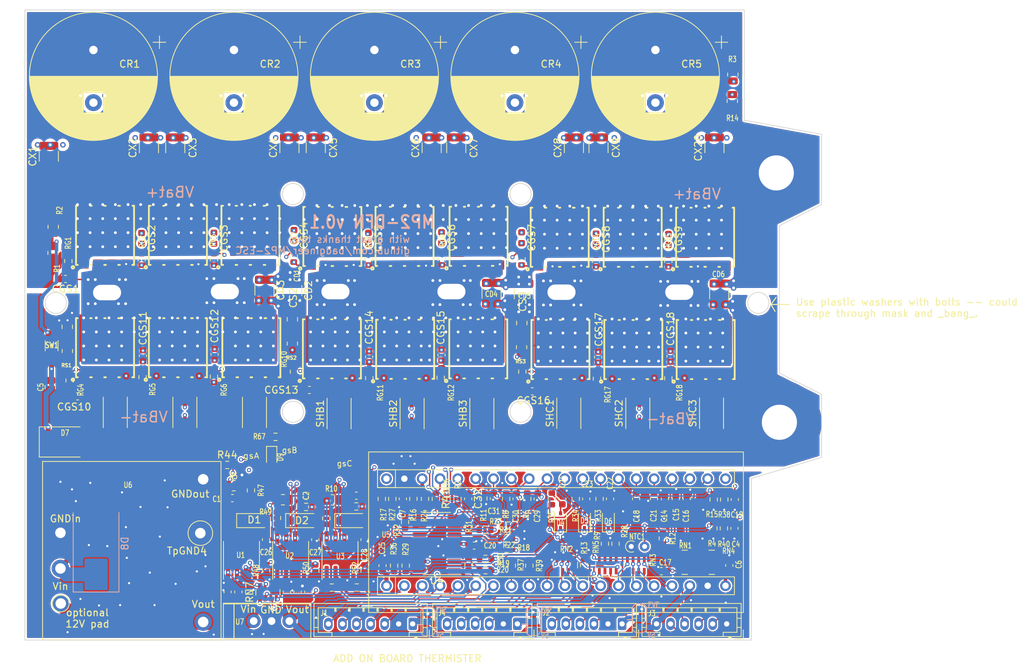
<source format=kicad_pcb>
(kicad_pcb (version 20221018) (generator pcbnew)
  (layers (0 "F.Cu" signal) (1 "In1.Cu" signal) (2 "In2.Cu" signal) (31 "B.Cu" signal) (34 "B.Paste" user) (35 "F.Paste" user) (36 "B.SilkS" user "B.Silkscreen") (37 "F.SilkS" user "F.Silkscreen") (38 "B.Mask" user) (39 "F.Mask" user) (44 "Edge.Cuts" user))
  (net 0 "")
  (net 1 "Net-(D1-K)")
  (net 2 "V12V")
  (net 3 "Net-(D2-K)")
  (net 4 "VSENSE2")
  (net 5 "V3V3")
  (net 6 "Net-(D3-K)")
  (net 7 "V5V")
  (net 8 "A_SHA_V+")
  (net 9 "GND")
  (net 10 "A_SHA_V-")
  (net 11 "Net-(D7-A1)")
  (net 12 "A_SHB_V+")
  (net 13 "A_SHC_V+")
  (net 14 "A_SHB_V-")
  (net 15 "A_SHC_V-")
  (net 16 "Net-(U5-NRST)")
  (net 17 "VBAT")
  (net 18 "Net-(D9-K)")
  (net 19 "Net-(J1-Pin_1)")
  (net 20 "Net-(J1-Pin_3)")
  (net 21 "Net-(J1-Pin_4)")
  (net 22 "HALL_A")
  (net 23 "HALL_B")
  (net 24 "HALL_C")
  (net 25 "Net-(J2-Pin_1)")
  (net 26 "A_PHA_VSENSE")
  (net 27 "A_SHA_AMP")
  (net 28 "A_SHB_AMP")
  (net 29 "A_SHC_AMP")
  (net 30 "FET_TEMP")
  (net 31 "Net-(J3-Pin_2)")
  (net 32 "A_THROTTLE")
  (net 33 "A_PHB_VSENSE")
  (net 34 "A_PHC_VSENSE")
  (net 35 "Net-(J3-Pin_3)")
  (net 36 "A_OVERLIMIT")
  (net 37 "LIN_A")
  (net 38 "LIN_B")
  (net 39 "LIN_C")
  (net 40 "HIN_A")
  (net 41 "HIN_B")
  (net 42 "HIN_C")
  (net 43 "Net-(J3-Pin_4)")
  (net 44 "Net-(J3-Pin_5)")
  (net 45 "Net-(J4-Pin_1)")
  (net 46 "Net-(R29-Pad2)")
  (net 47 "Net-(R30-Pad2)")
  (net 48 "Net-(R31-Pad2)")
  (net 49 "Net-(R32-Pad2)")
  (net 50 "Net-(SW1-Pin_2)")
  (net 51 "Net-(RN5-R2.2)")
  (net 52 "Net-(R16-Pad1)")
  (net 53 "MOTOR_TEMP")
  (net 54 "Net-(U4A-+)")
  (net 55 "Net-(U4A--)")
  (net 56 "PA15 TIM2 CH1")
  (net 57 "PB3 SCK TIM2CH2")
  (net 58 "PB4 MISO TIM3 CH1")
  (net 59 "PB5 MOSI TIM3 CH2")
  (net 60 "PB6 D_UART1_TX I2C1_SCL TIM4_CH1")
  (net 61 "PB7 D_UART1_RX I2C1_SDA TIM4_CH2")
  (net 62 "PB8 DI2C1_SCL TIM4_CH3")
  (net 63 "PB9 DI2C1_SDA TIM4_CH4")
  (net 64 "Net-(U4B-+)")
  (net 65 "Net-(U4B--)")
  (net 66 "Net-(U4C-+)")
  (net 67 "Net-(U4C--)")
  (net 68 "Net-(U4D-+)")
  (net 69 "Net-(RN5-R1.2)")
  (net 70 "Net-(U5-PA11)")
  (net 71 "Net-(U5-PA12)")
  (net 72 "Net-(U5-PB10)")
  (net 73 "Net-(RN2-R1.1)")
  (net 74 "Net-(RN2-R2.1)")
  (net 75 "Net-(RN2-R3.1)")
  (net 76 "Net-(RN2-R4.1)")
  (net 77 "VSENSE")
  (net 78 "/AL_GATESIG")
  (net 79 "/CL_GATESIG")
  (net 80 "Net-(CGS1-Pad2)")
  (net 81 "Net-(CGS2-Pad2)")
  (net 82 "Net-(RN3-R1.1)")
  (net 83 "UART3TX_I2C2SCL_ADC12-14_F405")
  (net 84 "UART3RX_I2C2SDA_ADC12-15_F405")
  (net 85 "Net-(RN3-R2.1)")
  (net 86 "ADC12-5_SPI1SCK_TIM8CH1_F405")
  (net 87 "ADC12-6_SPI1MISO_TIM13CH1_F405")
  (net 88 "Net-(RN3-R3.1)")
  (net 89 "Net-(RN3-R4.1)")
  (net 92 "Net-(CS1-Pad2)")
  (net 93 "Net-(CS2-Pad2)")
  (net 94 "Net-(CS3-Pad2)")
  (net 95 "Net-(CGS3-Pad2)")
  (net 96 "Net-(CGS4-Pad2)")
  (net 97 "Net-(CGS5-Pad2)")
  (net 98 "Net-(CGS6-Pad2)")
  (net 99 "Net-(CGS7-Pad2)")
  (net 100 "_LIN_C")
  (net 101 "_HIN_C")
  (net 102 "_HIN_A")
  (net 103 "_LIN_A")
  (net 104 "_HIN_B")
  (net 105 "_LIN_B")
  (net 106 "Net-(CGS8-Pad2)")
  (net 107 "Net-(CGS9-Pad2)")
  (net 108 "Net-(U2-DRVL)")
  (net 109 "Net-(CGS10-Pad1)")
  (net 110 "Net-(CGS10-Pad2)")
  (net 111 "Net-(CGS11-Pad1)")
  (net 112 "Net-(CGS12-Pad1)")
  (net 113 "Net-(CGS13-Pad1)")
  (net 114 "Net-(CGS13-Pad2)")
  (net 115 "Net-(CGS14-Pad1)")
  (net 116 "Net-(CGS15-Pad1)")
  (net 117 "Net-(CGS16-Pad1)")
  (net 118 "Net-(CGS16-Pad2)")
  (net 119 "Net-(CGS17-Pad1)")
  (net 120 "Net-(CGS18-Pad1)")
  (net 121 "Net-(U1-VB)")
  (net 122 "Net-(U2-VB)")
  (net 123 "Net-(U3-VB)")
  (net 124 "DV1H_N")
  (net 125 "DV2H_N")
  (net 126 "DV3H_N")
  (net 127 "DV1H_P")
  (net 128 "DV2H_P")
  (net 129 "DV3H_P")
  (footprint "Capacitor_SMD:C_0603_1608Metric" (layer "F.Cu") (at 101.4 101.9 -90)
    (fp_text reference "C7")
    (fp_text value "100n")
  )
  (footprint "Diode_SMD:D_SOD-123" (layer "F.Cu") (at 87.075 105)
    (fp_text reference "D2")
    (fp_text value "US1M")
  )
  (footprint "NetTie:NetTie-2_SMD_Pad0.5mm" (layer "F.Cu") (at 135.0508 90.6879 90)
    (fp_text reference "NT6" hide)
    (fp_text value "NetTie_2")
  )
  (footprint "Resistor_SMD:R_0603_1608Metric" (layer "F.Cu") (at 129.4 101.9 90)
    (fp_text reference "R33")
    (fp_text value "R150")
  )
  (footprint "Capacitor_SMD:C_0603_1608Metric" (layer "F.Cu") (at 88.925 107.7 -90)
    (fp_text reference "C27")
    (fp_text value "100n")
  )
  (footprint "Resistor_SMD:R_0603_1608Metric" (layer "F.Cu") (at 96.6213 84.70625 90)
    (fp_text reference "RG11")
    (fp_text value "15R")
  )
  (footprint "CCC_ESC_Custom_parts:Shunt_2512_6332Metric" (layer "F.Cu") (at 80.2915 89.5983 90)
    (fp_text reference "SHA2" hide)
    (fp_text value "0.5mR")
  )
  (footprint "Capacitor_SMD:C_1210_3225Metric" (layer "F.Cu") (at 118.617 72.7204 -90)
    (fp_text reference "CD5")
    (fp_text value "4.7uF")
  )
  (footprint "Resistor_SMD:R_0603_1608Metric" (layer "F.Cu") (at 64.3465 84.57555 90)
    (fp_text reference "RG5")
    (fp_text value "15R")
  )
  (footprint "Resistor_SMD:R_0805_2012Metric" (layer "F.Cu") (at 84.325 102.025)
    (fp_text reference "R7" hide)
    (fp_text value "100k")
  )
  (footprint "Capacitor_SMD:C_0603_1608Metric" (layer "F.Cu") (at 134.6 101.9 -90)
    (fp_text reference "C18")
    (fp_text value "1uF")
  )
  (footprint "Resistor_SMD:R_0805_2012Metric" (layer "F.Cu") (at 148.3678 41.5023 90)
    (fp_text reference "R3")
    (fp_text value "270k")
  )
  (footprint "Diode_SMD:D_SOD-323" (layer "F.Cu") (at 123.85 105 90)
    (fp_text reference "D4")
    (fp_text value "D_Small")
  )
  (footprint "Package_DFN_QFN:DFNW-8_L8.3-W8.4-P2.00-BL" (layer "F.Cu") (at 79.699 64.4033)
    (fp_text reference "QA5" hide)
    (fp_text value "NVMTSC4D3N15MC" hide)
  )
  (footprint "Resistor_SMD:R_Array_Concave_4x0603" (layer "F.Cu") (at 145.369 110.92826 180)
    (fp_text reference "RN4")
    (fp_text value "10k")
  )
  (footprint "Capacitor_SMD:C_0603_1608Metric" (layer "F.Cu") (at 119.825 86.6)
    (fp_text reference "CGS16")
    (fp_text value "6pF" hide)
  )
  (footprint "Resistor_SMD:R_0603_1608Metric" (layer "F.Cu") (at 100.15 111.4 -90)
    (fp_text reference "R36")
    (fp_text value "47R")
  )
  (footprint "Package_DFN_QFN:DFNW-8_L8.3-W8.4-P2.00-BL" (layer "F.Cu") (at 101.6375 64.5572)
    (fp_text reference "QB3" hide)
    (fp_text value "NVMTSC4D3N15MC" hide)
  )
  (footprint "Resistor_SMD:R_0603_1608Metric" (layer "F.Cu") (at 118.2935 67.7804 90)
    (fp_text reference "RG13" hide)
    (fp_text value "15R")
  )
  (footprint "Capacitor_SMD:C_0603_1608Metric" (layer "F.Cu") (at 127.5 101.9 90)
    (fp_text reference "C23")
    (fp_text value "1nF")
  )
  (footprint "Capacitor_SMD:C_0603_1608Metric" (layer "F.Cu") (at 129.2 81.725 90)
    (fp_text reference "CGS17")
    (fp_text value "6pF" hide)
  )
  (footprint "Resistor_SMD:R_0603_1608Metric" (layer "F.Cu") (at 64.205 67.8088 90)
    (fp_text reference "RG2")
    (fp_text value "15R")
  )
  (footprint "Package_DFN_QFN:DFNW-8_L8.3-W8.4-P2.00-BL" (layer "F.Cu") (at 123.726 64.6778)
    (fp_text reference "QC1" hide)
    (fp_text value "NVMTSC4D3N15MC" hide)
  )
  (footprint "Capacitor_SMD:C_0603_1608Metric" (layer "F.Cu") (at 148.65 102 -90)
    (fp_text reference "C19")
    (fp_text value "3.3nF")
  )
  (footprint "Resistor_SMD:R_0603_1608Metric" (layer "F.Cu") (at 119.4 111.4 -90)
    (fp_text reference "R39")
    (fp_text value "R100")
  )
  (footprint "Resistor_SMD:R_0603_1608Metric" (layer "F.Cu") (at 113.15 112.05)
    (fp_text reference "R20")
    (fp_text value "2k2")
  )
  (footprint "Resistor_SMD:R_0603_1608Metric" (layer "F.Cu") (at 113.1 106.3)
    (fp_text reference "R23")
    (fp_text value "2k2")
  )
  (footprint "Capacitor_SMD:C_1210_3225Metric" (layer "F.Cu") (at 65.25 51.9202 90)
    (fp_text reference "CX2")
    (fp_text value "4.7uF")
  )
  (footprint "Resistor_SMD:R_0603_1608Metric" (layer "F.Cu") (at 116.9 111.4 -90)
    (fp_text reference "R37")
    (fp_text value "R100")
  )
  (footprint "CCC_ESC_Custom_parts:PQDE6W" (layer "F.Cu") (at 50.114 96.57326)
    (fp_text reference "U6")
    (fp_text value "PQDE6W-Q110 / RD5-110S12W")
  )
  (footprint "Capacitor_SMD:C_0603_1608Metric" (layer "F.Cu") (at 85.9 64.4 -90)
    (fp_text reference "CGS4")
    (fp_text value "6pF" hide)
  )
  (footprint "NetTie:NetTie-2_SMD_Pad0.5mm" (layer "F.Cu") (at 102.6403 88.4925 -90)
    (fp_text reference "NT3" hide)
    (fp_text value "NetTie_2")
  )
  (footprint "Resistor_SMD:R_0805_2012Metric" (layer "F.Cu") (at 118.3 80.3125 -90)
    (fp_text reference "RS3")
    (fp_text value "R")
  )
  (footprint "Resistor_SMD:R_0603_1608Metric" (layer "F.Cu") (at 98.4 101.9 90)
    (fp_text reference "R17")
    (fp_text value "8k2")
  )
  (footprint "Package_DFN_QFN:DFNW-8_L8.3-W8.4-P2.00-BL" (layer "F.Cu") (at 91.3593 64.565)
    (fp_text reference "QB1" hide)
    (fp_text value "NVMTSC4D3N15MC" hide)
  )
  (footprint "Resistor_SMD:R_0603_1608Metric" (layer "F.Cu") (at 122.6 101.9 90)
    (fp_text reference "R35")
    (fp_text value "R150")
  )
  (footprint "Capacitor_SMD:C_0603_1608Metric" (layer "F.Cu") (at 55.1 87.3)
    (fp_text reference "CGS10")
    (fp_text value "6pF" hide)
  )
  (footprint "Capacitor_SMD:C_0603_1608Metric" (layer "F.Cu") (at 74.6 81.325 90)
    (fp_text reference "CGS12")
    (fp_text value "6pF" hide)
  )
  (footprint "Capacitor_SMD:C_0603_1608Metric" (layer "F.Cu") (at 114.35 101.85 -90)
    (fp_text reference "C31")
    (fp_text value "47pF")
  )
  (footprint "Package_DFN_QFN:DFNW-8_L8.3-W8.4-P2.00-BL" (layer "F.Cu") (at 134.2026 80.6664)
    (fp_text reference "QC4" hide)
    (fp_text value "NVMTSC4D3N15MC" hide)
  )
  (footprint "Connector_JST:JST_PH_B6B-PH-K_1x06_P2.00mm_Vertical" (layer "F.Cu") (at 117.7 119.7 180)
    (fp_text reference "J4")
    (fp_text value "Conn_01x06")
  )
  (footprint "Capacitor_THT:CP_Radial_D18.0mm_P7.50mm" (layer "F.Cu") (at 57.35 38 -90)
    (fp_text reference "CR1")
    (fp_text value "470uF")
  )
  (footprint "Resistor_SMD:R_0603_1608Metric" (layer "F.Cu") (at 99.9 101.9 90)
    (fp_text reference "R27")
    (fp_text value "10k")
  )
  (footprint "Resistor_SMD:R_0603_1608Metric" (layer "F.Cu") (at 101.71 105.2 90)
    (fp_text reference "R32")
    (fp_text value "47k")
  )
  (footprint "Resistor_SMD:R_0603_1608Metric" (layer "F.Cu") (at 116.425 105.7 180)
    (fp_text reference "R22")
    (fp_text value "2k2")
  )
  (footprint "Resistor_SMD:R_0603_1608Metric" (layer "F.Cu") (at 91.28 114.53)
    (fp_text reference "R43" hide)
    (fp_text value "R470")
  )
  (footprint "Resistor_SMD:R_0603_1608Metric" (layer "F.Cu") (at 96.5264 67.7946 90)
    (fp_text reference "RG8")
    (fp_text value "15R")
  )
  (footprint "Resistor_SMD:R_0603_1608Metric" (layer "F.Cu") (at 147.1 106.1 90)
    (fp_text reference "R40")
    (fp_text value "47k")
  )
  (footprint "TestPoint:TestPoint_THTPad_D3.0mm_Drill1.5mm" (layer "F.Cu") (at 72.569 106.77826)
    (fp_text reference "TpGND4")
    (fp_text value "TestPoint")
  )
  (footprint "Capacitor_SMD:C_0603_1608Metric" (layer "F.Cu") (at 120.6 101.9 -90)
    (fp_text reference "C29")
    (fp_text value "47pF")
  )
  (footprint "Package_DFN_QFN:DFNW-8_L8.3-W8.4-P2.00-BL" (layer "F.Cu") (at 69.3775 64.4033)
    (fp_text reference "QA3" hide)
    (fp_text value "NVMTSC4D3N15MC" hide)
  )
  (footprint "Resistor_SMD:R_0805_2012Metric" (layer "F.Cu") (at 148.2916 45.2615 -90)
    (fp_text reference "R14")
    (fp_text value "270k")
  )
  (footprint "Resistor_SMD:R_Array_Concave_4x0603" (layer "F.Cu") (at 124.55 111.35 -90)
    (fp_text reference "RN2")
    (fp_text value "470R")
  )
  (footprint "Capacitor_SMD:C_0603_1608Metric" (layer "F.Cu") (at 139.5 81.6 90)
    (fp_text reference "CGS18")
    (fp_text value "6pF" hide)
  )
  (footprint "CCC_ESC_Custom_parts:Shunt_2512_6332Metric" (layer "F.Cu") (at 102.7363 89.76 90)
    (fp_text reference "SHB2")
    (fp_text value "0.5mR")
  )
  (footprint "Capacitor_SMD:C_0603_1608Metric" (layer "F.Cu") (at 147.869 111.37826 90)
    (fp_text reference "C6")
    (fp_text value "100n")
  )
  (footprint "Capacitor_SMD:C_0603_1608Metric" (layer "F.Cu") (at 96.5 64.8 -90)
    (fp_text reference "CGS5")
    (fp_text value "6pF" hide)
  )
  (footprint "Resistor_SMD:R_0603_1608Metric" (layer "F.Cu") (at 53.7782 68.0486 90)
    (fp_text reference "RG1")
    (fp_text value "15R")
  )
  (footprint "Resistor_SMD:R_0603_1608Metric" (layer "F.Cu") (at 101.8 111.4 -90)
    (fp_text reference "R29")
    (fp_text value "220k")
  )
  (footprint "Resistor_SMD:R_0603_1608Metric" (layer "F.Cu") (at 106.7813 84.64325 90)
    (fp_text reference "RG12")
    (fp_text value "15R")
  )
  (footprint "Resistor_SMD:R_0603_1608Metric" (layer "F.Cu") (at 126 101.9 90)
    (fp_text reference "R34")
    (fp_text value "R150")
  )
  (footprint "CCC_ESC_Custom_parts:Shunt_2512_6332Metric" (layer "F.Cu") (at 92.3423 89.76 90)
    (fp_text reference "SHB1")
    (fp_text value "0.5mR")
  )
  (footprint "Capacitor_SMD:C_0603_1608Metric" (layer "F.Cu") (at 118.3 64.725 -90)
    (fp_text reference "CGS7")
    (fp_text value "6pF" hide)
  )
  (footprint "CCC_ESC_Custom_parts:Shunt_2512_6332Metric" (layer "F.Cu") (at 60.4795 89.5983 90)
    (fp_text reference "SHA1" hide)
    (fp_text value "0.5mR")
  )
  (footprint "Resistor_SMD:R_0603_1608Metric" (layer "F.Cu") (at 81.925 112.1 90)
    (fp_text reference "R48")
    (fp_text value "1M")
  )
  (footprint "Capacitor_SMD:C_0603_1608Metric" (layer "F.Cu") (at 84.89 115.16 90)
    (fp_text reference "C10" hide)
    (fp_text value "10uF")
  )
  (footprint "Resistor_SMD:R_0805_2012Metric" (layer "F.Cu") (at 85.67 79.79 -90)
    (fp_text reference "RS2")
    (fp_text value "R")
  )
  (footprint "Resistor_SMD:R_Array_Concave_4x0603" (layer "F.Cu") (at 134.569 111.32826 -90)
    (fp_text reference "RN3")
    (fp_text value "470R")
  )
  (footprint "Resistor_SMD:R_0603_1608Metric" (layer "F.Cu") (at 88.925 112.125 90)
    (fp_text reference "R50")
    (fp_text value "1M")
  )
  (footprint "Package_DFN_QFN:DFNW-8_L8.3-W8.4-P2.00-BL" (layer "F.Cu") (at 101.7244 80.6265)
    (fp_text reference "QB4" hide)
    (fp_text value "NVMTSC4D3N15MC" hide)
  )
  (footprint "CCC_ESC_Custom_parts:Shunt_2512_6332Metric" (layer "F.Cu") (at 112.6623 89.76 90)
    (fp_text reference "SHB3")
    (fp_text value "0.5mR")
  )
  (footprint "Capacitor_SMD:C_0603_1608Metric" (layer "F.Cu") (at 74.5 64.8 -90)
    (fp_text reference "CGS3")
    (fp_text value "6pF" hide)
  )
  (footprint "Resistor_SMD:R_0603_1608Metric" (layer "F.Cu") (at 102.9 101.9 90)
    (fp_text reference "R16")
    (fp_text value "1k")
  )
  (footprint "Resistor_SMD:R_0603_1608Metric" (layer "F.Cu") (at 109.175 101.9 90)
    (fp_text reference "R25")
    (fp_text value "2k2")
  )
  (footprint "Diode_SMD:D_SOD-323" (layer "F.Cu") (at 127.25 105 90)
    (fp_text reference "D5")
    (fp_text value "D_Small")
  )
  (footprint "Capacitor_SMD:C_1210_3225Metric" (layer "F.Cu") (at 69 51.9202 90)
    (fp_text reference "CX3")
    (fp_text value "4.7uF")
  )
  (footprint "Resistor_SMD:R_0603_1608Metric" (layer "F.Cu") (at 104.55 101.9 90)
    (fp_text reference "R24")
    (fp_text value "100k")
  )
  (footprint "Resistor_SMD:R_0805_2012Metric" (layer "F.Cu") (at 77.325 100.025)
    (fp_text reference "R5")
    (fp_text value "100k")
  )
  (footprint "Resistor_SMD:R_1206_3216Metric_Pad1.30x1.75mm_HandSolder" (layer "F.Cu") (at 51.4 80.1 90)
    (fp_text reference "SW1")
    (fp_text value "Conn_01x02")
  )
  (footprint "Resistor_SMD:R_0603_1608Metric" (layer "F.Cu") (at 131.669 108.29076 90)
    (fp_text reference "R28")
    (fp_text value "1k8")
  )
  (footprint "Resistor_SMD:R_Array_Concave_4x0603" (layer "F.Cu") (at 141.519 110.92826)
    (fp_text reference "RN1")
    (fp_text value "10k")
  )
  (footprint "Resistor_SMD:R_0603_1608Metric" (layer "F.Cu") (at 110.75 105.85 90)
    (fp_text reference "R31")
    (fp_text value "47k")
  )
  (footprint "Capacitor_SMD:C_0603_1608Metric" (layer "F.Cu") (at 140.25 101.9 90)
    (fp_text reference "C15")
    (fp_text value "1nF")
  )
  (footprint "CCC_ESC_Custom_parts:Shunt_2512_6332Metric" (layer "F.Cu") (at 70.3855 89.5983 90)
    (fp_text reference "SHA3" hide)
    (fp_text value "0.5mR")
  )
  (footprint "CCC_ESC_Custom_parts:Shunt_2512_6332Metric" (layer "F.Cu") (at 145.362 89.7204 90)
    (fp_text reference "SHC3")
    (fp_text value "0.5mR")
  )
  (footprint "Resistor_SMD:R_0603_1608Metric" (layer "F.Cu") (at 118.41 83.795 90)
    (fp_text reference "RG16" hide)
    (fp_text value "15R")
  )
  (footprint "Resistor_SMD:R_0603_1608Metric" (layer "F.Cu") (at 113.15 110.45)
    (fp_text reference "R19")
    (fp_text value "2k2")
  )
  (footprint "Resistor_SMD:R_0603_1608Metric" (layer "F.Cu") (at 119.1 101.9 90)
    (fp_text reference "R6")
    (fp_text value "3k3")
  )
  (footprint "Capacitor_SMD:C_1210_3225Metric" (layer "F.Cu") (at 114.0207 72.633 -90)
    (fp_text reference "CD4")
    (fp_text value "4.7uF")
  )
  (footprint "Capacitor_SMD:C_1210_3225Metric" (layer "F.Cu") (at 81.6928 72.1888 -90)
    (fp_text reference "CD3")
    (fp_text value "4.7uF")
  )
  (footprint "Capacitor_SMD:C_0603_1608Metric" (layer "F.Cu") (at 138.7 101.9 90)
    (fp_text reference "C14")
    (fp_text value "1nF")
  )
  (footprint "Capacitor_SMD:C_0603_1608Metric" (layer "F.Cu") (at 111.55 108.55)
    (fp_text reference "C20")
    (fp_text value "100n")
  )
  (footprint "Resistor_SMD:R_0603_1608Metric" (layer "F.Cu") (at 95.95 112.125 90)
    (fp_text reference "R52")
    (fp_text value "1M")
  )
  (footprint "Connector_JST:JST_PH_B6B-PH-K_1x06_P2.00mm_Vertical" (layer "F.Cu") (at 132.6 119.7 180)
    (fp_text reference "J2")
    (fp_text value "Conn_01x06")
  )
  (footprint "Capacitor_SMD:C_0603_1608Metric" (layer "F.Cu") (at 128.9 64.925 -90)
    (fp_text reference "CGS8")
    (fp_text value "6pF" hide)
  )
  (footprint "Capacitor_SMD:C_0603_1608Metric" (layer "F.Cu") (at 138.2 112.2 180)
    (fp_text reference "C17")
    (fp_text value "1nF")
  )
  (footprint "Capacitor_SMD:C_0603_1608Metric" (layer "F.Cu") (at 81.919 107.7 -90)
    (fp_text reference "C26")
    (fp_text value "100n")
  )
  (footprint "Capacitor_SMD:C_0603_1608Metric" (layer "F.Cu") (at 117.6 101.9 -90)
    (fp_text reference "C30")
    (fp_text value "47pF")
  )
  (footprint "CCC_ESC_Custom_parts:TO220_replacement_module" (layer "F.Cu") (at 77.624 116.755)
    (fp_text reference "U7")
    (fp_text value "TO220_replacement_module")
  )
  (footprint "Capacitor_SMD:C_0603_1608Metric" (layer "F.Cu") (at 124.1 101.9 90)
    (fp_text reference "C24")
    (fp_text value "1nF")
  )
  (footprint "Resistor_SMD:R_0603_1608Metric" (layer "F.Cu") (at 145.65 102 90)
    (fp_text reference "R15")
    (fp_text value "11k")
  )
  (footprint "Capacitor_SMD:C_1210_3225Metric" (layer "F.Cu") (at 89 51.9202 90)
    (fp_text reference "CX5")
    (fp_text value "4.7uF")
  )
  (footprint "Capacitor_SMD:C_0805_2012Metric" (layer "F.Cu") (at 53.62 77.41 -90)
    (fp_text reference "CS1" hide)
    (fp_text value "C")
  )
  (footprint "NetTie:NetTie-2_SMD_Pad0.5mm" (layer "F.Cu") (at 70.3655 88.3618 -90)
    (fp_text reference "NT1" hide)
    (fp_text value "NetTie_2")
  )
  (footprint "Resistor_SMD:R_0603_1608Metric" (layer "F.Cu") (at 110.75 111.25 -90)
    (fp_text reference "R30")
    (fp_text value "47k")
  )
  (footprint "Diode_SMD:D_SMB" (layer "F.Cu") (at 53.3 93.8)
    (fp_text reference "D7")
    (fp_text value "SMBJ85A")
  )
  (footprint "Capacitor_SMD:C_0603_1608Metric" (layer "F.Cu") (at 106.9 81.425 -90)
    (fp_text reference "CGS15")
    (fp_text value "6pF" hide)
  )
  (footprint "Capacitor_SMD:C_0603_1608Metric" (layer "F.Cu") (at 98.5 111.4 90)
    (fp_text reference "C25")
    (fp_text value "10nF")
  )
  (footprint "Capacitor_SMD:C_1210_3225Metric" (layer "F.Cu") (at 125.75 51.9202 90)
    (fp_text reference "CX8")
    (fp_text value "4.7uF")
  )
  (footprint "Resistor_SMD:R_0603_1608Metric" (layer "F.Cu") (at 130.169 108.29076 -90)
    (fp_text reference "R9")
    (fp_text value "1k8")
  )
  (footprint "NetTie:NetTie-2_SMD_Pad0.5mm" (layer "F.Cu") (at 70.3663 90.4698 90)
    (fp_text reference "NT2" hide)
    (fp_text value "NetTie_2")
  )
  (footprint "Capacitor_SMD:C_0603_1608Metric" (layer "F.Cu") (at 94.775 101.45 180)
    (fp_text reference "C3" hide)
    (fp_text value "10uF")
  )
  (footprint "Diode_SMD:D_SOD-123" (layer "F.Cu") (at 80.1 105)
    (fp_text reference "D1")
    (fp_text value "US1M")
  )
  (footprint "Connector_JST:JST_PH_B7B-PH-K_1x07_P2.00mm_Vertical" (layer "F.Cu") (at 102.8 119.7 180)
    (fp_text reference "J1")
    (fp_text value "Conn_01x07")
  )
  (footprint "Capacitor_SMD:C_0603_1608Metric" (layer "F.Cu") (at 96.6 81.675 -90)
    (fp_text reference "CGS14")
    (fp_text value "6pF" hide)
  )
  (footprint "Resistor_SMD:R_0603_1608Metric" (layer "F.Cu") (at 87.625 103.05 180)
    (fp_text reference "R45" hide)
    (fp_text value "2R2" hide)
  )
  (footprint "Package_DFN_QFN:DFNW-8_L8.3-W8.4-P2.00-BL" (layer "F.Cu") (at 134.1146 64.6778)
    (fp_text reference "QC3" hide)
    (fp_text value "NVMTSC4D3N15MC" hide)
  )
  (footprint "Resistor_SMD:R_0603_1608Metric" (layer "F.Cu") (at 147.15 102 90)
    (fp_text reference "R38")
    (fp_text value "47k")
  )
  (footprint "Capacitor_SMD:C_0603_1608Metric" (layer "F.Cu") (at 64.4 81.525 90)
    (fp_text reference "CGS11")
    (fp_text value "6pF" hide)
  )
  (footprint "Resistor_SMD:R_0603_1608Metric" (layer "F.Cu") (at 116.15 107.5)
    (fp_text reference "R21")
    (fp_text value "100k")
  )
  (footprint "Capacitor_SMD:C_1210_3225Metric" (layer "F.Cu") (at 145.75 51.9202 90)
    (fp_text reference "CX20")
    (fp_text value "4.7uF")
  )
  (footprint "Diode_SMD:D_SOD-323" (layer "F.Cu") (at 130.65 105 90)
    (fp_text reference "D6")
    (fp_text value "D_Small")
  )
  (footprint "Capacitor_SMD:C_0603_1608Metric" (layer "F.Cu") (at 86.415 115.16 90)
    (fp_text reference "C8" hide)
    (fp_text value "10uF")
  )
  (footprint "Resistor_SMD:R_0603_1608Metric" (layer "F.Cu") (at 139.191 84.73065 90)
    (fp_text reference "RG18")
    (fp_text value "15R")
  )
  (footprint "Capacitor_SMD:C_0603_1608Metric" (layer "F.Cu") (at 106.9 64.725 -90)
    (fp_text reference "CGS6")
    (fp_text value "6pF" hide)
  )
  (footprint "Resistor_SMD:R_0603_1608Metric" (layer "F.Cu") (at 53.956 85.0534 90)
    (fp_text reference "RG4")
    (fp_text value "15R")
  )
  (footprint "Resistor_SMD:R_0603_1608Metric" (layer "F.Cu") (at 74.5065 67.80545 90)
    (fp_text reference "RG3")
    (fp_text value "15R")
  )
  (footprint "Capacitor_SMD:C_0603_1608Metric" (layer "F.Cu") (at 77.125 101.8)
    (fp_text reference "C1")
    (fp_text value "10uF")
  )
  (footprint "Capacitor_SMD:C_0603_1608Metric" (layer "F.Cu") (at 79.5 115.15 90)
    (fp_text reference "C12" hide)
    (fp_text value "10uF")
  )
  (footprint "Resistor_SMD:R_0603_1608Metric" (layer "F.Cu") (at 129.031 84.79365 90)
    (fp_text reference "RG17")
    (fp_text value "15R")
  )
  (footprint "Resistor_SMD:R_0603_1608Metric" (layer "F.Cu") (at 83.475 104.625 -90)
    (fp_text reference "R49")
    (fp_text value "1M")
  )
  (footprint "Capacitor_SMD:C_0603_1608Metric" (layer "F.Cu") (at 87.625 101.475 180)
    (fp_text reference "C2")
    (fp_text value "10uF")
  )
  (footprint "Resistor_SMD:R_0603_1608Metric" (layer "F.Cu") (at 74.5065 84.51255 90)
    (fp_text reference "RG6")
    (fp_text value "15R")
  )
  (footprint "Resistor_SMD:R_0603_1608Metric" (layer "F.Cu") (at 106.9404 67.7692 90)
    (fp_text reference "RG9")
    (fp_text value "15R")
  )
  (footprint "Resistor_SMD:R_0603_1608Metric" (layer "F.Cu") (at 107.625 101.9 90)
    (fp_text reference "R26")
    (fp_text value "2k2")
  )
  (footprint "Resistor_SMD:R_0603_1608Metric" (layer "F.Cu") (at 94.85 114.52)
    (fp_text reference "R42" hide)
    (fp_text value "R470")
  )
  (footprint "Resistor_SMD:R_0603_1608Metric" (layer "F.Cu") (at 83.275 93.075)
    (fp_text reference "R67")
    (fp_text value "30k")
  )
  (footprint "Capacitor_SMD:C_0603_1608Metric" (layer "F.Cu") (at 64.2 64.825 -90)
    (fp_text reference "CGS2")
    (fp_text value "6pF" hide)
  )
  (footprint "Capacitor_SMD:C_0603_1608Metric" (layer "F.Cu") (at 130.9 101.9 90)
    (fp_text reference "C22")
    (fp_text value "1nF")
  )
  (footprint "Capacitor_SMD:C_0805_2012Metric" (layer "F.Cu") (at 51.2 86 -90)
    (fp_text reference "C5")
    (fp_text value "100nF")
  )
  (footprint "Capacitor_SMD:C_0805_2012Metric" (layer "F.Cu") (at 85.67 76.33 -90)
    (fp_text reference "CS2")
    (fp_text value "C")
  )
  (footprint "Diode_SMD:D_SOD-123" (layer "F.Cu") (at 94.045 105)
    (fp_text reference "D3" hide)
    (fp_text value "US1M")
  )
  (footprint "Capacitor_THT:CP_Radial_D18.0mm_P7.50mm" (layer "F.Cu") (at 77.35 38 -90)
    (fp_text reference "CR2")
    (fp_text value "470uF")
  )
  (footprint "Package_DFN_QFN:DFNW-8_L8.3-W8.4-P2.00-BL" (layer "F.Cu") (at 144.427 64.6778)
    (fp_text reference "QC5" hide)
    (fp_text value "NVMTSC4D3N15MC" hide)
  )
  (footprint "Capacitor_THT:CP_Radial_D18.0mm_P7.50mm" (layer "F.Cu") (at 97.35 38 -90)
    (fp_text reference "CR3")
    (fp_text value "470uF")
  )
  (footprint "Resistor_SMD:R_0603_1608Metric" (layer "F.Cu") (at 112.85 101.85 90)
    (fp_text reference "R11")
    (fp_text value "3k3")
  )
  (footprint "Package_DFN_QFN:DFNW-8_L8.3-W8.4-P2.00-BL" (layer "F.Cu") (at 59.0035 80.4053)
    (fp_text reference "QA2" hide)
    (fp_text value "NVMTSC4D3N15MC" hide)
  )
  (footprint "Resistor_SMD:R_0603_1608Metric" (layer "F.Cu") (at 76.4 97.075)
    (fp_text reference "R44")
    (fp_text value "2R2" hide)
  )
  (footprint "Capacitor_SMD:C_0603_1608Metric" (layer "F.Cu") (at 77.975 115.15 90)
    (fp_text reference "C13" hide)
    (fp_text value "10uF")
  )
  (footprint "Resistor_SMD:R_0603_1608Metric" (layer "F.Cu") (at 139.191 68.02355 90)
    (fp_text reference "RG15")
    (fp_text value "15R")
  )
  (footprint "Resistor_SMD:R_0603_1608Metric" (layer "F.Cu") (at 116.15 109)
    (fp_text reference "R18")
    (fp_text value "100k")
  )
  (footprint "Resistor_SMD:R_0603_1608Metric" (layer "F.Cu") (at 106.1 101.9 -90)
    (fp_text reference "R41")
    (fp_text value "R100")
  )
  (footprint "Resistor_SMD:R_0603_1608Metric" (layer "F.Cu") (at 145.6 106.1 90)
    (fp_text reference "R4")
    (fp_text value "11k")
  )
  (footprint "Capacitor_SMD:C_0603_1608Metric" (layer "F.Cu") (at 95.95 107.7 -90)
    (fp_text reference "C28")
    (fp_text value "100n")
  )
  (footprint "Capacitor_SMD:C_0603_1608Metric" (layer "F.Cu") (at 76.45 115.15 90)
    (fp_text reference "C11" hide)
    (fp_text value "10uF")
  )
  (footprint "Capacitor_SMD:C_0603_1608Metric" (layer "F.Cu") (at 141.8 101.9 90)
    (fp_text reference "C16")
    (fp_text value "1nF")
  )
  (footprint "Package_DFN_QFN:DFNW-8_L8.3-W8.4-P2.00-BL" (layer "F.Cu") (at 59.0035 64.4033)
    (fp_text reference "QA1" hide)
    (fp_text value "NVMTSC4D3N15MC" hide)
  )
  (footprint "Resistor_SMD:R_0805_2012Metric" (layer "F.Cu") (at 53.6385 80.8587 -90)
    (fp_text reference "RS1")
    (fp_text value "R")
  )
  (footprint "Resistor_SMD:R_0603_1608Metric" (layer "F.Cu") (at 85.9 83.8 -90)
    (fp_text reference "RG10")
    (fp_text value "15R")
  )
  (footprint "Resistor_THT:R_Axial_DIN0204_L3.6mm_D1.6mm_P1.90mm_Vertical" (layer "F.Cu") (at 133.914 108.67826)
    (fp_text reference "NTC1")
    (fp_text value "Conn_01x02")
  )
  (footprint "Resistor_SMD:R_0603_1608Metric" (layer "F.Cu") (at 85.8584 67.3628 90)
    (fp_text reference "RG7")
    (fp_text value "15R")
  )
  (footprint "Package_DFN_QFN:DFNW-8_L8.3-W8.4-P2.00-BL" (layer "F.Cu") (at 69.3775 80.4053)
    (fp_text reference "QA4" hide)
    (fp_text value "NVMTSC4D3N15MC" hide)
  )
  (footprint "Resistor_SMD:R_0603_1608Metric" (layer "F.Cu") (at 79.775 100.7 -90)
    (fp_text reference "R47")
    (fp_text value "1M")
  )
  (footprint "CCC_ESC_Custom_parts:Blackpill_STM32F401CEU6" (layer "F.Cu") (at 96.529 118.07826 90)
    (fp_text reference "U5")
    (fp_text value "STM32F401CCU6_Balckpill")
  )
  (footprint "Capacitor_SMD:C_0603_1608Metric" (layer "F.Cu") (at 139.2 64.975 -90)
    (fp_text reference "CGS9")
    (fp_text value "6pF" hide)
  )
  (footprint "Resistor_SMD:R_Array_Concave_4x0603" (layer "F.Cu") (at 82.19 115.2 90)
    (fp_text reference "RN7")
    (fp_text value "470R")
  )
  (footprint "Capacitor_SMD:C_1210_3225Metric" (layer "F.Cu") (at 105.5 51.9202 90)
    (fp_text reference "CX6")
    (fp_text value "4.7uF")
  )
  (footprint "Package_DFN_QFN:DFNW-8_L8.3-W8.4-P2.00-BL" (layer "F.Cu") (at 112.1756 64.5414)
    (fp_text reference "QB5" hide)
    (fp_text value "NVMTSC4D3N15MC" hide)
  )
  (footprint "Capacitor_SMD:C_1210_3225Metric" (layer "F.Cu") (at 85.25 51.9202 90)
    (fp_text reference "CX4")
    (fp_text value "4.7uF")
  )
  (footprint "CCC_ESC_Custom_parts:Shunt_2512_6332Metric" (layer "F.Cu") (at 134.864 89.7204 90)
    (fp_text reference "SHC2")
    (fp_text value "0.5mR")
  )
  (footprint "Resistor_SMD:R_0603_1608Metric" (layer "F.Cu") (at 94.775 102.975 180)
    (fp_text reference "R46" hide)
    (fp_text value "2R2" hide)
  )
  (footprint "Resistor_SMD:R_0603_1608Metric" (layer "F.Cu") (at 138.419 107.52826 -90)
    (fp_text reference "R12")
    (fp_text value "10k")
  )
  (footprint "Package_SO:SOIC-14_3.9x8.7mm_P1.27mm" (layer "F.Cu") (at 106.25 108.26 180)
    (fp_text reference "U4")
    (fp_text value "NCS20034DR2G")
  )
  (footprint "Capacitor_SMD:C_0805_2012Metric" (layer "F.Cu") (at 118.33 76.87 -90)
    (fp_text reference "CS3")
    (fp_text value "C")
  )
  (footprint "Package_SO:SOIC-8_3.9x4.9mm_P1.27mm" (layer "F.Cu") (at 78.419 109.9 90)
    (fp_text reference "U1")
    (fp_text value "NCP5183 / TF2190-TAH")
  )
  (footprint "Package_DFN_QFN:DFNW-8_L8.3-W8.4-P2.00-BL" (layer "F.Cu") (at 112.1337 80.567)
    (fp_text reference "QB6" hide)
    (fp_text value "NVMTSC4D3N15MC" hide)
  )
  (footprint "Capacitor_SMD:C_0603_1608Metric" (layer "F.Cu") (at 148.6 106.1 -90)
    (fp_text reference "C4")
    (fp_text value "3.3nF")
  )
  (footprint "Package_SO:SOIC-8_3.9x4.9mm_P1.27mm" (layer "F.Cu") (at 85.425 109.9 90)
    (fp_text reference "U2")
    (fp_text value "NCP5183 / TF2190-TAH")
  )
  (footprint "Diode_SMD:D_0603_1608Metric" (layer "F.Cu") (at 82.725 95.9125 -90)
    (fp_text reference "D9")
    (fp_text value "LED")
  )
  (footprint "Package_DFN_QFN:DFNW-8_L8.3-W8.4-P2.00-BL" (layer "F.Cu") (at 79.8315 80.4053)
    (fp_text reference "QA6" hide)
    (fp_text value "NVMTSC4D3N15MC" hide)
  )
  (footprint "Capacitor_SMD:C_0603_1608Metric" (layer "F.Cu") (at 87.94 115.16 90)
    (fp_text reference "C9" hide)
    (fp_text value "10uF")
  )
  (footprint "Resistor_SMD:R_0603_1608Metric" (layer "F.Cu") (at 128.8895 68.0269 90)
    (fp_text reference "RG14")
    (fp_text value "15R")
  )
  (footprint "Package_DFN_QFN:DFNW-8_L8.3-W8.4-P2.00-BL" (layer "F.Cu") (at 91.2968 80.567)
    (fp_text reference "QB2" hide)
    (fp_text value "NVMTSC4D3N15MC" hide)
  )
  (footprint "Resistor_SMD:R_Array_Concave_4x0603" (layer "F.Cu") (at 130.569 111.34076 90)
    (fp_text reference "RN5")
    (fp_text value "470R")
  )
  (footprint "Package_DFN_QFN:DFNW-8_L8.3-W8.4-P2.00-BL" (layer "F.Cu") (at 123.8258 80.6664)
    (fp_text reference "QC2" hide)
    (fp_text value "NVMTSC4D3N15MC" hide)
  )
  (footprint "Capacitor_SMD:C_1210_3225Metric" (layer "F.Cu") (at 51 53.125 90)
    (fp_text reference "CX1")
    (fp_text value "4.7uF")
  )
  (footprint "Connector_JST:JST_PH_B6B-PH-K_1x06_P2.00mm_Vertical" (layer "F.Cu") (at 147.5 119.7 180)
    (fp_text reference "J3")
    (fp_text value "Conn_01x06")
  )
  (footprint "Resistor_SMD:R_0603_1608Metric" (layer "F.Cu") (at 90.5 104.675 -90)
    (fp_text reference "R51" hide)
    (fp_text value "1M")
  )
  (footprint "Capacitor_SMD:C_0603_1608Metric" (layer "F.Cu") (at 110.7 101.9 -90)
    (fp_text reference "C32")
    (fp_text value "1uF")
  )
  (footprint "Capacitor_SMD:C_0603_1608Metric" (layer "F.Cu") (at 53.375 70.6 180)
    (fp_text reference "CGS1")
    (fp_text value "6pF" hide)
  )
  (footprint "Capacitor_SMD:C_0603_1608Metric" (layer "F.Cu") (at 137.15 101.9 -90)
    (fp_text reference "C21")
    (fp_text value "100n")
  )
  (footprint "Capacitor_THT:CP_Radial_D18.0mm_P7.50mm" (layer "F.Cu") (at 137.35 38 -90)
    (fp_text reference "CR5")
    (fp_text value "470uF")
  )
  (footprint "Resistor_SMD:R_0805_2012Metric" (layer "F.Cu") (at 51.6 66.8875 -90)
    (fp_text reference "R1")
    (fp_text value "4R7")
  )
  (footprint "CCC_ESC_Custom_parts:Shunt_2512_6332Metric" (layer "F.Cu") (at 125.042 89.7204 90)
    (fp_text reference "SHC1")
    (fp_text value "0.5mR")
  )
  (footprint "Capacitor_SMD:C_1210_3225Metric" (layer "F.Cu") (at 129.25 51.9202 90)
    (fp_text reference "CX9")
    (fp_text value "4.7uF")
  )
  (footprint "NetTie:NetTie-2_SMD_Pad0.5mm" (layer "F.Cu") (at 102.6411 90.6005 90)
    (fp_text reference "NT4" hide)
    (fp_text value "NetTie_2")
  )
  (footprint "Capacitor_SMD:C_1210_3225Metric" (layer "F.Cu") (at 85.6552 72.2414 -90)
    (fp_text reference "CD2")
    (fp_text value "4.7uF")
  )
  (footprint "Package_DFN_QFN:DFNW-8_L8.3-W8.4-P2.00-BL" (layer "F.Cu") (at 144.508 80.6664)
    (fp_text reference "QC6" hide)
    (fp_text value "NVMTSC4D3N15MC" hide)
  )
  (footprint "Capacitor_SMD:C_1210_3225Metric" (layer "F.Cu") (at 109 51.9202 90)
    (fp_text reference "CX7")
    (fp_text value "4.7uF")
  )
  (footprint "Package_SO:SOIC-8_3.9x4.9mm_P1.27mm" (layer "F.Cu") (at 92.45 109.925 90)
    (fp_text reference "U3")
    (fp_text value "NCP5183 / TF2190-TAH")
  )
  (footprint "Capacitor_SMD:C_0603_1608Metric" (layer "F.Cu") (at 88.1 86.4)
    (fp_text reference "CGS13")
    (fp_text value "6pF" hide)
  )
  (footprint "Capacitor_SMD:C_1210_3225Metric" (layer "F.Cu") (at 146.4304 72.7204 -90)
    (fp_text reference "CD6")
    (fp_text value "4.7uF")
  )
  (footprint "NetTie:NetTie-2_SMD_Pad0.5mm" (layer "F.Cu") (at 135.05 88.5799 -90)
    (fp_text reference "NT5" hide)
    (fp_text value "NetTie_2")
  )
  (footprint "Resistor_SMD:R_0603_1608Metric" (layer "F.Cu") (at 127.2 111.35 -90)
    (fp_text reference "R13")
    (fp_text value "2k2")
  )
  (footprint "Capacitor_THT:CP_Radial_D18.0mm_P7.50mm" (layer "F.Cu") (at 117.35 38 -90)
    (fp_text reference "CR4")
    (fp_text value "470uF")
  )
  (footprint "Resistor_SMD:R_0805_2012Metric" (layer "F.Cu") (at 91.4125 102.05)
    (fp_text reference "R10")
    (fp_text value "100k")
  )
  (footprint "TestPoint:TestPoint_THTPad_D2.0mm_Drill1.0mm" (layer "F.Cu") (at 52.7 116.8)
    (fp_text reference "Tp12V1" hide)
    (fp_text value "12V Pad")
  )
  (footprint "Resistor_SMD:R_0805_2012Metric" (layer "F.Cu") (at 51.6282 63.175 90)
    (fp_text reference "R2")
    (fp_text value "4R7")
  )
  (footprint "Resistor_SMD:R_0603_1608Metric" (layer "F.Cu") (at 116.1 101.9 90)
    (fp_text reference "R8")
    (fp_text value "3k3")
  )
  (footprint "Jumper:SolderJumper-3_P1.3mm_Open_RoundedPad1.0x1.5mm_NumberLabels" (layer "B.Cu") (at 135.1 118.9 90)
    (fp_text reference "JP1" hide)
    (fp_text value "SolderJumper_3_Open" hide)
  )
  (footprint "TestPoint:my_2mm_slot" (layer "B.Cu") (at 59.29 72.5339 180)
    (fp_text reference "PHA_1" hide)
    (fp_text value "PhasePad")
  )
  (footprint "TestPoint:my_2mm_slot" (layer "B.Cu") (at 108.312 72.392 180)
    (fp_text reference "PHB_2" hide)
    (fp_text value "PhasePad")
  )
  (footprint "TestPoint:my_2mm_slot" (layer "B.Cu") (at 140.7471 72.4794 180)
    (fp_text reference "PHC_2" hide)
    (fp_text value "PhasePad")
  )
  (footprint "TestPoint:my_2mm_slot" (layer "B.Cu") (at 123.9831 72.4794 180)
    (fp_text reference "PHC_1" hide)
    (fp_text value "PhasePad")
  )
  (footprint "Jumper:SolderJumper-3_P1.3mm_Open_RoundedPad1.0x1.5mm_NumberLabels" (layer "B.Cu") (at 119.95 119.325 90)
    (fp_text reference "JP3" hide)
    (fp_text value "SolderJumper_3_Open" hide)
  )
  (footprint "TestPoint:my_2mm_slot" (layer "B.Cu") (at 91.802 72.392 180)
    (fp_text reference "PHB_1" hide)
    (fp_text value "PhasePad")
  )
  (footprint "TestPoint:my_2mm_slot" (layer "B.Cu") (at 76.054 72.392 180)
    (fp_text reference "PHA_2" hide)
    (fp_text value "PhasePad")
  )
  (footprint "Diode_SMD:D_SMC_Handsoldering" (layer "B.Cu") (at 57.725 108.25 90)
    (fp_text reference "D8")
    (fp_text value "SMCJ85A")
  )
  (footprint "Jumper:SolderJumper-3_P1.3mm_Open_RoundedPad1.0x1.5mm_NumberLabels" (layer "B.Cu") (at 104.975 119.35 90)
    (fp_text reference "JP2" hide)
    (fp_text value "SolderJumper_3_Open" hide)
  )
  (gr_line (start 153.8 74.225) (end 154.375 75.2) (stroke (width 0.15)) (layer "F.SilkS"))
  (gr_line (start 154.525 73.225) (end 153.8 74.225) (stroke (width 0.15)) (layer "F.SilkS"))
  (gr_line (start 153.8 74.225) (end 156.45 74.225) (stroke (width 0.15)) (layer "F.SilkS"))
  (gr_circle (center 85.75 58.5) (end 87.25 58.5) (stroke (width 0.1)) (fill none) (layer "Edge.Cuts"))
  (gr_circle (center 152 74) (end 153.5 74) (stroke (width 0.1)) (fill none) (layer "Edge.Cuts"))
  (gr_circle (center 85.75 89.5) (end 87.25 89.5) (stroke (width 0.1)) (fill none) (layer "Edge.Cuts"))
  (gr_circle (center 118.15 89.5) (end 119.65 89.5) (stroke (width 0.1)) (fill none) (layer "Edge.Cuts"))
  (gr_circle (center 118.15 58.5) (end 119.65 58.5) (stroke (width 0.1)) (fill none) (layer "Edge.Cuts"))
  (gr_circle (center 52 74) (end 53.5 74) (stroke (width 0.1)) (fill none) (layer "Edge.Cuts"))
  (gr_poly (pts (xy 150 32.3) (xy 47.587 32.3) (xy 47.587 122) (xy 151 122) (xy 151 99) (xy 161 96) (xy 161 87) (xy 155 84) (xy 155 63) (xy 161 60) (xy 161 50) (xy 150 48)) (stroke (width 0.1)) (fill none) (layer "Edge.Cuts"))
  (gr_text "3V3" (at 106.925 117.725) (layer "B.SilkS") (effects (font (size 0.8 0.6) (thickness 0.12)) (justify mirror)))
  (gr_text "-" (at 103.8 119.725) (layer "B.SilkS") (effects (font (size 1 1)) (justify mirror)))
  (gr_text "5V" (at 121.625 121.375) (layer "B.SilkS") (effects (font (size 0.8 0.6) (thickness 0.12)) (justify mirror)))
  (gr_text "VBat-" (at 64.5 90.25) (layer "B.SilkS") (effects (font (size 1.5 1.5) (thickness 0.2)) (justify mirror)))
  (gr_text "5V" (at 106.675 121.275) (layer "B.SilkS") (effects (font (size 0.8 0.6) (thickness 0.12)) (justify mirror)))
  (gr_text "with great thanks to:\ngithub.com/badgineer/MP2-ESC" (at 102.5 65.75) (layer "B.SilkS") (effects (font (size 1 1)) (justify left mirror)))
  (gr_text "3V3" (at 121.925 117.775) (layer "B.SilkS") (effects (font (size 0.8 0.6) (thickness 0.12)) (justify mirror)))
  (gr_text "VBat-" (at 139.5 90.5) (layer "B.SilkS") (effects (font (size 1.5 1.5) (thickness 0.2)) (justify mirror)))
  (gr_text "3V3" (at 137.125 117.025) (layer "B.SilkS") (effects (font (size 0.8 0.6) (thickness 0.12)) (justify mirror)))
  (gr_text "VBat+" (at 68.25 58.25) (layer "B.SilkS") (effects (font (size 1.5 1.5) (thickness 0.2)) (justify mirror)))
  (gr_text "VBat+" (at 143.25 58.5) (layer "B.SilkS") (effects (font (size 1.5 1.5) (thickness 0.2)) (justify mirror)))
  (gr_text "5V" (at 136.775 121.35) (layer "B.SilkS") (effects (font (size 0.8 0.6) (thickness 0.12)) (justify mirror)))
  (gr_text "-" (at 118.75 119.675) (layer "B.SilkS") (effects (font (size 1 1)) (justify mirror)))
  (gr_text "-" (at 133.725 119.025) (layer "B.SilkS") (effects (font (size 1 1)) (justify mirror)))
  (gr_text "MP2-DFN v0.1\n" (at 97 62.5) (layer "B.SilkS") (effects (font (size 1.8 1.6) (thickness 0.3)) (justify mirror)))
  (gr_text "Use plastic washers with bolts -- could \nscrape through mask and _bang_." (at 157.25 76.075) (layer "F.SilkS") (effects (font (size 1 1)) (justify left bottom)))
  (gr_text "gsB\n" (at 85.275 94.975) (layer "F.SilkS") (effects (font (size 0.8 0.8) (thickness 0.12))))
  (gr_text "gsC\n" (at 93.1 96.875) (layer "F.SilkS") (effects (font (size 0.8 0.8) (thickness 0.12))))
  (gr_text "gsA" (at 79.8 95.775) (layer "F.SilkS") (effects (font (size 0.8 0.9) (thickness 0.12))))
  (gr_text "CD1" (at 86.341 70.1091 90) (layer "F.SilkS") (effects (font (size 0.8 0.6) (thickness 0.12))))
  (gr_text "ADD ON BOARD THERMISTER" (at 91.4 125.2) (layer "F.SilkS") (effects (font (size 1 1)) (justify left bottom)))
  (gr_text "optional\n12V pad" (at 56.5 118.9) (layer "F.SilkS") (effects (font (size 1 1))))
  (segment (start 77.225 98.175) (end 77.2 98.2) (width 0.2) (layer "F.Cu") (net 1))
  (segment (start 77.225 97.075) (end 77.225 98.175) (width 0.2) (layer "F.Cu") (net 1))
  (via (at 77.2 98.2) (size 0.6) (drill 0.3) (layers "F.Cu" "B.Cu") (net 1))
  (segment (start 55.377771 119.527771) (end 72.879489 119.527771) (width 2) (layer "F.Cu") (net 2))
  (segment (start 76.675 110) (end 75.8 110) (width 1) (layer "F.Cu") (net 2))
  (segment (start 80.475 109.825) (end 80.475 105.325) (width 1) (layer "F.Cu") (net 2))
  (segment (start 94.466508 108.683492) (end 93.25 109.9) (width 1) (layer "F.Cu") (net 2))
  (segment (start 87.525 105.45) (end 87.525 107.475) (width 1) (layer "F.Cu") (net 2))
  (segment (start 74.675 117.73226) (end 72.974 119.43326) (width 1) (layer "F.Cu") (net 2))
  (segment (start 52.7 116.8) (end 52.7 116.85) (width 2) (layer "F.Cu") (net 2))
  (segment (start 87.525 107.475) (end 87.475 107.525) (width 1) (layer "F.Cu") (net 2))
  (segment (start 76.48226 115.925) (end 76.5 115.925) (width 0.2) (layer "F.Cu") (net 2))
  (segment (start 87.525 107.575) (end 87.525 109.8) (width 1) (layer "F.Cu") (net 2))
  (segment (start 74.675 111.125) (end 74.675 117.73226) (width 1) (layer "F.Cu") (net 2))
  (segment (start 94.466508 105.133492) (end 94.466508 108.683492) (width 1) (layer "F.Cu") (net 2))
  (segment (start 75.8 110) (end 74.675 111.125) (width 1) (layer "F.Cu") (net 2))
  (segment (start 93.25 109.9) (end 76.775 109.9) (width 1) (layer "F.Cu") (net 2))
  (segment (start 87.475 107.525) (end 87.525 107.575) (width 1) (layer "F.Cu") (net 2))
  (segment (start 52.7 116.85) (end 55.377771 119.527771) (width 2) (layer "F.Cu") (net 2))
  (segment (start 76.775 109.9) (end 76.675 110) (width 1) (layer "F.Cu") (net 2))
  (segment (start 85.425 105) (end 85.425 104.425) (width 0.2) (layer "F.Cu") (net 3))
  (segment (start 85.425 104.425) (end 86.8 103.05) (width 0.2) (layer "F.Cu") (net 3))
  (segment (start 149.425 104.5) (end 149.4 104.5) (width 0.2) (layer "F.Cu") (net 4))
  (segment (start 145.175 105.7) (end 145.6 105.275) (width 0.2) (layer "F.Cu") (net 4))
  (segment (start 148.55 105.275) (end 148.6 105.325) (width 0.2) (layer "F.Cu") (net 4))
  (segment (start 148.6 105.3) (end 149.4 104.5) (width 0.2) (layer "F.Cu") (net 4))
  (segment (start 145.6 105.275) (end 148.55 105.275) (width 0.2) (layer "F.Cu") (net 4))
  (segment (start 145 105.7) (end 145.175 105.7) (width 0.2) (layer "F.Cu") (net 4))
  (segment (start 148.6 105.325) (end 148.6 105.3) (width 0.2) (layer "F.Cu") (net 4))
  (via (at 149.4 104.5) (size 0.6) (drill 0.3) (layers "F.Cu" "B.Cu") (net 4))
  (via (at 104.95 110.8495) (size 0.6) (drill 0.3) (layers "F.Cu" "B.Cu") (net 4))
  (via (at 123.85 106.6) (size 0.6) (drill 0.3) (layers "F.Cu" "B.Cu") (net 4))
  (via (at 148.5 42.5) (size 0.6) (drill 0.3) (layers "F.Cu" "B.Cu") (net 4))
  (via (at 130.8 106.55) (size 0.6) (drill 0.3) (layers "F.Cu" "B.Cu") (net 4))
  (via (at 145 105.7) (size 0.6) (drill 0.3) (layers "F.Cu" "B.Cu") (net 4))
  (via (at 127.25 106.6) (size 0.6) (drill 0.3) (layers "F.Cu" "B.Cu") (net 4))
  (segment (start 105.495632 110.7) (end 105.346132 110.8495) (width 0.2) (layer "B.Cu") (net 4))
  (segment (start 105.346132 110.8495) (end 104.95 110.8495) (width 0.2) (layer "B.Cu") (net 4))
  (segment (start 120.05 109.9) (end 114.897838 109.9) (width 0.2) (layer "B.Cu") (net 4))
  (segment (start 114.848327 109.850489) (end 114.351673 109.850489) (width 0.2) (layer "B.Cu") (net 4))
  (segment (start 144.375 106.325) (end 123.625 106.325) (width 0.2) (layer "B.Cu") (net 4))
  (segment (start 114.351673 109.850489) (end 113.502162 110.7) (width 0.2) (layer "B.Cu") (net 4))
  (segment (start 114.897838 109.9) (end 114.848327 109.850489) (width 0.2) (layer "B.Cu") (net 4))
  (segment (start 123.625 106.325) (end 120.05 109.9) (width 0.2) (layer "B.Cu") (net 4))
  (segment (start 113.502162 110.7) (end 105.495632 110.7) (width 0.2) (layer "B.Cu") (net 4))
  (segment (start 145 105.7) (end 144.375 106.325) (width 0.2) (layer "B.Cu") (net 4))
  (segment (start 118.89952 120.676882) (end 118.89952 120.67548) (width 0.8) (layer "F.Cu") (net 5))
  (segment (start 104.149 101.125) (end 101.4 101.125) (width 0.5) (layer "F.Cu") (net 5))
  (segment (start 133.251402 121.225) (end 135.4 119.076402) (width 0.8) (layer "F.Cu") (net 5))
  (segment (start 121.7375 121.225) (end 133.251402 121.225) (width 0.8) (layer "F.Cu") (net 5))
  (segment (start 146.219 109.92826) (end 146.219 112.12826) (width 0.5) (layer "F.Cu") (net 5))
  (segment (start 118.89952 120.67548) (end 119.95 119.625) (width 0.8) (layer "F.Cu") (net 5))
  (segment (start 104.149 99.02826) (end 104.149 101.125) (width 0.5) (layer "F.Cu") (net 5))
  (segment (start 104.95 118.921377) (end 107.203143 121.17452) (width 0.8) (layer "F.Cu") (net 5))
  (segment (start 135.4 119.076402) (end 135.4 117.6) (width 0.8) (layer "F.Cu") (net 5))
  (segment (start 138.994 107.82826) (end 138.469 108.35326) (width 0.2) (layer "F.Cu") (net 5))
  (segment (start 118.401882 121.17452) (end 118.89952 120.676882) (width 0.8) (layer "F.Cu") (net 5))
  (segment (start 119.95 119.45) (end 121.7 121.2) (width 0.8) (layer "F.Cu") (net 5))
  (segment (start 104.95 118.250498) (end 104.95 118.921377) (width 0.8) (layer "F.Cu") (net 5))
  (segment (start 108.775 108.3) (end 110.525 108.3) (width 0.5) (layer "F.Cu") (net 5))
  (segment (start 147.844 112.12826) (end 147.869 112.15326) (width 0.2) (layer "F.Cu") (net 5))
  (segment (start 147.369 112.17826) (end 147.329 112.21826) (width 0.5) (layer "F.Cu") (net 5))
  (segment (start 110.525 108.3) (end 110.775 108.55) (width 0.2) (layer "F.Cu") (net 5))
  (segment (start 146.219 112.12826) (end 147.844 112.12826) (width 0.5) (layer "F.Cu") (net 5))
  (segment (start 147.329 112.21826) (end 147.329 114.26826) (width 0.5) (layer "F.Cu") (net 5))
  (segment (start 119.95 118.025) (end 119.95 119.45) (width 0.8) (layer "F.Cu") (net 5))
  (segment (start 107.203143 121.17452) (end 118.401882 121.17452) (width 0.8) (layer "F.Cu") (net 5))
  (segment (start 139.019 107.82826) (end 138.994 107.82826) (width 0.2) (layer "F.Cu") (net 5))
  (segment (start 119.95 119.625) (end 119.95 118.025) (width 0.8) (layer "F.Cu") (net 5))
  (via (at 110.05 108.35) (size 0.6) (drill 0.3) (layers "F.Cu" "B.Cu") (net 5))
  (via (at 104.95 118.250498) (size 0.8) (drill 0.4) (layers "F.Cu" "B.Cu") (net 5))
  (via (at 135.4 117.6) (size 0.8) (drill 0.4) (layers "F.Cu" "B.Cu") (net 5))
  (via (at 117.55 109.25) (size 0.6) (drill 0.3) (layers "F.Cu" "B.Cu") (net 5))
  (via (at 139.019 107.82826) (size 0.6) (drill 0.3) (layers "F.Cu" "B.Cu") (net 5))
  (via (at 119.95 118.025) (size 0.8) (drill 0.4) (layers "F.Cu" "B.Cu") (net 5))
  (via (at 117.55 107.75) (size 0.6) (drill 0.3) (layers "F.Cu" "B.Cu") (net 5))
  (segment (start 92.395 105) (end 92.395 104.53) (width 0.2) (layer "F.Cu") (net 6))
  (segment (start 92.395 104.53) (end 93.95 102.975) (width 0.2) (layer "F.Cu") (net 6))
  (segment (start 89.02 115.07) (end 89.02 114.90676) (width 0.2) (layer "F.Cu") (net 7))
  (segment (start 88.155 115.935) (end 89.02 115.07) (width 0.2) (layer "F.Cu") (net 7))
  (segment (start 85.264 119.12326) (end 85.269 119.12826) (width 0.2) (layer "F.Cu") (net 7))
  (segment (start 85.244 119.12326) (end 85.264 119.12326) (width 0.2) (layer "F.Cu") (net 7))
  (segment (start 87.94 115.935) (end 88.155 115.935) (width 0.2) (layer "F.Cu") (net 7))
  (via (at 89.02 114.90676) (size 0.6) (drill 0.3) (layers "F.Cu" "B.Cu") (net 7))
  (segment (start 137.5 119.65) (end 142.249 114.901) (width 0.8) (layer "B.Cu") (net 7))
  (segment (start 137 120.2) (end 137.5 119.7) (width 0.8) (layer "B.Cu") (net 7))
  (segment (start 87.32826 121.22826) (end 134.07174 121.22826) (width 0.8) (layer "B.Cu") (net 7))
  (segment (start 135.1 120.2) (end 137 120.2) (width 0.8) (layer "B.Cu") (net 7))
  (segment (start 85.244 119.12326) (end 87.299 121.17826) (width 0.8) (layer "B.Cu") (net 7))
  (segment (start 142.249 114.901) (end 142.249 114.26826) (width 0.8) (layer "B.Cu") (net 7))
  (segment (start 87.3 121.2) (end 87.32826 121.22826) (width 0.8) (layer "B.Cu") (net 7))
  (segment (start 134.07174 121.22826) (end 135.1 120.2) (width 0.8) (layer "B.Cu") (net 7))
  (segment (start 137.5 119.7) (end 137.5 119.65) (width 0.8) (layer "B.Cu") (net 7))
  (via (at 114.6 110.45) (size 0.6) (drill 0.3) (layers "F.Cu" "B.Cu") (net 8))
  (via (at 79.632025 111.013202) (size 0.6) (drill 0.3) (layers "F.Cu" "B.Cu") (net 8))
  (via (at 70.3655 88.8618) (size 0.6) (drill 0.3) (layers "F.Cu" "B.Cu") (net 8))
  (segment (start 104.386318 112.375) (end 83.192741 112.375) (width 0.2) (layer "B.Cu") (net 8))
  (segment (start 114.6 110.45) (end 113.95 111.1) (width 0.2) (layer "B.Cu") (net 8))
  (segment (start 82.927759 112.110019) (end 80.445999 112.110019) (width 0.2) (layer "B.Cu") (net 8))
  (segment (start 79.632025 111.296045) (end 79.632025 111.013202) (width 0.2) (layer "B.Cu") (net 8))
  (segment (start 105.661318 111.1) (end 104.386318 112.375) (width 0.2) (layer "B.Cu") (net 8))
  (segment (start 83.192741 112.375) (end 82.927759 112.110019) (width 0.2) (layer "B.Cu") (net 8))
  (segment (start 113.95 111.1) (end 105.661318 111.1) (width 0.2) (layer "B.Cu") (net 8))
  (segment (start 80.445999 112.110019) (end 79.632025 111.296045) (width 0.2) (layer "B.Cu") (net 8))
  (segment (start 120.55 102.725) (end 120.6 102.675) (width 0.2) (layer "F.Cu") (net 9))
  (segment (start 116.1 102.725) (end 116.875 102.725) (width 0.2) (layer "F.Cu") (net 9))
  (segment (start 82.015 112.925) (end 82.49 113.4) (width 0.2) (layer "F.Cu") (net 9))
  (segment (start 116.875 102.725) (end 120.55 102.725) (width 0.2) (layer "F.Cu") (net 9))
  (segment (start 81.925 112.925) (end 82.015 112.925) (width 0.2) (layer "F.Cu") (net 9))
  (segment (start 81.925 112.835) (end 81.925 112.925) (width 0.2) (layer "F.Cu") (net 9))
  (segment (start 81.925 112.835) (end 81.96 112.8) (width 0.2) (layer "F.Cu") (net 9))
  (via (at 138.1 100.7) (size 0.6) (drill 0.3) (layers "F.Cu" "B.Cu") (net 9))
  (via (at 130.825 116.025) (size 0.6) (drill 0.3) (layers "F.Cu" "B.Cu") (net 9))
  (via (at 122.598907 110.570775) (size 0.6) (drill 0.3) (layers "F.Cu" "B.Cu") (net 9))
  (via (at 81.575 121.125) (size 0.6) (drill 0.3) (layers "F.Cu" "B.Cu") (net 9))
  (via (at 63.3 50.5) (size 0.8) (drill 0.4) (layers "F.Cu" "B.Cu") (net 9))
  (via (at 80.88 73.662) (size 0.8) (drill 0.4) (layers "F.Cu" "B.Cu") (net 9))
  (via (at 58.15 117.075) (size 0.6) (drill 0.3) (layers "F.Cu" "B.Cu") (net 9))
  (via (at 123.075 109.5) (size 0.6) (drill 0.3) (layers "F.Cu" "B.Cu") (net 9))
  (via (at 137.75 111.6) (size 0.6) (drill 0.3) (layers "F.Cu" "B.Cu") (net 9))
  (via (at 124.3 50.5) (size 0.8) (drill 0.4) (layers "F.Cu" "B.Cu") (net 9))
  (via (at 148.6 107.55) (size 0.6) (drill 0.3) (layers "F.Cu" "B.Cu") (net 9))
  (via (at 144.05 107.55) (size 0.6) (drill 0.3) (layers "F.Cu" "B.Cu") (net 9))
  (via (at 95.5 44.5) (size 0.8) (drill 0.4) (layers "F.Cu" "B.Cu") (net 9))
  (via (at 127.9 50.5) (size 0.8) (drill 0.4) (layers "F.Cu" "B.Cu") (net 9))
  (via (at 106.9 50.5) (size 0.8) (drill 0.4) (layers "F.Cu" "B.Cu") (net 9))
  (via (at 99.825 108.675) (size 0.6) (drill 0.3) (layers "F.Cu" "B.Cu") (net 9))
  (via (at 73.3 109.9) (size 0.6) (drill 0.3) (layers "F.Cu" "B.Cu") (net 9))
  (via (at 51.2048 51.5) (size 0.8) (drill 0.4) (layers "F.Cu" "B.Cu") (net 9))
  (via (at 55.5 44.5) (size 0.8) (drill 0.4) (layers "F.Cu" "B.Cu") (net 9))
  (via (at 136.319 102.17826) (size 0.6) (drill 0.3) (layers "F.Cu" "B.Cu") (net 9))
  (via (at 59 44.5) (size 0.8) (drill 0.4) (layers "F.Cu" "B.Cu") (net 9))
  (via (at 89.05 118.8) (size 0.6) (drill 0.3) (layers "F.Cu" "B.Cu") (net 9))
  (via (at 67.9 103.1) (size 0.6) (drill 0.3) (layers "F.Cu" "B.Cu") (net 9))
  (via (at 88.7 50.5) (size 0.8) (drill 0.4) (layers "F.Cu" "B.Cu") (net 9))
  (via (at 143.9 50.5) (size 0.8) (drill 0.4) (layers "F.Cu" "B.Cu") (net 9))
  (via (at 61.15 117.025) (size 0.6) (drill 0.3) (layers "F.Cu" "B.Cu") (net 9))
  (via (at 145.6 107.55) (size 0.6) (drill 0.3) (layers "F.Cu" "B.Cu") (net 9))
  (via (at 119.2 104.8) (size 0.6) (drill 0.3) (layers "F.Cu" "B.Cu") (net 9))
  (via (at 144.15 103.45) (size 0.6) (drill 0.3) (layers "F.Cu" "B.Cu") (net 9))
  (via (at 114.247115 102.027514) (size 0.6) (drill 0.3) (layers "F.Cu" "B.Cu") (net 9))
  (via (at 83.657 74.455) (size 0.8) (drill 0.4) (layers "F.Cu" "B.Cu") (net 9))
  (via (at 103.3 50.5) (size 0.8) (drill 0.4) (layers "F.Cu" "B.Cu") (net 9))
  (via (at 96.4005 107.95) (size 0.6) (drill 0.3) (layers "F.Cu" "B.Cu") (net 9))
  (via (at 65.1 50.5) (size 0.8) (drill 0.4) (layers "F.Cu" "B.Cu") (net 9))
  (via (at 145.7 50.5) (size 0.8) (drill 0.4) (layers "F.Cu" "B.Cu") (net 9))
  (via (at 145.5731 74.2605) (size 0.8) (drill 0.4) (layers "F.Cu" "B.Cu") (net 9))
  (via (at 68.7 50.5) (size 0.8) (drill 0.4) (layers "F.Cu" "B.Cu") (net 9))
  (via (at 62.1 110.3) (size 0.6) (drill 0.3) (layers "F.Cu" "B.Cu") (net 9))
  (via (at 72.069 112.22826) (size 0.6) (drill 0.3) (layers "F.Cu" "B.Cu") (net 9))
  (via (at 108.7 50.5) (size 0.8) (drill 0.4) (layers "F.Cu" "B.Cu") (net 9))
  (via (at 89.1505 107.8745) (size 0.6) (drill 0.3) (layers "F.Cu" "B.Cu") (net 9))
  (via (at 98.8 109.95) (size 0.6) (drill 0.3) (layers "F.Cu" "B.Cu") (net 9))
  (via (at 105.35 113.35) (size 0.6) (drill 0.3) (layers "F.Cu" "B.Cu") (net 9))
  (via (at 82.41 113.36) (size 0.6) (drill 0.3) (layers "F.Cu" "B.Cu") (net 9))
  (via (at 85.52 113.7) (size 0.6) (drill 0.3) (layers "F.Cu" "B.Cu") (net 9))
  (via (at 129.089325 104.77044) (size 0.6) (drill 0.3) (layers "F.Cu" "B.Cu") (net 9))
  (via (at 56.7 108.475) (size 0.6) (drill 0.3) (layers "F.Cu" "B.Cu") (net 9))
  (via (at 100.075 96.9) (size 0.6) (drill 0.3) (layers "F.Cu" "B.Cu") (net 9))
  (via (at 80.15 114.85) (size 0.6) (drill 0.3) (layers "F.Cu" "B.Cu") (net 9))
  (via (at 73.3 111.5) (size 0.6) (drill 0.3) (layers "F.Cu" "B.Cu") (net 9))
  (via (at 90.5 50.5) (size 0.8) (drill 0.4) (layers "F.Cu" "B.Cu") (net 9))
  (via (at 78.5 98.5) (size 0.8) (drill 0.4) (layers "F.Cu" "B.Cu") (net 9))
  (via (at 147.05 107.55) (size 0.6) (drill 0.3) (layers "F.Cu" "B.Cu") (net 9))
  (via (at 130.919 107.47826) (size 0.6) (drill 0.3) (layers "F.Cu" "B.Cu") (net 9))
  (via (at 134.8 104.5) (size 0.6) (drill 0.3) (layers "F.Cu" "B.Cu") (net 9))
  (via (at 99 44.5) (size 0.8) (drill 0.4) (layers "F.Cu" "B.Cu") (net 9))
  (via (at 90.275 118.275) (size 0.6) (drill 0.3) (layers "F.Cu" "B.Cu") (net 9))
  (via (at 65.375 112.4) (size 0.6) (drill 0.3) (layers "F.Cu" "B.Cu") (net 9))
  (via (at 83.3 50.5) (size 0.8) (drill 0.4) (layers "F.Cu" "B.Cu") (net 9))
  (via (at 128.1 100.85) (size 0.6) (drill 0.3) (layers "F.Cu" "B.Cu") (net 9))
  (via (at 93.7 117.775) (size 0.6) (drill 0.3) (layers "F.Cu" "B.Cu") (net 9))
  (via (at 140.95 107.85) (size 0.6) (drill 0.3) (layers "F.Cu" "B.Cu") (net 9))
  (via (at 87.1 114.3) (size 0.8) (drill 0.4) (layers "F.Cu" "B.Cu") (net 9))
  (via (at 148.3501 73.7835) (size 0.8) (drill 0.4) (layers "F.Cu" "B.Cu") (net 9))
  (via (at 85.198 73.662) (size 0.8) (drill 0.4) (layers "F.Cu" "B.Cu") (net 9))
  (via (at 52.48 76.5) (size 0.6) (drill 0.3) (layers "F.Cu" "B.Cu") (net 9))
  (via (at 131.5 100.75) (size 0.6) (drill 0.3) (layers "F.Cu" "B.Cu") (net 9))
  (via (at 138.6 104.7) (size 0.6) (drill 0.3) (layers "F.Cu" "B.Cu") (net 9))
  (via (at 118.7 107.6) (size 0.6) (drill 0.3) (layers "F.Cu" "B.Cu") (net 9))
  (via (at 54.85 102.225) (size 0.6) (drill 0.3) (layers "F.Cu" "B.Cu") (net 9))
  (via (at 107 107.6495) (size 0.6) (drill 0.3) (layers "F.Cu" "B.Cu") (net 9))
  (via (at 107.175 109.95) (size 0.6) (drill 0.3) (layers "F.Cu" "B.Cu") (net 9))
  (via (at 140.3 100.5) (size 0.6) (drill 0.3) (layers "F.Cu" "B.Cu") (net 9))
  (via (at 54.3 100.55) (size 0.6) (drill 0.3) (layers "F.Cu" "B.Cu") (net 9))
  (via (at 115.915 73.6961) (size 0.8) (drill 0.4) (layers "F.Cu" "B.Cu") (net 9))
  (via (at 61.419 100.97826) (size 0.6) (drill 0.3) (layers "F.Cu" "B.Cu") (net 9))
  (via (at 99.2505 105.675) (size 0.6) (drill 0.3) (layers "F.Cu" "B.Cu") (net 9))
  (via (at 118.7 106.5) (size 0.6) (drill 0.3) (layers "F.Cu" "B.Cu") (net 9))
  (via (at 59.325 108.625) (size 0.6) (drill 0.3) (layers "F.Cu" "B.Cu") (net 9))
  (via (at 96.15 109.15) (size 0.6) (drill 0.3) (layers "F.Cu" "B.Cu") (net 9))
  (via (at 116.875 102.725) (size 0.6) (drill 0.3) (layers "F.Cu" "B.Cu") (net 9))
  (via (at 124.25 109.550498) (size 0.6) (drill 0.3) (layers "F.Cu" "B.Cu") (net 9))
  (via (at 138.199 115.79826) (size 0.6) (drill 0.3) (layers "F.Cu" "B.Cu") (net 9))
  (via (at 111.85 107.925) (size 0.6) (drill 0.3) (layers "F.Cu" "B.Cu") (net 9))
  (via (at 124.222366 107.307495) (size 0.6) (drill 0.3) (layers "F.Cu" "B.Cu") (net 9))
  (via (at 56.9 99.625) (size 0.6) (drill 0.3) (layers "F.Cu" "B.Cu") (net 9))
  (via (at 120.5 102.0745) (size 0.6) (drill 0.3) (layers "F.Cu" "B.Cu") (net 9))
  (via (at 139.817023 112.926319) (size 0.6) (drill 0.3) (layers "F.Cu" "B.Cu") (net 9))
  (via (at 126.1 50.5) (size 0.8) (drill 0.4) (layers "F.Cu" "B.Cu") (net 9))
  (via (at 54.3 75.43) (size 0.6) (drill 0.3) (layers "F.Cu" "B.Cu") (net 9))
  (via (at 110.5 50.5) (size 0.8) (drill 0.4) (layers "F.Cu" "B.Cu") (net 9))
  (via (at 97.8 107.325) (size 0.6) (drill 0.3) (layers "F.Cu" "B.Cu") (net 9))
  (via (at 79 44.5) (size 0.8) (drill 0.4) (layers "F.Cu" "B.Cu") (net 9))
  (via (at 78.73 113.84) (size 0.6) (drill 0.3) (layers "F.Cu" "B.Cu") (net 9))
  (via (at 53.0048 51.5) (size 0.8) (drill 0.4) (layers "F.Cu" "B.Cu") (net 9))
  (via (at 100.857789 103.076987) (size 0.6) (drill 0.3) (layers "F.Cu" "B.Cu") (net 9))
  (via (at 86.9 50.5) (size 0.8) (drill 0.4) (layers "F.Cu" "B.Cu") (net 9))
  (via (at 148.65 103.45) (size 0.6) (drill 0.3) (layers "F.Cu" "B.Cu") (net 9))
  (via (at 136.559958 111.061687) (size 0.6) (drill 0.3) (layers "F.Cu" "B.Cu") (net 9))
  (via (at 148.3501 75.0535) (size 0.8) (drill 0.4) (layers "F.Cu" "B.Cu") (net 9))
  (via (at 75.9 113.85) (size 0.6) (drill 0.3) (layers "F.Cu" "B.Cu") (net 9))
  (via (at 105.251842 110.109165) (size 0.6) (drill 0.3) (layers "F.Cu" "B.Cu") (net 9))
  (via (at 53.669 120.87826) (size 0.6) (drill 0.3) (layers "F.Cu" "B.Cu") (net 9))
  (via (at 69.05 114) (size 0.6) (drill 0.3) (layers "F.Cu" "B.Cu") (net 9))
  (via (at 86.722 73.662) (size 0.8) (drill 0.4) (layers "F.Cu" "B.Cu") (net 9))
  (via (at 128.4 115.65) (size 0.6) (drill 0.3) (layers "F.Cu" "B.Cu") (net 9))
  (via (at 128.700239 113.316394) (size 0.6) (drill 0.3) (layers "F.Cu" "B.Cu") (net 9))
  (via (at 74.475 121.225) (size 0.6) (drill 0.3) (layers "F.Cu" "B.Cu") (net 9))
  (via (at 82.5 108.05) (size 0.6) (drill 0.3) (layers "F.Cu" "B.Cu") (net 9))
  (via (at 142.3 100.6) (size 0.6) (drill 0.3) (layers "F.Cu" "B.Cu") (net 9))
  (via (at 139 44.5) (size 0.8) (drill 0.4) (layers "F.Cu" "B.Cu") (net 9))
  (via (at 70.5 50.5) (size 0.8) (drill 0.4) (layers "F.Cu" "B.Cu") (net 9))
  (via (at 115.915 74.9661) (size 0.8) (drill 0.4) (layers "F.Cu" "B.Cu") (net 9))
  (via (at 53.67 76.48) (size 0.6) (drill 0.3) (layers "F.Cu" "B.Cu") (net 9))
  (via (at 75.5 44.5) (size 0.8) (drill 0.4) (layers "F.Cu" "B.Cu") (net 9))
  (via (at 117.8871 74.2605) (size 0.8) (drill 0.4) (layers "F.Cu" "B.Cu") (net 9))
  (via (at 119 44.5) (size 0.8) (drill 0.4) (layers "F.Cu" "B.Cu") (net 9))
  (via (at 97.225 113.65) (size 0.6) (drill 0.3) (layers "F.Cu" "B.Cu") (net 9))
  (via (at 119.4111 74.2605) (size 0.8) (drill 0.4) (layers "F.Cu" "B.Cu") (net 9))
  (via (at 120.65 113.35) (size 0.6) (drill 0.3) (layers "F.Cu" "B.Cu") (net 9))
  (via (at 135.5 44.5) (size 0.8) (drill 0.4) (layers "F.Cu" "B.Cu") (net 9))
  (via (at 147.15 103.45) (size 0.6) (drill 0.3) (layers "F.Cu" "B.Cu") (net 9))
  (via (at 113.25 102.65) (size 0.6) (drill 0.3) (layers "F.Cu" "B.Cu") (net 9))
  (via (at 66.9 50.5) (size 0.8) (drill 0.4) (layers "F.Cu" "B.Cu") (net 9))
  (via (at 66.8 107.275) (size 0.6) (drill 0.3) (layers "F.Cu" "B.Cu") (net 9))
  (via (at 115.5 44.5) (size 0.8) (drill 0.4) (layers "F.Cu" "B.Cu") (net 9))
  (via (at 119.4111 75.2765) (size 0.8) (drill 0.4) (layers "F.Cu" "B.Cu") (net 9))
  (via (at 155 91) (size 12) (drill 5) (layers "F.Cu" "B.Cu") (net 9))
  (via (at 89.5 108.9) (size 0.6) (drill 0.3) (layers "F.Cu" "B.Cu") (net 9))
  (via (at 124.723911 100.726089) (size 0.6) (drill 0.3) (layers "F.Cu" "B.Cu") (net 9))
  (via (at 129.7 50.5) (size 0.8) (drill 0.4) (layers "F.Cu" "B.Cu") (net 9))
  (via (at 118.715226 102.093484) (size 0.6) (drill 0.3) (layers "F.Cu" "B.Cu") (net 9))
  (via (at 113.138 74.1731) (size 0.8) (drill 0.4) (layers "F.Cu" "B.Cu") (net 9))
  (via (at 145.65 103.45) (size 0.6) (drill 0.3) (layers "F.Cu" "B.Cu") (net 9))
  (via (at 101.225 95.825) (size 0.6) (drill 0.3) (layers "F.Cu" "B.Cu") (net 9))
  (via (at 93.5 113.5) (size 0.6) (drill 0.3) (layers "F.Cu" "B.Cu") (net 9))
  (via (at 85.66 114.94) (size 0.6) (drill 0.3) (layers "F.Cu" "B.Cu") (net 9))
  (via (at 55.5 116.15) (size 0.6) (drill 0.3) (layers "F.Cu" "B.Cu") (net 9))
  (via (at 137.819 121.27826) (size 0.6) (drill 0.3) (layers "F.Cu" "B.Cu") (net 9))
  (via (at 61.969 105.92826) (size 0.6) (drill 0.3) (layers "F.Cu" "B.Cu") (net 9))
  (via (at 66.05 117.025) (size 0.6) (drill 0.3) (layers "F.Cu" "B.Cu") (net 9))
  (via (at 79.925 121.15) (size 0.6) (drill 0.3) (layers "F.Cu" "B.Cu") (net 9))
  (via (at 82.658 73.662) (size 0.8) (drill 0.4) (layers "F.Cu" "B.Cu") (net 9))
  (via (at 147.369 116.67826) (size 0.6) (drill 0.3) (layers "F.Cu" "B.Cu") (net 9))
  (via (at 112.626089 107.873911) (size 0.6) (drill 0.3) (layers "F.Cu" "B.Cu") (net 9))
  (via (at 62.425 113.9) (size 0.6) (drill 0.3) (layers "F.Cu" "B.Cu") (net 9))
  (via (at 113.269 99.77826) (size 0.6) (drill 0.3) (layers "F.Cu" "B.Cu") (net 9))
  (via (at 114.642844 111.254978) (size 0.6) (drill 0.3) (layers "F.Cu" "B.Cu") (net 9))
  (via (at 114.916 74.1731) (size 0.8) (drill 0.4) (layers "F.Cu" "B.Cu") (net 9))
  (via (at 83.657 73.185) (size 0.8) (drill 0.4) (layers "F.Cu" "B.Cu") (net 9))
  (via (at 126.172012 109.27419) (size 0.6) (drill 0.3) (layers "F.Cu" "B.Cu") (net 9))
  (via (at 102.475 95.825) (size 0.6) (drill 0.3) (layers "F.Cu" "B.Cu") (net 9))
  (via (at 67.5 99.275) (size 0.6) (drill 0.3) (layers "F.Cu" "B.Cu") (net 9))
  (via (at 147.5 50.5) (size 0.8) (drill 0.4) (layers "F.Cu" "B.Cu") (net 9))
  (via (at 115.55 99.65) (size 0.6) (drill 0.3) (layers "F.Cu" "B.Cu") (net 9))
  (via (at 132.75 103.675) (size 0.6) (drill 0.3) (layers "F.Cu" "B.Cu") (net 9))
  (via (at 105.1 50.5) (size 0.8) (drill 0.4) (layers "F.Cu" "B.Cu") (net 9))
  (via (at 131.5 50.5) (size 0.8) (drill 0.4) (layers "F.Cu" "B.Cu") (net 9))
  (via (at 52.65 99.475) (size 0.6) (drill 0.3) (layers "F.Cu" "B.Cu") (net 9))
  (via (at 85.1 50.5) (size 0.8) (drill 0.4) (layers "F.Cu" "B.Cu") (net 9))
  (via (at 117.8871 75.2765) (size 0.8) (drill 0.4) (layers "F.Cu" "B.Cu") (net 9))
  (via (at 82.55 108.9005) (size 0.6) (drill 0.3) (layers "F.Cu" "B.Cu") (net 9))
  (via (at 111.4 103.1) (size 0.6) (drill 0.3) (layers "F.Cu" "B.Cu") (net 9))
  (via (at 147.869 109.92826) (size 0.6) (drill 0.3) (layers "F.Cu" "B.Cu") (net 9))
  (via (at 110.55 113.45) (size 0.6) (drill 0.3) (layers "F.Cu" "B.Cu") (net 9))
  (via (at 147.3511 74.2605) (size 0.8) (drill 0.4) (layers "F.Cu" "B.Cu") (net 9))
  (via (at 106.45 108.625) (size 0.6) (drill 0.3) (layers "F.Cu" "B.Cu") (net 9))
  (via (at 121.25 111.4) (size 0.6) (drill 0.3) (layers "F.Cu" "B.Cu") (net 9))
  (via (at 89.45 113.65) (size 0.6) (drill 0.3) (layers "F.Cu" "B.Cu") (net 9))
  (via (at 49.4048 51.5) (size 0.8) (drill 0.4) (layers "F.Cu" "B.Cu") (net 9))
  (via (at 127.85 109.175) (size 0.6) (drill 0.3) (layers "F.Cu" "B.Cu") (net 9))
  (via (at 64.05 103.05) (size 0.6) (drill 0.3) (layers "F.Cu" "B.Cu") (net 9))
  (via (at 103.075 96.9) (size 0.6) (drill 0.3) (layers "F.Cu" "B.Cu") (net 9))
  (via (at 126.72969 107.207028) (size 0.6) (drill 0.3) (layers "F.Cu" "B.Cu") (net 9))
  (via (at 142.419 116.32826) (size 0.6) (drill 0.3) (layers "F.Cu" "B.Cu") (net 9))
  (via (at 75.85 114.9) (size 0.6) (drill 0.3) (layers "F.Cu" "B.Cu") (net 9))
  (segment (start 54.84174 106.73326) (end 52.654 106.73326) (width 2) (layer "B.Cu") (net 9))
  (segment (start 57.725 103.85) (end 54.84174 106.73326) (width 2) (layer "B.Cu") (net 9))
  (via (at 114.6 112.2) (size 0.6) (drill 0.3) (layers "F.Cu" "B.Cu") (net 10))
  (via (at 79.030983 111.614244) (size 0.6) (drill 0.3) (layers "F.Cu" "B.Cu") (net 10))
  (via (at 70.3655 89.9793) (size 0.6) (drill 0.3) (layers "F.Cu" "B.Cu") (net 10))
  (segment (start 114.6 112.2) (end 113.95 111.55) (width 0.2) (layer "B.Cu") (net 10))
  (segment (start 80.259582 112.56) (end 79.313826 111.614244) (width 0.2) (layer "B.Cu") (net 10))
  (segment (start 104.572718 112.825) (end 83.006371 112.825) (width 0.2) (layer "B.Cu") (net 10))
  (segment (start 105.847718 111.55) (end 104.572718 112.825) (width 0.2) (layer "B.Cu") (net 10))
  (segment (start 79.313826 111.614244) (end 79.030983 111.614244) (width 0.2) (layer "B.Cu") (net 10))
  (segment (start 83.006371 112.825) (end 82.741371 112.56) (width 0.2) (layer "B.Cu") (net 10))
  (segment (start 82.741371 112.56) (end 80.259582 112.56) (width 0.2) (layer "B.Cu") (net 10))
  (segment (start 113.95 111.55) (end 105.847718 111.55) (width 0.2) (layer "B.Cu") (net 10))
  (segment (start 50.908 93.558) (end 51.15 93.8) (width 0.7) (layer "F.Cu") (net 11))
  (segment (start 51.15 95.45) (end 51.025 95.575) (width 0.7) (layer "F.Cu") (net 11))
  (segment (start 51.391 81.659) (end 51.4 81.65) (width 0.7) (layer "F.Cu") (net 11))
  (segment (start 55.075 109.225) (end 55.075 105.2) (width 0.7) (layer "F.Cu") (net 11))
  (segment (start 51.391 84.859) (end 51.2 85.05) (width 0.7) (layer "F.Cu") (net 11))
  (segment (start 52.569 111.731) (end 55.075 109.225) (width 0.7) (layer "F.Cu") (net 11))
  (segment (start 55.075 105.2) (end 51.025 101.15) (width 0.7) (layer "F.Cu") (net 11))
  (segment (start 51.025 101.15) (end 51.025 95.575) (width 0.7) (layer "F.Cu") (net 11))
  (segment (start 50.908 91.6991) (end 50.908 93.558) (width 0.7) (layer "F.Cu") (net 11))
  (segment (start 51.391 83.402) (end 51.391 84.859) (width 0.7) (layer "F.Cu") (net 11))
  (segment (start 51.225 81.675) (end 51.25 81.65) (width 0.7) (layer "F.Cu") (net 11))
  (segment (start 51.391 83.402) (end 51.391 81.659) (width 0.7) (layer "F.Cu") (net 11))
  (segment (start 51.15 93.8) (end 51.15 95.45) (width 0.7) (layer "F.Cu") (net 11))
  (via (at 50.908 91.6991) (size 0.6) (drill 0.3) (layers "F.Cu" "B.Cu") (net 11))
  (via (at 51.391 83.402) (size 0.6) (drill 0.3) (layers "F.Cu" "B.Cu") (net 11))
  (segment (start 50.7 86.9) (end 50.6 86.9) (width 0.7) (layer "B.Cu") (net 11))
  (segment (start 51.391 83.402) (end 51.391 86.209) (width 0.7) (layer "B.Cu") (net 11))
  (segment (start 53.49074 112.65) (end 52.654 111.81326) (width 2) (layer "B.Cu") (net 11))
  (segment (start 50.6 91.3911) (end 50.908 91.6991) (width 0.7) (layer "B.Cu") (net 11))
  (segment (start 50.6 86.9) (end 50.6 91.3911) (width 0.7) (layer "B.Cu") (net 11))
  (segment (start 57.725 112.65) (end 53.49074 112.65) (width 2) (layer "B.Cu") (net 11))
  (segment (start 51.391 86.209) (end 50.7 86.9) (width 0.7) (layer "B.Cu") (net 11))
  (via (at 115 105.2) (size 0.6) (drill 0.3) (layers "F.Cu" "B.Cu") (net 12))
  (via (at 105.700521 97.449479) (size 0.6) (drill 0.3) (layers "F.Cu" "B.Cu") (net 12))
  (via (at 102.6411 89.0451) (size 0.6) (drill 0.3) (layers "F.Cu" "B.Cu") (net 12))
  (segment (start 108.9682 101.7) (end 107.2682 101.7) (width 0.2) (layer "B.Cu") (net 12))
  (segment (start 113.806354 105.7) (end 113.406373 105.300019) (width 0.2) (layer "B.Cu") (net 12))
  (segment (start 112.568219 105.300019) (end 108.9682 101.7) (width 0.2) (layer "B.Cu") (net 12))
  (segment (start 115 105.2) (end 114.5 105.7) (width 0.2) (layer "B.Cu") (net 12))
  (segment (start 114.5 105.7) (end 113.806354 105.7) (width 0.2) (layer "B.Cu") (net 12))
  (segment (start 105.627 100.0588) (end 105.627 98.371529) (width 0.2) (layer "B.Cu") (net 12))
  (segment (start 105.627 100.0588) (end 106.0216 100.4534) (width 0.2) (layer "B.Cu") (net 12))
  (segment (start 105.700521 98.298008) (end 105.700521 97.449479) (width 0.2) (layer "B.Cu") (net 12))
  (segment (start 113.406373 105.300019) (end 112.568219 105.300019) (width 0.2) (layer "B.Cu") (net 12))
  (segment (start 107.2682 101.7) (end 105.917111 100.348911) (width 0.2) (layer "B.Cu") (net 12))
  (segment (start 105.627 98.371529) (end 105.700521 98.298008) (width 0.2) (layer "B.Cu") (net 12))
  (segment (start 135.05 89.05) (end 135.05 88.0799) (width 0.2) (layer "F.Cu") (net 13))
  (segment (start 108.167 97.858899) (end 108.2739 97.751999) (width 0.2) (layer "F.Cu") (net 13))
  (segment (start 109.175 101.075) (end 108.167 100.067) (width 0.2) (layer "F.Cu") (net 13))
  (segment (start 108.167 100.067) (end 108.167 97.858899) (width 0.2) (layer "F.Cu") (net 13))
  (via (at 108.2739 97.751999) (size 0.6) (drill 0.3) (layers "F.Cu" "B.Cu") (net 13))
  (via (at 135.05 89.05) (size 0.6) (drill 0.3) (layers "F.Cu" "B.Cu") (net 13))
  (segment (start 105.211 98.162042) (end 105.211 100.020412) (width 0.2) (layer "F.Cu") (net 14))
  (segment (start 105.099479 98.050521) (end 105.211 98.162042) (width 0.2) (layer "F.Cu") (net 14))
  (segment (start 105.211 100.020412) (end 105.041919 100.189493) (width 0.2) (layer "F.Cu") (net 14))
  (via (at 105.041919 100.189493) (size 0.6) (drill 0.3) (layers "F.Cu" "B.Cu") (net 14))
  (via (at 114.45 106.3) (size 0.6) (drill 0.3) (layers "F.Cu" "B.Cu") (net 14))
  (via (at 102.6411 90.0865) (size 0.6) (drill 0.3) (layers "F.Cu" "B.Cu") (net 14))
  (via (at 105.099479 98.050521) (size 0.6) (drill 0.3) (layers "F.Cu" "B.Cu") (net 14))
  (segment (start 108.7818 102.15) (end 107.0818 102.15) (width 0.2) (layer "B.Cu") (net 14))
  (segment (start 107.0818 102.15) (end 105.1068 100.175) (width 0.2) (layer "B.Cu") (net 14))
  (segment (start 114.400001 106.250001) (end 113.719987 106.250001) (width 0.2) (layer "B.Cu") (net 14))
  (segment (start 114.45 106.3) (end 114.400001 106.250001) (width 0.2) (layer "B.Cu") (net 14))
  (segment (start 113.719987 106.250001) (end 113.219985 105.75) (width 0.2) (layer "B.Cu") (net 14))
  (segment (start 113.219985 105.75) (end 112.3818 105.75) (width 0.2) (layer "B.Cu") (net 14))
  (segment (start 112.3818 105.75) (end 108.7818 102.15) (width 0.2) (layer "B.Cu") (net 14))
  (via (at 107.625 101.075) (size 0.6) (drill 0.3) (layers "F.Cu" "B.Cu") (net 15))
  (via (at 135.0508 90.1739) (size 0.6) (drill 0.3) (layers "F.Cu" "B.Cu") (net 15))
  (via (at 107.4239 97.751999) (size 0.6) (drill 0.3) (layers "F.Cu" "B.Cu") (net 15))
  (segment (start 107.751 98.079099) (end 107.4239 97.751999) (width 0.2) (layer "B.Cu") (net 15))
  (segment (start 107.625 101.075) (end 107.751 100.949) (width 0.2) (layer "B.Cu") (net 15))
  (segment (start 107.751 100.949) (end 107.751 98.079099) (width 0.2) (layer "B.Cu") (net 15))
  (segment (start 137.169 101.106) (end 137.15 101.125) (width 0.2) (layer "F.Cu") (net 16))
  (segment (start 137.169 99.02826) (end 137.169 101.106) (width 0.2) (layer "F.Cu") (net 16))
  (via (at 125.16 66.2254) (size 0.8) (drill 0.4) (layers "F.Cu" "B.Cu") (net 17))
  (via (at 132.36 66.2254) (size 0.8) (drill 0.4) (layers "F.Cu" "B.Cu") (net 17))
  (via (at 92.7503 62.138) (size 0.8) (drill 0.4) (layers "F.Cu" "B.Cu") (net 17))
  (via (at 128.76 60.2254) (size 0.8) (drill 0.4) (layers "F.Cu" "B.Cu") (net 17))
  (via (at 126.96 64.2254) (size 0.8) (drill 0.4) (layers "F.Cu" "B.Cu") (net 17))
  (via (at 121.56 66.2254) (size 0.8) (drill 0.4) (layers "F.Cu" "B.Cu") (net 17))
  (via (at 78.4755 66.0073) (size 0.8) (drill 0.4) (layers "F.Cu" "B.Cu") (net 17))
  (via (at 98.1503 62.138) (size 0.8) (drill 0.4) (layers "F.Cu" "B.Cu") (net 17))
  (via (at 130.56 66.2254) (size 0.8) (drill 0.4) (layers "F.Cu" "B.Cu") (net 17))
  (via (at 65.8755 64.0073) (size 0.8) (drill 0.4) (layers "F.Cu" "B.Cu") (net 17))
  (via (at 110.7503 60.138) (size 0.8) (drill 0.4) (layers "F.Cu" "B.Cu") (net 17))
  (via (at 134.16 60.2254) (size 0.8) (drill 0.4) (layers "F.Cu" "B.Cu") (net 17))
  (via (at 73.0755 66.0073) (size 0.8) (drill 0.4) (layers "F.Cu" "B.Cu") (net 17))
  (via (at 89.1503 60.138) (size 0.8) (drill 0.4) (layers "F.Cu" "B.Cu") (net 17))
  (via (at 78.4755 64.0073) (size 0.8) (drill 0.4) (layers "F.Cu" "B.Cu") (net 17))
  (via (at 73.0755 62.0073) (size 0.8) (drill 0.4) (layers "F.Cu" "B.Cu") (net 17))
  (via (at 132.36 64.2254) (size 0.8) (drill 0.4) (layers "F.Cu" "B.Cu") (net 17))
  (via (at 82.0755 62.0073) (size 0.8) (drill 0.4) (layers "F.Cu" "B.Cu") (net 17))
  (via (at 108.9503 62.138) (size 0.8) (drill 0.4) (layers "F.Cu" "B.Cu") (net 17))
  (via (at 86.6628 69.7194) (size 0.8) (drill 0.4) (layers "F.Cu" "B.Cu") (net 17))
  (via (at 90.9503 60.138) (size 0.8) (drill 0.4) (layers "F.Cu" "B.Cu") (net 17))
  (via (at 101.7503 60.138) (size 0.8) (drill 0.4) (layers "F.Cu" "B.Cu") (net 17))
  (via (at 126.96 60.2254) (size 0.8) (drill 0.4) (layers "F.Cu" "B.Cu") (net 17))
  (via (at 143.16 60.2254) (size 0.8) (drill 0.4) (layers "F.Cu" "B.Cu") (net 17))
  (via (at 78.4755 62.0073) (size 0.8) (drill 0.4) (layers "F.Cu" "B.Cu") (net 17))
  (via (at 55.0755 62.0073) (size 0.8) (drill 0.4) (layers "F.Cu" "B.Cu") (net 17))
  (via (at 107.1503 60.138) (size 0.8) (drill 0.4) (layers "F.Cu" "B.Cu") (net 17))
  (via (at 94.5503 62.138) (size 0.8) (drill 0.4) (layers "F.Cu" "B.Cu") (net 17))
  (via (at 134.16 64.2254) (size 0.8) (drill 0.4) (layers "F.Cu" "B.Cu") (net 17))
  (via (at 103.5503 66.138) (size 0.8) (drill 0.4) (layers "F.Cu" "B.Cu") (net 17))
  (via (at 92.7503 66.138) (size 0.8) (drill 0.4) (layers "F.Cu" "B.Cu") (net 17))
  (via (at 62.2755 64.0073) (size 0.8) (drill 0.4) (layers "F.Cu" "B.Cu") (net 17))
  (via (at 83.8755 62.0073) (size 0.8) (drill 0.4) (layers "F.Cu" "B.Cu") (net 17))
  (via (at 116.042 71.7911) (size 0.8) (drill 0.4) (layers "F.Cu" "B.Cu") (net 17))
  (via (at 121.56 62.2254) (size 0.8) (drill 0.4) (layers "F.Cu" "B.Cu") (net 17))
  (via (at 60.4755 60.0073) (size 0.8) (drill 0.4) (layers "F.Cu" "B.Cu") (net 17))
  (via (at 94.5503 66.138) (size 0.8) (drill 0.4) (layers "F.Cu" "B.Cu") (net 17))
  (via (at 73.0755 60.0073) (size 0.8) (drill 0.4) (layers "F.Cu" "B.Cu") (net 17))
  (via (at 73.0755 64.0073) (size 0.8) (drill 0.4) (layers "F.Cu" "B.Cu") (net 17))
  (via (at 135.96 66.2254) (size 0.8) (drill 0.4) (layers "F.Cu" "B.Cu") (net 17))
  (via (at 65.8755 60.0073) (size 0.8) (drill 0.4) (layers "F.Cu" "B.Cu") (net 17))
  (via (at 58.6755 62.0073) (size 0.8) (drill 0.4) (layers "F.Cu" "B.Cu") (net 17))
  (via (at 60.4755 66.0073) (size 0.8) (drill 0.4) (layers "F.Cu" "B.Cu") (net 17))
  (via (at 137.76 60.2254) (size 0.8) (drill 0.4) (layers "F.Cu" "B.Cu") (net 17))
  (via (at 67.6755 62.0073) (size 0.8) (drill 0.4) (layers "F.Cu" "B.Cu") (net 17))
  (via (at 139.56 62.2254) (size 0.8) (drill 0.4) (layers "F.Cu" "B.Cu") (net 17))
  (via (at 89.1503 64.138) (size 0.8) (drill 0.4) (layers "F.Cu" "B.Cu") (net 17))
  (via (at 119.76 64.2254) (size 0.8) (drill 0.4) (layers "F.Cu" "B.Cu") (net 17))
  (via (at 94.5503 64.138) (size 0.8) (drill 0.4) (layers "F.Cu" "B.Cu") (net 17))
  (via (at 90.9503 62.138) (size 0.8) (drill 0.4) (layers "F.Cu" "B.Cu") (net 17))
  (via (at 87.3503 62.138) (size 0.8) (drill 0.4) (layers "F.Cu" "B.Cu") (net 17))
  (via (at 134.16 62.2254) (size 0.8) (drill 0.4) (layers "F.Cu" "B.Cu") (net 17))
  (via (at 103.5503 60.138) (size 0.8) (drill 0.4) (layers "F.Cu" "B.Cu") (net 17))
  (via (at 116.1503 66.138) (size 0.8) (drill 0.4) (layers "F.Cu" "B.Cu") (net 17))
  (via (at 146.76 60.2254) (size 0.8) (drill 0.4) (layers "F.Cu" "B.Cu") (net 17))
  (via (at 125.16 64.2254) (size 0.8) (drill 0.4) (layers "F.Cu" "B.Cu") (net 17))
  (via (at 83.8755 66.0073) (size 0.8) (drill 0.4) (layers "F.Cu" "B.Cu") (net 17))
  (via (at 60.4755 62.0073) (size 0.8) (drill 0.4) (layers "F.Cu" "B.Cu") (net 17))
  (via (at 99.9503 64.138) (size 0.8) (drill 0.4) (layers "F.Cu" "B.Cu") (net 17))
  (via (at 62.2755 62.0073) (size 0.8) (drill 0.4) (layers "F.Cu" "B.Cu") (net 17))
  (via (at 55.0755 60.0073) (size 0.8) (drill 0.4) (layers "F.Cu" "B.Cu") (net 17))
  (via (at 55.0755 66.0073) (size 0.8) (drill 0.4) (layers "F.Cu" "B.Cu") (net 17))
  (via (at 82.7258 70.7354) (size 0.8) (drill 0.4) (layers "F.Cu" "B.Cu") (net 17))
  (via (at 113.265 71.2521) (size 0.8) (drill 0.4) (layers "F.Cu" "B.Cu") (net 17))
  (via (at 76.6755 62.0073) (size 0.8) (drill 0.4) (layers "F.Cu" "B.Cu") (net 17))
  (via (at 86.6628 70.7354) (size 0.8) (drill 0.4) (layers "F.Cu" "B.Cu") (net 17))
  (via (at 128.76 62.2254) (size 0.8) (drill 0.4) (layers "F.Cu" "B.Cu") (net 17))
  (via (at 121.56 60.2254) (size 0.8) (drill 0.4) (layers "F.Cu" "B.Cu") (net 17))
  (via (at 94.5503 60.138) (size 0.8) (drill 0.4) (layers "F.Cu" "B.Cu") (net 17))
  (via (at 82.0755 66.0073) (size 0.8) (drill 0.4) (layers "F.Cu" "B.Cu") (net 17))
  (via (at 114.3503 60.138) (size 0.8) (drill 0.4) (layers "F.Cu" "B.Cu") (net 17))
  (via (at 58.6755 60.0073) (size 0.8) (drill 0.4) (layers "F.Cu" "B.Cu") (net 17))
  (via (at 146.76 62.2254) (size 0.8) (drill 0.4) (layers "F.Cu" "B.Cu") (net 17))
  (via (at 144.96 64.2254) (size 0.8) (drill 0.4) (layers "F.Cu" "B.Cu") (net 17))
  (via (at 137.76 64.2254) (size 0.8) (drill 0.4) (layers "F.Cu" "B.Cu") (net 17))
  (via (at 117.8871 71.3395) (size 0.8) (drill 0.4) (layers "F.Cu" "B.Cu") (net 17))
  (via (at 105.3503 64.138) (size 0.8) (drill 0.4) (layers "F.Cu" "B.Cu") (net 17))
  (via (at 123.36 66.2254) (size 0.8) (drill 0.4) (layers "F.Cu" "B.Cu") (net 17))
  (via (at 71.2755 62.0073) (size 0.8) (drill 0.4) (layers "F.Cu" "B.Cu") (net 17))
  (via (at 148.4771 70.8625) (size 0.8) (drill 0.4) (layers "F.Cu" "B.Cu") (net 17))
  (via (at 99.9503 66.138) (size 0.8) (drill 0.4) (layers "F.Cu" "B.Cu") (net 17))
  (via (at 141.36 62.2254) (size 0.8) (drill 0.4) (layers "F.Cu" "B.Cu") (net 17))
  (via (at 82.0755 64.0073) (size 0.8) (drill 0.4) (layers "F.Cu" "B.Cu") (net 17))
  (via (at 117.8871 70.3235) (size 0.8) (drill 0.4) (layers "F.Cu" "B.Cu") (net 17))
  (via (at 80.2755 62.0073) (size 0.8) (drill 0.4) (layers "F.Cu" "B.Cu") (net 17))
  (via (at 147.4781 71.3395) (size 0.8) (drill 0.4) (layers "F.Cu" "B.Cu") (net 17))
  (via (at 80.2755 60.0073) (size 0.8) (drill 0.4) (layers "F.Cu" "B.Cu") (net 17))
  (via (at 135.96 64.2254) (size 0.8) (drill 0.4) (layers "F.Cu" "B.Cu") (net 17))
  (via (at 130.56 60.2254) (size 0.8) (drill 0.4) (layers "F.Cu" "B.Cu") (net 17))
  (via (at 99.9503 60.138) (size 0.8) (drill 0.4) (layers "F.Cu" "B.Cu") (net 17))
  (via (at 58.6755 64.0073) (size 0.8) (drill 0.4) (layers "F.Cu" "B.Cu") (net 17))
  (via (at 65.8755 62.0073) (size 0.8) (drill 0.4) (layers "F.Cu" "B.Cu") (net 17))
  (via (at 112.5503 66.138) (size 0.8) (drill 0.4) (layers "F.Cu" "B.Cu") (net 17))
  (via (at 99.9503 62.138) (size 0.8) (drill 0.4) (layers "F.Cu" "B.Cu") (net 17))
  (via (at 69.4755 66.0073) (size 0.8) (drill 0.4) (layers "F.Cu" "B.Cu") (net 17))
  (via (at 132.36 62.2254) (size 0.8) (drill 0.4) (layers "F.Cu" "B.Cu") (net 17))
  (via (at 119.4111 70.3235) (size 0.8) (drill 0.4) (layers "F.Cu" "B.Cu") (net 17))
  (via (at 69.4755 62.0073) (size 0.8) (drill 0.4) (layers "F.Cu" "B.Cu") (net 17))
  (via (at 55.0755 64.0073) (size 0.8) (drill 0.4) (layers "F.Cu" "B.Cu") (net 17))
  (via (at 62.2755 60.0073) (size 0.8) (drill 0.4) (layers "F.Cu" "B.Cu") (net 17))
  (via (at 144.96 66.2254) (size 0.8) (drill 0.4) (layers "F.Cu" "B.Cu") (net 17))
  (via (at 112.5503 62.138) (size 0.8) (drill 0.4) (layers "F.Cu" "B.Cu") (net 17))
  (via (at 135.96 60.2254) (size 0.8) (drill 0.4) (layers "F.Cu" "B.Cu") (net 17))
  (via (at 114.3503 66.138) (size 0.8) (drill 0.4) (layers "F.Cu" "B.Cu") (net 17))
  (via (at 98.1503 66.138) (size 0.8) (drill 0.4) (layers "F.Cu" "B.Cu") (net 17))
  (via (at 80.2755 64.0073) (size 0.8) (drill 0.4) (layers "F.Cu" "B.Cu") (net 17))
  (via (at 121.56 64.2254) (size 0.8) (drill 0.4) (layers "F.Cu" "B.Cu") (net 17))
  (via (at 69.4755 60.0073) (size 0.8) (drill 0.4) (layers "F.Cu" "B.Cu") (net 17))
  (via (at 71.2755 60.0073) (size 0.8) (drill 0.4) (layers "F.Cu" "B.Cu") (net 17))
  (via (at 134.16 66.2254) (size 0.8) (drill 0.4) (layers "F.Cu" "B.Cu") (net 17))
  (via (at 123.36 62.2254) (size 0.8) (drill 0.4) (layers "F.Cu" "B.Cu") (net 17))
  (via (at 90.9503 64.138) (size 0.8) (drill 0.4) (layers "F.Cu" "B.Cu") (net 17))
  (via (at 65.8755 66.0073) (size 0.8) (drill 0.4) (layers "F.Cu" "B.Cu") (net 17))
  (via (at 78.4755 60.0073) (size 0.8) (drill 0.4) (layers "F.Cu" "B.Cu") (net 17))
  (via (at 110.7503 62.138) (size 0.8) (drill 0.4) (layers "F.Cu" "B.Cu") (net 17))
  (via (at 116.1503 64.138) (size 0.8) (drill 0.4) (layers "F.Cu" "B.Cu") (net 17))
  (via (at 112.5503 60.138) (size 0.8) (drill 0.4) (layers "F.Cu" "B.Cu") (net 17))
  (via (at 130.56 64.2254) (size 0.8) (drill 0.4) (layers "F.Cu" "B.Cu") (net 17))
  (via (at 83.62 71.256) (size 0.8) (drill 0.4) (layers "F.Cu" "B.Cu") (net 17))
  (via (at 110.7503 64.138) (size 0.8) (drill 0.4) (layers "F.Cu" "B.Cu") (net 17))
  (via (at 87.3503 64.138) (size 0.8) (drill 0.4) (layers "F.Cu" "B.Cu") (net 17))
  (via (at 143.16 62.2254) (size 0.8) (drill 0.4) (layers "F.Cu" "B.Cu") (net 17))
  (via (at 56.8755 66.0073) (size 0.8) (drill 0.4) (layers "F.Cu" "B.Cu") (net 17))
  (via (at 125.16 62.2254) (size 0.8) (drill 0.4) (layers "F.Cu" "B.Cu") (net 17))
  (via (at 80.2755 66.0073) (size 0.8) (drill 0.4) (layers "F.Cu" "B.Cu") (net 17))
  (via (at 115.043 71.2521) (size 0.8) (drill 0.4) (layers "F.Cu" "B.Cu") (net 17))
  (via (at 146.76 66.2254) (size 0.8) (drill 0.4) (layers "F.Cu" "B.Cu") (net 17))
  (via (at 132.36 60.2254) (size 0.8) (drill 0.4) (layers "F.Cu" "B.Cu") (net 17))
  (via (at 58.6755 66.0073) (size 0.8) (drill 0.4) (layers "F.Cu" "B.Cu") (net 17))
  (via (at 141.36 66.2254) (size 0.8) (drill 0.4) (layers "F.Cu" "B.Cu") (net 17))
  (via (at 108.9503 66.138) (size 0.8) (drill 0.4) (layers "F.Cu" "B.Cu") (net 17))
  (via (at 56.8755 64.0073) (size 0.8) (drill 0.4) (layers "F.Cu" "B.Cu") (net 17))
  (via (at 103.5503 62.138) (size 0.8) (drill 0.4) (layers "F.Cu" "B.Cu") (net 17))
  (via (at 101.7503 64.138) (size 0.8) (drill 0.4) (layers "F.Cu" "B.Cu") (net 17))
  (via (at 116.042 70.7751) (size 0.8) (drill 0.4) (layers "F.Cu" "B.Cu") (net 17))
  (via (at 135.96 62.2254) (size 0.8) (drill 0.4) (layers "F.Cu" "B.Cu") (net 17))
  (via (at 82.0755 60.0073) (size 0.8) (drill 0.4) (layers "F.Cu" "B.Cu") (net 17))
  (via (at 119.76 66.2254) (size 0.8) (drill 0.4) (layers "F.Cu" "B.Cu") (net 17))
  (via (at 114.3503 64.138) (size 0.8) (drill 0.4) (layers "F.Cu" "B.Cu") (net 17))
  (via (at 96.3503 60.138) (size 0.8) (drill 0.4) (layers "F.Cu" "B.Cu") (net 17))
  (via (at 76.6755 60.0073) (size 0.8) (drill 0.4) (layers "F.Cu" "B.Cu") (net 17))
  (via (at 145.7001 71.3395) (size 0.8) (drill 0.4) (layers "F.Cu" "B.Cu") (net 17))
  (via (at 126.96 62.2254) (size 0.8) (drill 0.4) (layers "F.Cu" "B.Cu") (net 17))
  (via (at 154.56 55.5) (size 12) (drill 5) (layers "F.Cu" "B.Cu") (net 17))
  (via (at 67.6755 66.0073) (size 0.8) (drill 0.4) (layers "F.Cu" "B.Cu") (net 17))
  (via (at 85.35 69.674) (size 0.8) (drill 0.4) (layers "F.Cu" "B.Cu") (net 17))
  (via (at 83.8755 64.0073) (size 0.8) (drill 0.4) (layers "F.Cu" "B.Cu") (net 17))
  (via (at 139.56 60.2254) (size 0.8) (drill 0.4) (layers "F.Cu" "B.Cu") (net 17))
  (via (at 105.3503 62.138) (size 0.8) (drill 0.4) (layers "F.Cu" "B.Cu") (net 17))
  (via (at 101.7503 62.138) (size 0.8) (drill 0.4) (layers "F.Cu" "B.Cu") (net 17))
  (via (at 56.8755 62.0073) (size 0.8) (drill 0.4) (layers "F.Cu" "B.Cu") (net 17))
  (via (at 60.4755 64.0073) (size 0.8) (drill 0.4) (layers "F.Cu" "B.Cu") (net 17))
  (via (at 126.96 66.2254) (size 0.8) (drill 0.4) (layers "F.Cu" "B.Cu") (net 17))
  (via (at 64.0755 60.0073) (size 0.8) (drill 0.4) (layers "F.Cu" "B.Cu") (net 17))
  (via (at 90.9503 66.138) (size 0.8) (drill 0.4) (layers "F.Cu" "B.Cu") (net 17))
  (via (at 76.6755 66.0073) (size 0.8) (drill 0.4) (layers "F.Cu" "B.Cu") (net 17))
  (via (at 125.16 60.2254) (size 0.8) (drill 0.4) (layers "F.Cu" "B.Cu") (net 17))
  (via (at 130.56 62.2254) (size 0.8) (drill 0.4) (layers "F.Cu" "B.Cu") (net 17))
  (via (at 105.3503 60.138) (size 0.8) (drill 0.4) (layers "F.Cu" "B.Cu") (net 17))
  (via (at 105.3503 66.138) (size 0.8) (drill 0.4) (layers "F.Cu" "B.Cu") (net 17))
  (via (at 137.76 62.2254) (size 0.8) (drill 0.4) (layers "F.Cu" "B.Cu") (net 17))
  (via (at 141.36 60.2254) (size 0.8) (drill 0.4) (layers "F.Cu" "B.Cu") (net 17))
  (via (at 87.3503 66.138) (size 0.8) (drill 0.4) (layers "F.Cu" "B.Cu") (net 17))
  (via (at 141.36 64.2254) (size 0.8) (drill 0.4) (layers "F.Cu" "B.Cu") (net 17))
  (via (at 137.76 66.2254) (size 0.8) (drill 0.4) (layers "F.Cu" "B.Cu") (net 17))
  (via (at 143.16 64.2254) (size 0.8) (drill 0.4) (layers "F.Cu" "B.Cu") (net 17))
  (via (at 143.16 66.2254) (size 0.8) (drill 0.4) (layers "F.Cu" "B.Cu") (net 17))
  (via (at 56.8755 60.0073) (size 0.8) (drill 0.4) (layers "F.Cu" "B.Cu") (net 17))
  (via (at 83.62 70.24) (size 0.8) (drill 0.4) (layers "F.Cu" "B.Cu") (net 17))
  (via (at 108.9503 64.138) (size 0.8) (drill 0.4) (layers "F.Cu" "B.Cu") (net 17))
  (via (at 67.6755 60.0073) (size 0.8) (drill 0.4) (layers "F.Cu" "B.Cu") (net 17))
  (via (at 144.96 60.2254) (size 0.8) (drill 0.4) (layers "F.Cu" "B.Cu") (net 17))
  (via (at 85.35 70.69) (size 0.8) (drill 0.4) (layers "F.Cu" "B.Cu") (net 17))
  (via (at 116.1503 62.138) (size 0.8) (drill 0.4) (layers "F.Cu" "B.Cu") (net 17))
  (via (at 146.76 64.2254) (size 0.8) (drill 0.4) (layers "F.Cu" "B.Cu") (net 17))
  (via (at 107.1503 62.138) (size 0.8) (drill 0.4) (layers "F.Cu" "B.Cu") (net 17))
  (via (at 103.5503 64.138) (size 0.8) (drill 0.4) (layers "F.Cu" "B.Cu") (net 17))
  (via (at 74.8755 62.0073) (size 0.8) (drill 0.4) (layers "F.Cu" "B.Cu") (net 17))
  (via (at 89.1503 66.138) (size 0.8) (drill 0.4) (layers "F.Cu" "B.Cu") (net 17))
  (via (at 119.4111 71.3395) (size 0.8) (drill 0.4) (layers "F.Cu" "B.Cu") (net 17))
  (via (at 92.7503 64.138) (size 0.8) (drill 0.4) (layers "F.Cu" "B.Cu") (net 17))
  (via (at 80.9478 70.7354) (size 0.8) (drill 0.4) (layers "F.Cu" "B.Cu") (net 17))
  (via (at 148.4771 71.8785) (size 0.8) (drill 0.4) (layers "F.Cu" "B.Cu") (net 17))
  (via (at 119.76 62.2254) (size 0.8) (drill 0.4) (layers "F.Cu" "B.Cu") (net 17))
  (via (at 74.8755 60.0073) (size 0.8) (drill 0.4) (layers "F.Cu" "B.Cu") (net 17))
  (via (at 69.4755 64.0073) (size 0.8) (drill 0.4) (layers "F.Cu" "B.Cu") (net 17))
  (via (at 101.7503 66.138) (size 0.8) (drill 0.4) (layers "F.Cu" "B.Cu") (net 17))
  (via (at 71.2755 66.0073) (size 0.8) (drill 0.4) (layers "F.Cu" "B.Cu") (net 17))
  (via (at 67.6755 64.0073) (size 0.8) (drill 0.4) (layers "F.Cu" "B.Cu") (net 17))
  (via (at 64.0755 62.0073) (size 0.8) (drill 0.4) (layers "F.Cu" "B.Cu") (net 17))
  (via (at 89.1503 62.138) (size 0.8) (drill 0.4) (layers "F.Cu" "B.Cu") (net 17))
  (via (at 123.36 60.2254) (size 0.8) (drill 0.4) (layers "F.Cu" "B.Cu") (net 17))
  (via (at 71.2755 64.0073) (size 0.8) (drill 0.4) (layers "F.Cu" "B.Cu") (net 17))
  (via (at 98.1503 64.138) (size 0.8) (drill 0.4) (layers "F.Cu" "B.Cu") (net 17))
  (via (at 98.1503 60.138) (size 0.8) (drill 0.4) (layers "F.Cu" "B.Cu") (net 17))
  (via (at 108.9503 60.138) (size 0.8) (drill 0.4) (layers "F.Cu" "B.Cu") (net 17))
  (via (at 112.5503 64.138) (size 0.8) (drill 0.4) (layers "F.Cu" "B.Cu") (net 17))
  (via (at 76.6755 64.0073) (size 0.8) (drill 0.4) (layers "F.Cu" "B.Cu") (net 17))
  (via (at 123.36 64.2254) (size 0.8) (drill 0.4) (layers "F.Cu" "B.Cu") (net 17))
  (via (at 114.3503 62.138) (size 0.8) (drill 0.4) (layers "F.Cu" "B.Cu") (net 17))
  (via (at 96.3503 62.138) (size 0.8) (drill 0.4) (layers "F.Cu" "B.Cu") (net 17))
  (via (at 144.96 62.2254) (size 0.8) (drill 0.4) (layers "F.Cu" "B.Cu") (net 17))
  (via (at 62.2755 66.0073) (size 0.8) (drill 0.4) (layers "F.Cu" "B.Cu") (net 17))
  (via (at 110.7503 66.138) (size 0.8) (drill 0.4) (layers "F.Cu" "B.Cu") (net 17))
  (via (at 92.7503 60.138) (size 0.8) (drill 0.4) (layers "F.Cu" "B.Cu") (net 17))
  (segment (start 84.05 93.125) (end 84.1 93.075) (width 0.2) (layer "F.Cu") (net 18))
  (segment (start 82.725 93.95) (end 83.55 93.125) (width 0.2) (layer "F.Cu") (net 18))
  (segment (start 83.55 93.125) (end 84.05 93.125) (width 0.2) (layer "F.Cu") (net 18))
  (segment (start 82.725 95.125) (end 82.725 93.95) (width 0.2) (layer "F.Cu") (net 18))
  (segment (start 103.35 119.35) (end 104.975 119.35) (width 1) (layer "B.Cu") (net 19))
  (segment (start 102.9 119.8) (end 103.35 119.35) (width 1) (layer "B.Cu") (net 19))
  (segment (start 102.8 119.7) (end 102.9 119.8) (width 0.2) (layer "B.Cu") (net 19))
  (via (at 129.369 112.87826) (size 0.6) (drill 0.3) (layers "F.Cu" "B.Cu") (net 20))
  (segment (start 130.610511 114.707953) (end 130.610511 113.819771) (width 0.2) (layer "B.Cu") (net 20))
  (segment (start 130.610511 113.819771) (end 130.269 113.47826) (width 0.2) (layer "B.Cu") (net 20))
  (segment (start 128.244904 117.07356) (end 130.610511 114.707953) (width 0.2) (layer "B.Cu") (net 20))
  (segment (start 129.988693 113.206749) (end 130.310204 113.52826) (width 0.2) (layer "B.Cu") (net 20))
  (segment (start 98.8 119.7) (end 100.773109 117.726891) (width 0.2) (layer "B.Cu") (net 20))
  (segment (start 129.369 112.87826) (end 129.697489 113.206749) (width 0.2) (layer "B.Cu") (net 20))
  (segment (start 129.697489 113.206749) (end 129.988693 113.206749) (width 0.2) (layer "B.Cu") (net 20))
  (segment (start 100.773109 117.726891) (end 103.515399 117.726891) (width 0.2) (layer "B.Cu") (net 20))
  (segment (start 103.515399 117.726891) (end 104.16873 117.07356) (width 0.2) (layer "B.Cu") (net 20))
  (segment (start 104.16873 117.07356) (end 128.244904 117.07356) (width 0.2) (layer "B.Cu") (net 20))
  (segment (start 128.5995 111.711238) (end 128.869489 111.441249) (width 0.2) (layer "F.Cu") (net 21))
  (segment (start 128.5995 112.523264) (end 128.5995 111.711238) (width 0.2) (layer "F.Cu") (net 21))
  (segment (start 128.869489 111.441249) (end 129.868511 111.441249) (width 0.2) (layer "F.Cu") (net 21))
  (segment (start 129.868511 111.441249) (end 130.169 111.741738) (width 0.2) (layer "F.Cu") (net 21))
  (segment (start 130.169 111.741738) (end 130.169 112.19076) (width 0.2) (layer "F.Cu") (net 21))
  (via (at 128.5995 112.523264) (size 0.6) (drill 0.3) (layers "F.Cu" "B.Cu") (net 21))
  (segment (start 103.349913 117.327371) (end 99.172629 117.327371) (width 0.2) (layer "B.Cu") (net 21))
  (segment (start 104.003724 116.67356) (end 103.349913 117.327371) (width 0.2) (layer "B.Cu") (net 21))
  (segment (start 128.1 113.022764) (end 128.1 114.74726) (width 0.2) (layer "B.Cu") (net 21))
  (segment (start 114.52126 116.17874) (end 114.02644 116.67356) (width 0.2) (layer "B.Cu") (net 21))
  (segment (start 126.66852 116.17874) (end 114.52126 116.17874) (width 0.2) (layer "B.Cu") (net 21))
  (segment (start 128.1 114.74726) (end 126.66852 116.17874) (width 0.2) (layer "B.Cu") (net 21))
  (segment (start 128.5995 112.523264) (end 128.1 113.022764) (width 0.2) (layer "B.Cu") (net 21))
  (segment (start 99.172629 117.327371) (end 96.8 119.7) (width 0.2) (layer "B.Cu") (net 21))
  (segment (start 114.02644 116.67356) (end 104.003724 116.67356) (width 0.2) (layer "B.Cu") (net 21))
  (segment (start 142.85 101.625) (end 142.85 100.96726) (width 0.2) (layer "F.Cu") (net 22))
  (segment (start 140.669 109.72826) (end 141.119978 109.72826) (width 0.2) (layer "F.Cu") (net 22))
  (segment (start 141.119978 109.72826) (end 141.8 109.048238) (width 0.2) (layer "F.Cu") (net 22))
  (segment (start 141.8 109.048238) (end 141.8 102.675) (width 0.2) (layer "F.Cu") (net 22))
  (segment (start 141.8 102.675) (end 142.85 101.625) (width 0.2) (layer "F.Cu") (net 22))
  (segment (start 142.85 100.96726) (end 144.789 99.02826) (width 0.2) (layer "F.Cu") (net 22))
  (segment (start 140.100489 102.824511) (end 141.02452 101.90048) (width 0.2) (layer "F.Cu") (net 23))
  (segment (start 139.9 110.1) (end 139.9 109.25) (width 0.2) (layer "F.Cu") (net 23))
  (segment (start 141.02452 100.25274) (end 142.249 99.02826) (width 0.2) (layer "F.Cu") (net 23))
  (segment (start 139.9 109.25) (end 140.100489 109.049511) (width 0.2) (layer "F.Cu") (net 23))
  (segment (start 140.100489 109.049511) (end 140.100489 102.824511) (width 0.2) (layer "F.Cu") (net 23))
  (segment (start 141.02452 101.90048) (end 141.02452 100.25274) (width 0.2) (layer "F.Cu") (net 23))
  (segment (start 140.32826 110.52826) (end 139.9 110.1) (width 0.2) (layer "F.Cu") (net 23))
  (segment (start 140.669 110.52826) (end 140.32826 110.52826) (width 0.2) (layer "F.Cu") (net 23))
  (segment (start 139.65 108.4) (end 139.65 103.625) (width 0.2) (layer "F.Cu") (net 24))
  (segment (start 140.669 111.32826) (end 140.219978 111.32826) (width 0.2) (layer "F.Cu") (net 24))
  (segment (start 139.65 103.625) (end 138.7 102.675) (width 0.2) (layer "F.Cu") (net 24))
  (segment (start 139.50048 110.608762) (end 139.50048 108.54952) (width 0.2) (layer "F.Cu") (net 24))
  (segment (start 139.47452 99.26274) (end 139.709 99.02826) (width 0.2) (layer "F.Cu") (net 24))
  (segment (start 140.219978 111.32826) (end 139.50048 110.608762) (width 0.2) (layer "F.Cu") (net 24))
  (segment (start 138.7 102.675) (end 139.47452 101.90048) (width 0.2) (layer "F.Cu") (net 24))
  (segment (start 139.50048 108.54952) (end 139.65 108.4) (width 0.2) (layer "F.Cu") (net 24))
  (segment (start 139.47452 101.90048) (end 139.47452 99.26274) (width 0.2) (layer "F.Cu") (net 24))
  (segment (start 133.4 118.9) (end 132.6 119.7) (width 0.8) (layer "B.Cu") (net 25))
  (segment (start 135.1 118.9) (end 133.4 118.9) (width 0.8) (layer "B.Cu") (net 25))
  (segment (start 120.6 100.35726) (end 120.6 101.125) (width 0.2) (layer "F.Cu") (net 26))
  (segment (start 121.929 99.02826) (end 120.6 100.35726) (width 0.2) (layer "F.Cu") (net 26))
  (segment (start 119.15 101.125) (end 119.1 101.075) (width 0.2) (layer "F.Cu") (net 26))
  (segment (start 120.6 101.125) (end 119.15 101.125) (width 0.2) (layer "F.Cu") (net 26))
  (via (at 121.15 101.6) (size 0.6) (drill 0.3) (layers "F.Cu" "B.Cu") (net 26))
  (via (at 76.825 99.15) (size 0.6) (drill 0.3) (layers "F.Cu" "B.Cu") (net 26))
  (segment (start 121.15 101.6) (end 121.15 102.272338) (width 0.2) (layer "B.Cu") (net 26))
  (segment (start 95.55 111.95) (end 88.267835 111.95) (width 0.2) (layer "B.Cu") (net 26))
  (segment (start 113.550489 107.950489) (end 112.65 107.05) (width 0.2) (layer "B.Cu") (net 26))
  (segment (start 121.15 102.272338) (end 120.748327 102.674011) (width 0.2) (layer "B.Cu") (net 26))
  (segment (start 112.65 107.05) (end 100.45 107.05) (width 0.2) (layer "B.Cu") (net 26))
  (segment (start 100.45 107.05) (end 95.55 111.95) (width 0.2) (layer "B.Cu") (net 26))
  (segment (start 120.748327 102.674011) (end 120.525989 102.674011) (width 0.2) (layer "B.Cu") (net 26))
  (segment (start 120.525989 102.674011) (end 115.249511 107.950489) (width 0.2) (layer "B.Cu") (net 26))
  (segment (start 115.249511 107.950489) (end 113.550489 107.950489) (width 0.2) (layer "B.Cu") (net 26))
  (segment (start 130.65 102.925) (end 130.65 103.95) (width 0.2) (layer "F.Cu") (net 27))
  (segment (start 129.549 99.02826) (end 129.549 100.926) (width 0.2) (layer "F.Cu") (net 27))
  (segment (start 129.45 101.225) (end 130.9 102.675) (width 0.2) (layer "F.Cu") (net 27))
  (segment (start 130.9 102.675) (end 130.65 102.925) (width 0.2) (layer "F.Cu") (net 27))
  (segment (start 129.549 100.926) (end 129.4 101.075) (width 0.2) (layer "F.Cu") (net 27))
  (segment (start 129.45 101.125) (end 129.45 101.225) (width 0.2) (layer "F.Cu") (net 27))
  (segment (start 127.5 102.675) (end 126.05 101.225) (width 0.2) (layer "F.Cu") (net 28))
  (segment (start 127.25 102.925) (end 127.5 102.675) (width 0.2) (layer "F.Cu") (net 28))
  (segment (start 126.05 101.225) (end 126.05 101.125) (width 0.2) (layer "F.Cu") (net 28))
  (segment (start 127.009 99.02826) (end 126 100.03726) (width 0.2) (layer "F.Cu") (net 28))
  (segment (start 126 100.03726) (end 126 101.075) (width 0.2) (layer "F.Cu") (net 28))
  (segment (start 127.25 103.95) (end 127.25 102.925) (width 0.2) (layer "F.Cu") (net 28))
  (segment (start 124.469 99.02826) (end 122.6 100.89726) (width 0.2) (layer "F.Cu") (net 29))
  (segment (start 123.85 102.925) (end 123.85 103.95) (width 0.2) (layer "F.Cu") (net 29))
  (segment (start 122.6 101.175) (end 124.1 102.675) (width 0.2) (layer "F.Cu") (net 29))
  (segment (start 122.6 100.89726) (end 122.6 101.075) (width 0.2) (layer "F.Cu") (net 29))
  (segment (start 135.814 105.7365) (end 135.814 108.67826) (width 0.2) (layer "F.Cu") (net 30))
  (segment (start 137.44124 105.7255) (end 138.419 106.70326) (width 0.2) (layer "F.Cu") (net 30))
  (segment (start 135.825 105.7255) (end 135.814 105.7365) (width 0.2) (layer "F.Cu") (net 30))
  (segment (start 135.825 105.7255) (end 137.44124 105.7255) (width 0.2) (layer "F.Cu") (net 30))
  (via (at 135.825 105.7255) (size 0.6) (drill 0.3) (layers "F.Cu" "B.Cu") (net 30))
  (segment (start 127.7 105.625) (end 127.7 105.115686) (width 0.2) (layer "B.Cu") (net 30))
  (segment (start 117.706903 100.450489) (end 113.0927 100.450489) (width 0.2) (layer "B.Cu") (net 30))
  (segment (start 113.0927 100.450489) (end 111.769 99.126789) (width 0.2) (layer "B.Cu") (net 30))
  (segment (start 129.448327 105.850011) (end 127.925011 105.850011) (width 0.2) (layer "B.Cu") (net 30))
  (segment (start 135.825 105.7255) (end 135.7255 105.825) (width 0.2) (layer "B.Cu") (net 30))
  (segment (start 127.925011 105.850011) (end 127.7 105.625) (width 0.2) (layer "B.Cu") (net 30))
  (segment (start 123.05 100.5) (end 117.756414 100.5) (width 0.2) (layer "B.Cu") (net 30))
  (segment (start 111.769 99.126789) (end 111.769 99.02826) (width 0.2) (layer "B.Cu") (net 30))
  (segment (start 117.756414 100.5) (end 117.706903 100.450489) (width 0.2) (layer "B.Cu") (net 30))
  (segment (start 127.2 104.65) (end 123.05 100.5) (width 0.2) (layer "B.Cu") (net 30))
  (segment (start 135.7255 105.825) (end 129.473338 105.825) (width 0.2) (layer "B.Cu") (net 30))
  (segment (start 129.473338 105.825) (end 129.448327 105.850011) (width 0.2) (layer "B.Cu") (net 30))
  (segment (start 127.7 105.115686) (end 126.867157 104.282843) (width 0.2) (layer "B.Cu") (net 30))
  (segment (start 148.64352 109.854942) (end 148.64352 116.55648) (width 0.2) (layer "F.Cu") (net 31))
  (segment (start 148.64352 116.55648) (end 145.5 119.7) (width 0.2) (layer "F.Cu") (net 31))
  (segment (start 142.369 109.72826) (end 144.519 109.72826) (width 0.2) (layer "F.Cu") (net 31))
  (segment (start 144.519 109.72826) (end 145.04726 109.2) (width 0.2) (layer "F.Cu") (net 31))
  (segment (start 147.988578 109.2) (end 148.64352 109.854942) (width 0.2) (layer "F.Cu") (net 31))
  (segment (start 145.04726 109.2) (end 146.939762 109.2) (width 0.2) (layer "F.Cu") (net 31))
  (segment (start 146.9 109.2) (end 147.988578 109.2) (width 0.2) (layer "F.Cu") (net 31))
  (segment (start 134.629 100.996) (end 134.629 99.02826) (width 0.2) (layer "F.Cu") (net 32))
  (segment (start 131.1065 112.97826) (end 132.219 112.97826) (width 0.2) (layer "F.Cu") (net 32))
  (segment (start 130.969 112.84076) (end 131.1065 112.97826) (width 0.2) (layer "F.Cu") (net 32))
  (segment (start 133.6 102.025) (end 134.629 100.996) (width 0.2) (layer "F.Cu") (net 32))
  (segment (start 132.669 106.62826) (end 133.6 105.69726) (width 0.2) (layer "F.Cu") (net 32))
  (segment (start 132.219 112.97826) (end 132.669 112.52826) (width 0.2) (layer "F.Cu") (net 32))
  (segment (start 132.669 112.52826) (end 132.669 106.62826) (width 0.2) (layer "F.Cu") (net 32))
  (segment (start 133.6 105.69726) (end 133.6 102.025) (width 0.2) (layer "F.Cu") (net 32))
  (segment (start 130.969 112.19076) (end 130.969 112.84076) (width 0.2) (layer "F.Cu") (net 32))
  (segment (start 117.6 100.81726) (end 117.6 101.125) (width 0.2) (layer "F.Cu") (net 33))
  (segment (start 116.15 101.125) (end 116.1 101.075) (width 0.2) (layer "F.Cu") (net 33))
  (segment (start 82.475 102.775) (end 82.4875 102.7875) (width 0.2) (layer "F.Cu") (net 33))
  (segment (start 82.65 102.7875) (end 83.4125 102.025) (width 0.2) (layer "F.Cu") (net 33))
  (segment (start 117.6 101.125) (end 116.15 101.125) (width 0.2) (layer "F.Cu") (net 33))
  (segment (start 82.4875 102.7875) (end 82.65 102.7875) (width 0.2) (layer "F.Cu") (net 33))
  (segment (start 119.389 99.02826) (end 117.6 100.81726) (width 0.2) (layer "F.Cu") (net 33))
  (segment (start 82.475 102.7125) (end 82.475 102.775) (width 0.2) (layer "F.Cu") (net 33))
  (via (at 118.05 101.65) (size 0.6) (drill 0.3) (layers "F.Cu" "B.Cu") (net 33))
  (via (at 82.4875 102.7875) (size 0.6) (drill 0.3) (layers "F.Cu" "B.Cu") (net 33))
  (segment (start 100.384314 106.55) (end 100.625 106.55) (width 0.2) (layer "B.Cu") (net 33))
  (segment (start 100.625 106.55) (end 112.889294 106.55) (width 0.2) (layer "B.Cu") (net 33))
  (segment (start 113.837046 107.497752) (end 114.995644 107.497752) (width 0.2) (layer "B.Cu") (net 33))
  (segment (start 118.05 104.443396) (end 118.05 101.65) (width 0.2) (layer "B.Cu") (net 33))
  (segment (start 82.8 107.501471) (end 85.776096 110.477567) (width 0.2) (layer "B.Cu") (net 33))
  (segment (start 85.776096 110.477567) (end 96.456747 110.477567) (width 0.2) (layer "B.Cu") (net 33))
  (segment (start 100.3 106.55) (end 100.625 106.55) (width 0.2) (layer "B.Cu") (net 33))
  (segment (start 82.8 103.175) (end 82.8 107.501471) (width 0.2) (layer "B.Cu") (net 33))
  (segment (start 114.995644 107.497752) (end 118.05 104.443396) (width 0.2) (layer "B.Cu") (net 33))
  (segment (start 82.4875 102.8625) (end 82.8 103.175) (width 0.2) (layer "B.Cu") (net 33))
  (segment (start 112.889294 106.55) (end 113.837046 107.497752) (width 0.2) (layer "B.Cu") (net 33))
  (segment (start 96.456747 110.477567) (end 100.384314 106.55) (width 0.2) (layer "B.Cu") (net 33))
  (segment (start 82.4875 102.7875) (end 82.4875 102.8625) (width 0.2) (layer "B.Cu") (net 33))
  (segment (start 114.309 101.034) (end 114.35 101.075) (width 0.2) (layer "F.Cu") (net 34))
  (segment (start 114.35 101.075) (end 112.9 101.075) (width 0.2) (layer "F.Cu") (net 34))
  (segment (start 114.309 99.02826) (end 114.309 101.034) (width 0.2) (layer "F.Cu") (net 34))
  (via (at 90.575 102.175) (size 0.6) (drill 0.3) (layers "F.Cu" "B.Cu") (net 34))
  (via (at 114.8 101.45) (size 0.6) (drill 0.3) (layers "F.Cu" "B.Cu") (net 34))
  (segment (start 96.32404 109.85096) (end 91.400995 109.85096) (width 0.2) (layer "B.Cu") (net 34))
  (segment (start 90.537517 108.987483) (end 89.945 108.394966) (width 0.2) (layer "B.Cu") (net 34))
  (segment (start 115.860828 106.067562) (end 114.830158 107.098232) (width 0.2) (layer "B.Cu") (net 34))
  (segment (start 90.575 106.4) (end 90.575 102.175) (width 0.2) (layer "B.Cu") (net 34))
  (segment (start 115.860828 102.510828) (end 115.860828 106.067562) (width 0.2) (layer "B.Cu") (net 34))
  (segment (start 89.945 108.394966) (end 89.945 107.03) (width 0.2) (layer "B.Cu") (net 34))
  (segment (start 100.025 106.15) (end 96.32404 109.85096) (width 0.2) (layer "B.Cu") (net 34))
  (segment (start 113.0543 106.15) (end 100.025 106.15) (width 0.2) (layer "B.Cu") (net 34))
  (segment (start 114.8 101.45) (end 115.860828 102.510828) (width 0.2) (layer "B.Cu") (net 34))
  (segment (start 89.945 107.03) (end 90.575 106.4) (width 0.2) (layer "B.Cu") (net 34))
  (segment (start 91.400995 109.85096) (end 90.537517 108.987483) (width 0.2) (layer "B.Cu") (net 34))
  (segment (start 114.002532 107.098232) (end 113.0543 106.15) (width 0.2) (layer "B.Cu") (net 34))
  (segment (start 114.830158 107.098232) (end 114.002532 107.098232) (width 0.2) (layer "B.Cu") (net 34))
  (segment (start 145.850511 113.809771) (end 145.850511 117.349489) (width 0.2) (layer "F.Cu") (net 35))
  (segment (start 145.469489 110.828749) (end 145.469489 113.428749) (width 0.2) (layer "F.Cu") (net 35))
  (segment (start 142.369 110.52826) (end 144.519 110.52826) (width 0.2) (layer "F.Cu") (net 35))
  (segment (start 145.850511 117.349489) (end 143.5 119.7) (width 0.2) (layer "F.Cu") (net 35))
  (segment (start 145.169 110.52826) (end 145.469489 110.828749) (width 0.2) (layer "F.Cu") (net 35))
  (segment (start 144.519 110.52826) (end 145.169 110.52826) (width 0.2) (layer "F.Cu") (net 35))
  (segment (start 145.469489 113.428749) (end 145.850511 113.809771) (width 0.2) (layer "F.Cu") (net 35))
  (segment (start 99.775 112.225) (end 99.069 112.931) (width 0.2) (layer "F.Cu") (net 36))
  (segment (start 99.069 112.931) (end 99.069 114.26826) (width 0.2) (layer "F.Cu") (net 36))
  (segment (start 99.069 112.694) (end 99.069 114.26826) (width 0.6) (layer "F.Cu") (net 36))
  (segment (start 98.5 112.125) (end 99.069 112.694) (width 0.6) (layer "F.Cu") (net 36))
  (segment (start 100.15 112.225) (end 99.775 112.225) (width 0.2) (layer "F.Cu") (net 36))
  (segment (start 81.79 114.35) (end 81.79 114.149502) (width 0.2) (layer "F.Cu") (net 37))
  (segment (start 81.79 114.149502) (end 81.919502 114.02) (width 0.2) (layer "F.Cu") (net 37))
  (via (at 81.919502 114.02) (size 0.6) (drill 0.3) (layers "F.Cu" "B.Cu") (net 37))
  (via (at 77.784 112.375) (size 0.6) (drill 0.3) (layers "F.Cu" "B.Cu") (net 37))
  (segment (start 79.21 113.39) (end 78.195 112.375) (width 0.2) (layer "B.Cu") (net 37))
  (segment (start 81.289502 113.39) (end 81.919502 114.02) (width 0.2) (layer "B.Cu") (net 37))
  (segment (start 78.195 112.375) (end 77.784 112.375) (width 0.2) (layer "B.Cu") (net 37))
  (segment (start 81.289502 113.39) (end 79.21 113.39) (width 0.2) (layer "B.Cu") (net 37))
  (segment (start 84.79 112.716396) (end 84.79 112.375) (width 0.2) (layer "F.Cu") (net 38))
  (segment (start 83.39 114.35) (end 83.39 114.116396) (width 0.2) (layer "F.Cu") (net 38))
  (segment (start 83.39 114.116396) (end 84.79 112.716396) (width 0.2) (layer "F.Cu") (net 38))
  (segment (start 94.025 114.52) (end 93.593604 114.52) (width 0.2) (layer "F.Cu") (net 39))
  (segment (start 91.815 112.741396) (end 91.815 112.4) (width 0.2) (layer "F.Cu") (net 39))
  (segment (start 93.593604 114.52) (end 91.815 112.741396) (width 0.2) (layer "F.Cu") (net 39))
  (segment (start 80.99 114.35) (end 80.85 114.35) (width 0.2) (layer "F.Cu") (net 40))
  (segment (start 80.85 114.35) (end 80.63 114.13) (width 0.2) (layer "F.Cu") (net 40))
  (via (at 76.514 112.375) (size 0.6) (drill 0.3) (layers "F.Cu" "B.Cu") (net 40))
  (via (at 80.63 114.13) (size 0.6) (drill 0.3) (layers "F.Cu" "B.Cu") (net 40))
  (segment (start 80.509989 114.250011) (end 78.389011 114.250011) (width 0.2) (layer "B.Cu") (net 40))
  (segment (start 80.63 114.13) (end 80.509989 114.250011) (width 0.2) (layer "B.Cu") (net 40))
  (segment (start 78.389011 114.250011) (end 76.514 112.375) (width 0.2) (layer "B.Cu") (net 40))
  (segment (start 82.82 113.798529) (end 83.52 113.098529) (width 0.2) (layer "F.Cu") (net 41))
  (segment (start 82.82 114.12) (end 82.82 113.798529) (width 0.2) (layer "F.Cu") (net 41))
  (segment (start 83.52 113.098529) (end 83.52 112.375) (width 0.2) (layer "F.Cu") (net 41))
  (segment (start 82.59 114.35) (end 82.82 114.12) (width 0.2) (layer "F.Cu") (net 41))
  (segment (start 90.455 114.53) (end 90.455 112.49) (width 0.2) (layer "F.Cu") (net 42))
  (segment (start 90.455 112.49) (end 90.545 112.4) (width 0.2) (layer "F.Cu") (net 42))
  (segment (start 141.428398 113.587658) (end 141.428398 111.618862) (width 0.2) (layer "F.Cu") (net 43))
  (segment (start 141.428398 111.618862) (end 141.719 111.32826) (width 0.2) (layer "F.Cu") (net 43))
  (segment (start 142.369 111.32826) (end 144.519 111.32826) (width 0.2) (layer "F.Cu") (net 43))
  (segment (start 141.187489 119.387489) (end 141.187489 113.828567) (width 0.2) (layer "F.Cu") (net 43))
  (segment (start 141.5 119.7) (end 141.187489 119.387489) (width 0.2) (layer "F.Cu") (net 43))
  (segment (start 141.187489 113.828567) (end 141.428398 113.587658) (width 0.2) (layer "F.Cu") (net 43))
  (segment (start 141.719 111.32826) (end 142.369 111.32826) (width 0.2) (layer "F.Cu") (net 43))
  (segment (start 143.310511 118.141416) (end 142.39952 119.052407) (width 0.2) (layer "F.Cu") (net 44))
  (segment (start 142.369 112.12826) (end 143.310511 113.069771) (width 0.2) (layer "F.Cu") (net 44))
  (segment (start 142.39952 120.347593) (end 141.872593 120.87452) (width 0.2) (layer "F.Cu") (net 44))
  (segment (start 143.310511 113.069771) (end 143.310511 118.141416) (width 0.2) (layer "F.Cu") (net 44))
  (segment (start 142.369 112.12826) (end 144.519 112.12826) (width 0.2) (layer "F.Cu") (net 44))
  (segment (start 141.872593 120.87452) (end 140.67452 120.87452) (width 0.2) (layer "F.Cu") (net 44))
  (segment (start 140.67452 120.87452) (end 139.5 119.7) (width 0.2) (layer "F.Cu") (net 44))
  (segment (start 142.39952 119.052407) (end 142.39952 120.347593) (width 0.2) (layer "F.Cu") (net 44))
  (segment (start 119.95 119.325) (end 118.225 119.325) (width 1) (layer "B.Cu") (net 45))
  (segment (start 117.775 119.775) (end 117.7 119.7) (width 0.2) (layer "B.Cu") (net 45))
  (segment (start 118.225 119.325) (end 117.775 119.775) (width 1) (layer "B.Cu") (net 45))
  (segment (start 103.825 112.11) (end 101.685 112.11) (width 0.2) (layer "F.Cu") (net 46))
  (segment (start 101.685 112.11) (end 100.15 110.575) (width 0.2) (layer "F.Cu") (net 46))
  (segment (start 115.242355 112.457645) (end 114.75 112.95) (width 0.2) (layer "F.Cu") (net 47))
  (segment (start 111.625 112.95) (end 110.75 112.075) (width 0.2) (layer "F.Cu") (net 47))
  (segment (start 127.850489 104.274511) (end 127.850489 107.349511) (width 0.2) (layer "F.Cu") (net 47))
  (segment (start 122.075 108.5) (end 120.725489 109.849511) (width 0.2) (layer "F.Cu") (net 47))
  (segment (start 116.350489 109.849511) (end 115.242355 110.957645) (width 0.2) (layer "F.Cu") (net 47))
  (segment (start 114.75 112.95) (end 111.625 112.95) (width 0.2) (layer "F.Cu") (net 47))
  (segment (start 127.850489 107.349511) (end 126.7 108.5) (width 0.2) (layer "F.Cu") (net 47))
  (segment (start 120.725489 109.849511) (end 116.350489 109.849511) (width 0.2) (layer "F.Cu") (net 47))
  (segment (start 108.775 112.11) (end 110.715 112.11) (width 0.2) (layer "F.Cu") (net 47))
  (segment (start 129.4 102.725) (end 127.850489 104.274511) (width 0.2) (layer "F.Cu") (net 47))
  (segment (start 115.242355 110.957645) (end 115.242355 112.457645) (width 0.2) (layer "F.Cu") (net 47))
  (segment (start 126.7 108.5) (end 122.075 108.5) (width 0.2) (layer "F.Cu") (net 47))
  (segment (start 110.715 112.11) (end 110.75 112.075) (width 0.2) (layer "F.Cu") (net 47))
  (segment (start 124.374511 104.549511) (end 126 102.924022) (width 0.2) (layer "F.Cu") (net 48))
  (segment (start 108.835 104.55) (end 108.885 104.6) (width 0.2) (layer "F.Cu") (net 48))
  (segment (start 108.885 104.6) (end 108.935 104.65) (width 0.2) (layer "F.Cu") (net 48))
  (segment (start 122.399511 104.549511) (end 124.374511 104.549511) (width 0.2) (layer "F.Cu") (net 48))
  (segment (start 111.549511 104.150489) (end 122.000489 104.150489) (width 0.2) (layer "F.Cu") (net 48))
  (segment (start 110.25 104.65) (end 110.5375 104.9375) (width 0.2) (layer "F.Cu") (net 48))
  (segment (start 126 102.924022) (end 126 102.725) (width 0.2) (layer "F.Cu") (net 48))
  (segment (start 108.935 104.65) (end 110.25 104.65) (width 0.2) (layer "F.Cu") (net 48))
  (segment (start 108.775 104.49) (end 108.835 104.55) (width 0.2) (layer "F.Cu") (net 48))
  (segment (start 122.000489 104.150489) (end 122.399511 104.549511) (width 0.2) (layer "F.Cu") (net 48))
  (segment (start 111.1 104.6) (end 111.549511 104.150489) (width 0.2) (layer "F.Cu") (net 48))
  (segment (start 103.71 104.375) (end 103.825 104.49) (width 0.2) (layer "F.Cu") (net 49))
  (segment (start 101.05 104.375) (end 103.71 104.375) (width 0.2) (layer "F.Cu") (net 49))
  (segment (start 121.574031 103.750969) (end 122.6 102.725) (width 0.2) (layer "F.Cu") (net 49))
  (segment (start 109.525469 103.750969) (end 109.425 103.6505) (width 0.2) (layer "F.Cu") (net 49))
  (segment (start 112.26014 103.750969) (end 109.525469 103.750969) (width 0.2) (layer "F.Cu") (net 49))
  (segment (start 121.574031 103.750969) (end 112.26014 103.750969) (width 0.2) (layer "F.Cu") (net 49))
  (via (at 109.425 103.6505) (size 0.6) (drill 0.3) (layers "F.Cu" "B.Cu") (net 49))
  (via (at 101.05 104.375) (size 0.6) (drill 0.3) (layers "F.Cu" "B.Cu") (net 49))
  (segment (start 101.1 104.425) (end 101.05 104.375) (width 0.2) (layer "B.Cu") (net 49))
  (segment (start 108.6505 104.425) (end 101.1 104.425) (width 0.2) (layer "B.Cu") (net 49))
  (segment (start 109.425 103.6505) (end 108.6505 104.425) (width 0.2) (layer "B.Cu") (net 49))
  (segment (start 51.4125 65.975) (end 51.4125 64.2625) (width 0.5) (layer "F.Cu") (net 50))
  (segment (start 52.1 65.2875) (end 51.4125 65.975) (width 0.5) (layer "F.Cu") (net 50))
  (via (at 50.825 78.225) (size 0.6) (drill 0.3) (layers "F.Cu" "B.Cu") (net 50))
  (via (at 52.1 65.2875) (size 0.6) (drill 0.3) (layers "F.Cu" "B.Cu") (net 50))
  (segment (start 52.1 65.2875) (end 52.1 71.000801) (width 0.5) (layer "B.Cu") (net 50))
  (segment (start 50.22 72.96) (end 49.947562 73.232438) (width 0.5) (layer "B.Cu") (net 50))
  (segment (start 52.1 71.000801) (end 50.22 72.880801) (width 0.5) (layer "B.Cu") (net 50))
  (segment (start 50.22 72.880801) (end 50.22 72.96) (width 0.5) (layer "B.Cu") (net 50))
  (segment (start 49.947562 77.347562) (end 50.825 78.225) (width 0.5) (layer "B.Cu") (net 50))
  (segment (start 49.947562 73.232438) (end 49.947562 77.347562) (width 0.5) (layer "B.Cu") (net 50))
  (segment (start 130.219 109.11576) (end 130.219 110.44076) (width 0.2) (layer "F.Cu") (net 51))
  (segment (start 131.319489 111.240271) (end 130.518511 111.240271) (width 0.2) (layer "F.Cu") (net 51))
  (segment (start 131.769 110.79076) (end 131.319489 111.240271) (width 0.2) (layer "F.Cu") (net 51))
  (segment (start 130.219 110.44076) (end 130.169 110.49076) (width 0.2) (layer "F.Cu") (net 51))
  (segment (start 130.169 110.89076) (end 130.169 110.49076) (width 0.2) (layer "F.Cu") (net 51))
  (segment (start 130.518511 111.240271) (end 130.169 110.89076) (width 0.2) (layer "F.Cu") (net 51))
  (segment (start 100.75048 101.92548) (end 102.10048 101.92548) (width 0.2) (layer "F.Cu") (net 52))
  (segment (start 99.9 101.075) (end 100.75048 101.92548) (width 0.2) (layer "F.Cu") (net 52))
  (segment (start 98.4 101.075) (end 99.9 101.075) (width 0.2) (layer "F.Cu") (net 52))
  (segment (start 102.10048 101.92548) (end 102.9 102.725) (width 0.2) (layer "F.Cu") (net 52))
  (segment (start 140.669 112.12826) (end 139.769 112.12826) (width 0.2) (layer "F.Cu") (net 53))
  (segment (start 139.144 112.12826) (end 139.069 112.05326) (width 0.2) (layer "F.Cu") (net 53))
  (segment (start 139.769 112.12826) (end 139.144 112.12826) (width 0.2) (layer "F.Cu") (net 53))
  (segment (start 128.5 105.300511) (end 128.45 105.250511) (width 0.2) (layer "F.Cu") (net 53))
  (segment (start 128.5995 110.238992) (end 128.5 110.139492) (width 0.2) (layer "F.Cu") (net 53))
  (segment (start 128.5 110.139492) (end 128.5 105.300511) (width 0.2) (layer "F.Cu") (net 53))
  (via (at 139.769 112.12826) (size 0.6) (drill 0.3) (layers "F.Cu" "B.Cu") (net 53))
  (via (at 128.45 105.250511) (size 0.6) (drill 0.3) (layers "F.Cu" "B.Cu") (net 53))
  (via (at 128.5995 110.238992) (size 0.6) (drill 0.3) (layers "F.Cu" "B.Cu") (net 53))
  (segment (start 136.311631 110.462176) (end 138.102916 110.462176) (width 0.2) (layer "B.Cu") (net 53))
  (segment (start 138.102916 110.462176) (end 139.769 112.12826) (width 0.2) (layer "B.Cu") (net 53))
  (segment (start 117.92074 100.1) (end 117.78537 99.96463) (width 0.2) (layer "B.Cu") (net 53))
  (segment (start 128.45 105.250511) (end 128.400511 105.250511) (width 0.2) (layer "B.Cu") (net 53))
  (segment (start 128.5995 110.238992) (end 128.835508 110.475) (width 0.2) (layer "B.Cu") (net 53))
  (segment (start 136.298807 110.475) (end 136.311631 110.462176) (width 0.2) (layer "B.Cu") (net 53))
  (segment (start 123.25 100.1) (end 117.92074 100.1) (width 0.2) (layer "B.Cu") (net 53))
  (segment (start 117.78537 99.96463) (end 116.849 99.02826) (width 0.2) (layer "B.Cu") (net 53))
  (segment (start 128.835508 110.475) (end 136.298807 110.475) (width 0.2) (layer "B.Cu") (net 53))
  (segment (start 128.400511 105.250511) (end 123.25 100.1) (width 0.2) (layer "B.Cu") (net 53))
  (segment (start 112.325 110.425) (end 112.325 110.45) (width 0.2) (layer "F.Cu") (net 54))
  (segment (start 111.47 109.57) (end 112.325 110.425) (width 0.2) (layer "F.Cu") (net 54))
  (segment (start 113.525 109.25) (end 115.325 109.25) (width 0.2) (layer "F.Cu") (net 54))
  (segment (start 112.325 110.45) (end 113.525 109.25) (width 0.2) (layer "F.Cu") (net 54))
  (segment (start 108.775 109.57) (end 111.47 109.57) (width 0.2) (layer "F.Cu") (net 54))
  (segment (start 108.775 110.84) (end 110.335 110.84) (width 0.2) (layer "F.Cu") (net 55))
  (segment (start 110.75 110.425) (end 110.75 110.475) (width 0.2) (layer "F.Cu") (net 55))
  (segment (start 110.335 110.84) (end 110.75 110.425) (width 0.2) (layer "F.Cu") (net 55))
  (segment (start 110.75 110.475) (end 112.325 112.05) (width 0.2) (layer "F.Cu") (net 55))
  (segment (start 122.273464 115.425) (end 118.525 115.425) (width 0.2) (layer "F.Cu") (net 56))
  (segment (start 122.990511 112.559489) (end 122.990511 114.707953) (width 0.2) (layer "F.Cu") (net 56))
  (segment (start 110.37548 117.02452) (end 107.7 119.7) (width 0.2) (layer "F.Cu") (net 56))
  (segment (start 116.92548 117.02452) (end 110.37548 117.02452) (width 0.2) (layer "F.Cu") (net 56))
  (segment (start 123.35 112.2) (end 122.990511 112.559489) (width 0.2) (layer "F.Cu") (net 56))
  (segment (start 118.525 115.425) (end 116.92548 117.02452) (width 0.2) (layer "F.Cu") (net 56))
  (segment (start 122.990511 114.707953) (end 122.273464 115.425) (width 0.2) (layer "F.Cu") (net 56))
  (segment (start 123.4 113.6) (end 123.4 114.725) (width 0.2) (layer "F.Cu") (net 57))
  (segment (start 111.97596 117.42404) (end 109.7 119.7) (width 0.2) (layer "F.Cu") (net 57))
  (segment (start 123.39003 114.87344) (end 122.36347 115.9) (width 0.2) (layer "F.Cu") (net 57))
  (segment (start 124.15 112.85) (end 123.4 113.6) (width 0.2) (layer "F.Cu") (net 57))
  (segment (start 122.36347 115.9) (end 119 115.9) (width 0.2) (layer "F.Cu") (net 57))
  (segment (start 123.390031 114.734969) (end 123.39003 114.87344) (width 0.2) (layer "F.Cu") (net 57))
  (segment (start 123.4 114.725) (end 123.390031 114.734969) (width 0.2) (layer "F.Cu") (net 57))
  (segment (start 119 115.9) (end 117.47596 117.42404) (width 0.2) (layer "F.Cu") (net 57))
  (segment (start 124.15 112.2) (end 124.15 112.85) (width 0.2) (layer "F.Cu") (net 57))
  (segment (start 117.47596 117.42404) (end 111.97596 117.42404) (width 0.2) (layer "F.Cu") (net 57))
  (segment (start 123.9 116.35) (end 119.575 116.35) (width 0.2) (layer "F.Cu") (net 58))
  (segment (start 113.57644 117.82356) (end 111.7 119.7) (width 0.2) (layer "F.Cu") (net 58))
  (segment (start 118.10144 117.82356) (end 113.57644 117.82356) (width 0.2) (layer "F.Cu") (net 58))
  (segment (start 124.95 112.2) (end 125.250489 111.899511) (width 0.2) (layer "F.Cu") (net 58))
  (segment (start 125.530511 114.719489) (end 123.9 116.35) (width 0.2) (layer "F.Cu") (net 58))
  (segment (start 124.95 112.2) (end 124.95 113.248056) (width 0.2) (layer "F.Cu") (net 58))
  (segment (start 126.425 111.3) (end 127.2 110.525) (width 0.2) (layer "F.Cu") (net 58))
  (segment (start 125.250489 111.899511) (end 125.250489 111.599511) (width 0.2) (layer "F.Cu") (net 58))
  (segment (start 124.95 113.248056) (end 125.530511 113.828567) (width 0.2) (layer "F.Cu") (net 58))
  (segment (start 125.55 111.3) (end 126.425 111.3) (width 0.2) (layer "F.Cu") (net 58))
  (segment (start 119.575 116.35) (end 118.10144 117.82356) (width 0.2) (layer "F.Cu") (net 58))
  (segment (start 125.250489 111.599511) (end 125.55 111.3) (width 0.2) (layer "F.Cu") (net 58))
  (segment (start 125.530511 113.828567) (end 125.530511 114.719489) (width 0.2) (layer "F.Cu") (net 58))
  (segment (start 127.2 112.175) (end 125.775 112.175) (width 0.2) (layer "F.Cu") (net 59))
  (segment (start 125.95 114.710464) (end 125.95 115.219232) (width 0.2) (layer "F.Cu") (net 59))
  (segment (start 125.95 113.826056) (end 125.947489 113.828567) (width 0.2) (layer "F.Cu") (net 59))
  (segment (start 125.95 113.05) (end 125.95 113.826056) (width 0.2) (layer "F.Cu") (net 59))
  (segment (start 125.95 115.219232) (end 124.344232 116.825) (width 0.2) (layer "F.Cu") (net 59))
  (segment (start 125.775 112.175) (end 125.75 112.2) (width 0.2) (layer "F.Cu") (net 59))
  (segment (start 125.947489 114.707953) (end 125.95 114.710464) (width 0.2) (layer "F.Cu") (net 59))
  (segment (start 124.344232 116.825) (end 120.025 116.825) (width 0.2) (layer "F.Cu") (net 59))
  (segment (start 125.947489 113.828567) (end 125.947489 114.707953) (width 0.2) (layer "F.Cu") (net 59))
  (segment (start 118.55 118.3) (end 115.1 118.3) (width 0.2) (layer "F.Cu") (net 59))
  (segment (start 115.1 118.3) (end 113.7 119.7) (width 0.2) (layer "F.Cu") (net 59))
  (segment (start 120.025 116.825) (end 118.55 118.3) (width 0.2) (layer "F.Cu") (net 59))
  (segment (start 125.75 112.85) (end 125.95 113.05) (width 0.2) (layer "F.Cu") (net 59))
  (segment (start 125.75 112.2) (end 125.75 112.85) (width 0.2) (layer "F.Cu") (net 59))
  (segment (start 133.16797 114.85703) (end 131.15 116.875) (width 0.2) (layer "F.Cu") (net 60))
  (segment (start 133.369 112.17826) (end 133.369 113.063254) (width 0.2) (layer "F.Cu") (net 60))
  (segment (start 133.16797 113.264284) (end 133.16797 114.85703) (width 0.2) (layer "F.Cu") (net 60))
  (segment (start 131.15 116.875) (end 125.425 116.875) (width 0.2) (layer "F.Cu") (net 60))
  (segment (start 133.369 113.063254) (end 133.16797 113.264284) (width 0.2) (layer "F.Cu") (net 60))
  (segment (start 125.425 116.875) (end 122.6 119.7) (width 0.2) (layer "F.Cu") (net 60))
  (segment (start 126.9 117.4) (end 124.6 119.7) (width 0.2) (layer "F.Cu") (net 61))
  (segment (start 131.825 117.4) (end 126.9 117.4) (width 0.2) (layer "F.Cu") (net 61))
  (segment (start 133.567489 113.429771) (end 133.567489 115.657511) (width 0.2) (layer "F.Cu") (net 61))
  (segment (start 133.567489 115.657511) (end 131.825 117.4) (width 0.2) (layer "F.Cu") (net 61))
  (segment (start 134.169 112.17826) (end 134.169 112.82826) (width 0.2) (layer "F.Cu") (net 61))
  (segment (start 134.169 112.82826) (end 133.567489 113.429771) (width 0.2) (layer "F.Cu") (net 61))
  (segment (start 128.375 117.925) (end 126.6 119.7) (width 0.2) (layer "F.Cu") (net 62))
  (segment (start 132.57226 117.925) (end 128.375 117.925) (width 0.2) (layer "F.Cu") (net 62))
  (segment (start 134.969 112.17826) (end 134.969 113.107056) (width 0.2) (layer "F.Cu") (net 62))
  (segment (start 135.690511 114.806749) (end 132.57226 117.925) (width 0.2) (layer "F.Cu") (net 62))
  (segment (start 134.969 113.107056) (end 135.690511 113.828567) (width 0.2) (layer "F.Cu") (net 62))
  (segment (start 135.690511 113.828567) (end 135.690511 114.806749) (width 0.2) (layer "F.Cu") (net 62))
  (segment (start 133.12126 118.45374) (end 129.84626 118.45374) (width 0.2) (layer "F.Cu") (net 63))
  (segment (start 136.090031 113.663081) (end 136.090031 115.484969) (width 0.2) (layer "F.Cu") (net 63))
  (segment (start 135.769 113.34205) (end 136.090031 113.663081) (width 0.2) (layer "F.Cu") (net 63))
  (segment (start 135.769 112.17826) (end 135.769 113.34205) (width 0.2) (layer "F.Cu") (net 63))
  (segment (start 129.84626 118.45374) (end 128.6 119.7) (width 0.2) (layer "F.Cu") (net 63))
  (segment (start 136.090031 115.484969) (end 133.12126 118.45374) (width 0.2) (layer "F.Cu") (net 63))
  (segment (start 108.775 107.03) (end 109.43 107.03) (width 0.2) (layer "F.Cu") (net 64))
  (segment (start 109.85 107.45) (end 111.3 107.45) (width 0.2) (layer "F.Cu") (net 64))
  (segment (start 113.525 107.75) (end 115.325 107.75) (width 0.2) (layer "F.Cu") (net 64))
  (segment (start 111.476089 107.273911) (end 111.3 107.45) (width 0.2) (layer "F.Cu") (net 64))
  (segment (start 113.048911 107.273911) (end 111.476089 107.273911) (width 0.2) (layer "F.Cu") (net 64))
  (segment (start 109.43 107.03) (end 109.85 107.45) (width 0.2) (layer "F.Cu") (net 64))
  (segment (start 117.25 105.7) (end 117.125 105.7) (width 0.2) (layer "F.Cu") (net 64))
  (segment (start 117.125 105.7) (end 115.325 107.5) (width 0.2) (layer "F.Cu") (net 64))
  (segment (start 113.525 107.75) (end 113.048911 107.273911) (width 0.2) (layer "F.Cu") (net 64))
  (segment (start 108.775 105.76) (end 109.66 105.76) (width 0.2) (layer "F.Cu") (net 65))
  (segment (start 112.225 106.65) (end 112.425 106.65) (width 0.2) (layer "F.Cu") (net 65))
  (segment (start 110.75 106.675) (end 110.75 106.57774) (width 0.2) (layer "F.Cu") (net 65))
  (segment (start 111.125 106.3) (end 110.75 106.675) (width 0.2) (layer "F.Cu") (net 65))
  (segment (start 112.275 106.3) (end 111.125 106.3) (width 0.2) (layer "F.Cu") (net 65))
  (segment (start 109.66 105.76) (end 110.275 106.375) (width 0.2) (layer "F.Cu") (net 65))
  (segment (start 110.275 106.375) (end 110.75 106.375) (width 0.2) (layer "F.Cu") (net 65))
  (segment (start 108.1 103.8) (end 109.175 102.725) (width 0.2) (layer "F.Cu") (net 66))
  (segment (start 107.763604 103.8) (end 108.1 103.8) (width 0.2) (layer "F.Cu") (net 66))
  (segment (start 104.55 102.725) (end 103.6 103.675) (width 0.2) (layer "F.Cu") (net 66))
  (segment (start 107.763604 103.8) (end 104.573604 106.99) (width 0.2) (layer "F.Cu") (net 66))
  (segment (start 100.375 104.201471) (end 100.375 105.872107) (width 0.2) (layer "F.Cu") (net 66))
  (segment (start 104.573604 106.99) (end 103.775 106.99) (width 0.2) (layer "F.Cu") (net 66))
  (segment (start 101.492893 106.99) (end 103.775 106.99) (width 0.2) (layer "F.Cu") (net 66))
  (segment (start 100.375 105.872107) (end 101.492893 106.99) (width 0.2) (layer "F.Cu") (net 66))
  (segment (start 103.6 103.675) (end 100.901471 103.675) (width 0.2) (layer "F.Cu") (net 66))
  (segment (start 100.901471 103.675) (end 100.375 104.201471) (width 0.2) (layer "F.Cu") (net 66))
  (segment (start 107.625 102.973529) (end 104.878529 105.72) (width 0.2) (layer "F.Cu") (net 67))
  (segment (start 107.625 102.725) (end 107.625 102.973529) (width 0.2) (layer "F.Cu") (net 67))
  (segment (start 101.71 106.025) (end 101.975 105.76) (width 0.2) (layer "F.Cu") (net 67))
  (segment (start 101.71 106.025) (end 103.47 106.025) (width 0.2) (layer "F.Cu") (net 67))
  (segment (start 104.878529 105.72) (end 103.775 105.72) (width 0.2) (layer "F.Cu") (net 67))
  (segment (start 107.5745 102.725) (end 107.55 102.7495) (width 0.2) (layer "F.Cu") (net 67))
  (segment (start 107.625 102.725) (end 107.5745 102.725) (width 0.2) (layer "F.Cu") (net 67))
  (segment (start 103.47 106.025) (end 103.775 105.72) (width 0.2) (layer "F.Cu") (net 67))
  (segment (start 101.8 109.075) (end 99.85 107.125) (width 0.2) (layer "F.Cu") (net 68))
  (segment (start 102.805 109.57) (end 101.8 110.575) (width 0.2) (layer "F.Cu") (net 68))
  (segment (start 103.825 109.57) (end 102.805 109.57) (width 0.2) (layer "F.Cu") (net 68))
  (segment (start 99.85 107.125) (end 99.85 102.775) (width 0.2) (layer "F.Cu") (net 68))
  (segment (start 99.85 102.775) (end 99.9 102.725) (width 0.2) (layer "F.Cu") (net 68))
  (segment (start 101.8 110.575) (end 101.8 109.075) (width 0.2) (layer "F.Cu") (net 68))
  (segment (start 129.369 108.69076) (end 129.369 110.49076) (width 0.2) (layer "F.Cu") (net 69))
  (segment (start 130.969 109.86576) (end 130.969 110.49076) (width 0.2) (layer "F.Cu") (net 69))
  (segment (start 131.01948 108.41624) (end 129.64352 108.41624) (width 0.2) (layer "F.Cu") (net 69))
  (segment (start 131.719 109.11576) (end 131.01948 108.41624) (width 0.2) (layer "F.Cu") (net 69))
  (segment (start 129.64352 108.41624) (end 129.369 108.69076) (width 0.2) (layer "F.Cu") (net 69))
  (segment (start 131.719 109.11576) (end 130.969 109.86576) (width 0.2) (layer "F.Cu") (net 69))
  (segment (start 116.849 112.276) (end 116.849 114.26826) (width 0.2) (layer "F.Cu") (net 70))
  (segment (start 116.9 112.225) (end 116.849 112.276) (width 0.2) (layer "F.Cu") (net 70))
  (segment (start 119.389 112.236) (end 119.389 114.26826) (width 0.2) (layer "F.Cu") (net 71))
  (segment (start 119.4 112.225) (end 119.389 112.236) (width 0.2) (layer "F.Cu") (net 71))
  (segment (start 106.689 99.02826) (end 106.689 100.486) (width 0.2) (layer "F.Cu") (net 72))
  (segment (start 106.689 100.486) (end 106.1 101.075) (width 0.2) (layer "F.Cu") (net 72))
  (segment (start 129.072605 113.791865) (end 128.948566 113.915905) (width 0.2) (layer "F.Cu") (net 73))
  (segment (start 126.42452 109.82548) (end 125.75 110.5) (width 0.2) (layer "F.Cu") (net 73))
  (segment (start 128 113.463993) (end 128 110.143573) (width 0.2) (layer "F.Cu") (net 73))
  (segment (start 127.681907 109.82548) (end 126.42452 109.82548) (width 0.2) (layer "F.Cu") (net 73))
  (segment (start 128 110.143573) (end 127.681907 109.82548) (width 0.2) (layer "F.Cu") (net 73))
  (segment (start 128.451912 113.915905) (end 128 113.463993) (width 0.2) (layer "F.Cu") (net 73))
  (segment (start 129.549 114.26826) (end 129.072605 113.791865) (width 0.2) (layer "F.Cu") (net 73))
  (segment (start 128.948566 113.915905) (end 128.451912 113.915905) (width 0.2) (layer "F.Cu") (net 73))
  (via (at 124.796768 111.173384) (size 0.6) (drill 0.3) (layers "F.Cu" "B.Cu") (net 74))
  (segment (start 124.796768 111.173384) (end 124.796768 112.056028) (width 0.2) (layer "B.Cu") (net 74))
  (segment (start 124.796768 112.056028) (end 127.009 114.26826) (width 0.2) (layer "B.Cu") (net 74))
  (via (at 123.996656 111.173606) (size 0.6) (drill 0.3) (layers "F.Cu" "B.Cu") (net 75))
  (segment (start 123.996656 113.795916) (end 124.469 114.26826) (width 0.2) (layer "B.Cu") (net 75))
  (segment (start 123.996656 111.173606) (end 123.996656 113.795916) (width 0.2) (layer "B.Cu") (net 75))
  (via (at 123.15 111.15) (size 0.6) (drill 0.3) (layers "F.Cu" "B.Cu") (net 76))
  (segment (start 121.929 112.371) (end 121.929 114.26826) (width 0.2) (layer "B.Cu") (net 76))
  (segment (start 123.15 111.15) (end 121.929 112.371) (width 0.2) (layer "B.Cu") (net 76))
  (segment (start 148.65 100.15) (end 148.7 100.1) (width 0.2) (layer "F.Cu") (net 77))
  (segment (start 145.65 101.175) (end 148.6 101.175) (width 0.2) (layer "F.Cu") (net 77))
  (segment (start 145.1 100.7) (end 145.175 100.7) (width 0.2) (layer "F.Cu") (net 77))
  (segment (start 145.175 100.7) (end 145.65 101.175) (width 0.2) (layer "F.Cu") (net 77))
  (segment (start 148.65 101.225) (end 148.65 100.15) (width 0.2) (layer "F.Cu") (net 77))
  (segment (start 148.6 101.175) (end 148.65 101.225) (width 0.2) (layer "F.Cu") (net 77))
  (via (at 148.2916 44.349) (size 0.6) (drill 0.3) (layers "F.Cu" "B.Cu") (net 77))
  (via (at 148.7 100.1) (size 0.6) (drill 0.3) (layers "F.Cu" "B.Cu") (net 77))
  (via (at 145.1 100.7) (size 0.6) (drill 0.3) (layers "F.Cu" "B.Cu") (net 77))
  (segment (start 145.1 100.7) (end 144.3 101.5) (width 0.2) (layer "B.Cu") (net 77))
  (segment (start 134.56074 101.5) (end 132.089 99.02826) (width 0.2) (layer "B.Cu") (net 77))
  (segment (start 144.3 101.5) (end 134.56074 101.5) (width 0.2) (layer "B.Cu") (net 77))
  (segment (start 54.9113 83.5213) (end 64.11725 83.5213) (width 0.2) (layer "F.Cu") (net 78))
  (segment (start 64.11725 83.5213) (end 64.3465 83.75055) (width 0.2) (layer "F.Cu") (net 78))
  (segment (start 74.34025 83.5213) (end 74.5065 83.68755) (width 0.2) (layer "F.Cu") (net 78))
  (segment (start 75.31245 83.68755) (end 75.6 83.4) (width 0.2) (layer "F.Cu") (net 78))
  (segment (start 54.89 83.5) (end 54.9113 83.5213) (width 0.2) (layer "F.Cu") (net 78))
  (segment (start 64.57575 83.5213) (end 74.34025 83.5213) (width 0.2) (layer "F.Cu") (net 78))
  (segment (start 64.3465 83.75055) (end 64.57575 83.5213) (width 0.2) (layer "F.Cu") (net 78))
  (segment (start 53.956 84.2284) (end 54.6631 83.5213) (width 0.2) (layer "F.Cu") (net 78))
  (segment (start 54.8687 83.5213) (end 54.89 83.5) (width 0.2) (layer "F.Cu") (net 78))
  (segment (start 82.55 110.8995) (end 81.0745 112.375) (width 0.2) (layer "F.Cu") (net 78))
  (segment (start 81.0745 112.375) (end 80.324 112.375) (width 0.2) (layer "F.Cu") (net 78))
  (segment (start 54.7213 83.5213) (end 54.8687 83.5213) (width 0.2) (layer "F.Cu") (net 78))
  (segment (start 74.5065 83.68755) (end 75.31245 83.68755) (width 0.2) (layer "F.Cu") (net 78))
  (segment (start 82.55 110.8995) (end 82.6 110.8995) (width 0.2) (layer "F.Cu") (net 78))
  (via (at 79.5 97.8) (size 0.6) (drill 0.3) (layers "F.Cu" "B.Cu") (net 78))
  (via (at 75.6 83.4) (size 0.6) (drill 0.3) (layers "F.Cu" "B.Cu") (net 78))
  (via (at 82.6 110.8995) (size 0.6) (drill 0.3) (layers "F.Cu" "B.Cu") (net 78))
  (via (at 54.89 83.5) (size 0.6) (drill 0.3) (layers "F.Cu" "B.Cu") (net 78))
  (segment (start 97 97.75) (end 97.35 97.4) (width 0.2) (layer "F.Cu") (net 79))
  (segment (start 128.84235 83.78) (end 119.73 83.78) (width 0.2) (layer "F.Cu") (net 79))
  (segment (start 129.21725 83.7824) (end 139.06775 83.7824) (width 0.2) (layer "F.Cu") (net 79))
  (segment (start 139.06775 83.7824) (end 139.191 83.90565) (width 0.2) (layer "F.Cu") (net 79))
  (segment (start 119.73 83.78) (end 119.36 83.78) (width 0.2) (layer "F.Cu") (net 79))
  (segment (start 95.95 111.3) (end 97 110.25) (width 0.2) (layer "F.Cu") (net 79))
  (segment (start 95.95 111.3) (end 95.455 111.3) (width 0.2) (layer "F.Cu") (net 79))
  (segment (start 129.031 83.96865) (end 129.21725 83.7824) (width 0.2) (layer "F.Cu") (net 79))
  (segment (start 119.22 83.78) (end 119.36 83.78) (width 0.2) (layer "F.Cu") (net 79))
  (segment (start 118.41 82.97) (end 119.22 83.78) (width 0.2) (layer "F.Cu") (net 79))
  (segment (start 97 110.25) (end 97 97.75) (width 0.2) (layer "F.Cu") (net 79))
  (segment (start 129.031 83.96865) (end 128.84235 83.78) (width 0.2) (layer "F.Cu") (net 79))
  (segment (start 95.455 111.3) (end 94.355 112.4) (width 0.2) (layer "F.Cu") (net 79))
  (via (at 97.35 97.4) (size 0.6) (drill 0.3) (layers "F.Cu" "B.Cu") (net 79))
  (via (at 119.73 83.78) (size 0.6) (drill 0.3) (layers "F.Cu" "B.Cu") (net 79))
  (segment (start 54.1825 68.4693) (end 56.0035 68.4693) (width 0.2) (layer "F.Cu") (net 80))
  (segment (start 53.7782 68.8736) (end 54.1825 68.4693) (width 0.2) (layer "F.Cu") (net 80))
  (segment (start 52.6 70.0518) (end 53.7782 68.8736) (width 0.2) (layer "F.Cu") (net 80))
  (segment (start 52.6 70.6) (end 52.6 70.0518) (width 0.2) (layer "F.Cu") (net 80))
  (segment (start 64.205 68.6338) (end 64.3695 68.4693) (width 0.2) (layer "F.Cu") (net 81))
  (segment (start 64.2 65.6) (end 64.2 65.5) (width 0.2) (layer "F.Cu") (net 81))
  (segment (start 64.3695 68.4693) (end 66.3775 68.4693) (width 0.2) (layer "F.Cu") (net 81))
  (via (at 64.2 65.5) (size 0.6) (drill 0.3) (layers "F.Cu" "B.Cu") (net 81))
  (via (at 64.205 68.6338) (size 0.6) (drill 0.3) (layers "F.Cu" "B.Cu") (net 81))
  (via (at 135.769 111.17826) (size 0.6) (drill 0.3) (layers "F.Cu" "B.Cu") (net 82))
  (segment (start 135.769 111.17826) (end 138.859 114.26826) (width 0.2) (layer "B.Cu") (net 82))
  (segment (start 138.859 114.26826) (end 139.709 114.26826) (width 0.2) (layer "B.Cu") (net 82))
  (segment (start 107.575 116.75) (end 95.75 116.75) (width 0.2) (layer "F.Cu") (net 83))
  (segment (start 108.2 116.125) (end 107.575 116.75) (width 0.2) (layer "F.Cu") (net 83))
  (segment (start 116.9 110.575) (end 116.875 110.575) (width 0.2) (layer "F.Cu") (net 83))
  (segment (start 114.375 116.125) (end 108.2 116.125) (width 0.2) (layer "F.Cu") (net 83))
  (segment (start 116.875 110.575) (end 115.7 111.75) (width 0.2) (layer "F.Cu") (net 83))
  (segment (start 95.75 116.75) (end 92.8 119.7) (width 0.2) (layer "F.Cu") (net 83))
  (segment (start 115.7 111.75) (end 115.7 114.8) (width 0.2) (layer "F.Cu") (net 83))
  (segment (start 115.7 114.8) (end 114.375 116.125) (width 0.2) (layer "F.Cu") (net 83))
  (segment (start 118.1 111.875) (end 118.1 114.8) (width 0.2) (layer "F.Cu") (net 84))
  (segment (start 118.1 114.8) (end 116.275 116.625) (width 0.2) (layer "F.Cu") (net 84))
  (segment (start 97.225 117.275) (end 94.8 119.7) (width 0.2) (layer "F.Cu") (net 84))
  (segment (start 116.275 116.625) (end 109.325 116.625) (width 0.2) (layer "F.Cu") (net 84))
  (segment (start 108.675 117.275) (end 97.225 117.275) (width 0.2) (layer "F.Cu") (net 84))
  (segment (start 119.4 110.575) (end 118.1 111.875) (width 0.2) (layer "F.Cu") (net 84))
  (segment (start 109.325 116.625) (end 108.675 117.275) (width 0.2) (layer "F.Cu") (net 84))
  (via (at 134.969 111.17826) (size 0.6) (drill 0.3) (layers "F.Cu" "B.Cu") (net 85))
  (segment (start 134.969 112.06826) (end 137.169 114.26826) (width 0.2) (layer "B.Cu") (net 85))
  (segment (start 134.969 111.17826) (end 134.969 112.06826) (width 0.2) (layer "B.Cu") (net 85))
  (segment (start 106.1 102.725) (end 106.1 103.65) (width 0.2) (layer "F.Cu") (net 86))
  (segment (start 106.1 102.725) (end 105.731427 102.725) (width 0.2) (layer "F.Cu") (net 86))
  (segment (start 106.1 103.65) (end 105.925 103.825) (width 0.2) (layer "F.Cu") (net 86))
  (via (at 106.275 112.625) (size 0.6) (drill 0.3) (layers "F.Cu" "B.Cu") (net 86))
  (via (at 105.925 103.825) (size 0.6) (drill 0.3) (layers "F.Cu" "B.Cu") (net 86))
  (segment (start 106.275 112.625) (end 106.500489 112.850489) (width 0.2) (layer "B.Cu") (net 86))
  (segment (start 112.100489 112.850489) (end 113.2 113.95) (width 0.2) (layer "B.Cu") (net 86))
  (segment (start 106.500489 112.850489) (end 112.100489 112.850489) (width 0.2) (layer "B.Cu") (net 86))
  (segment (start 113.2 113.95) (end 113.2 114.8) (width 0.2) (layer "B.Cu") (net 86))
  (segment (start 103.184427 116.927851) (end 93.572149 116.927851) (width 0.2) (layer "B.Cu") (net 86))
  (segment (start 111.72596 116.27404) (end 103.838238 116.27404) (width 0.2) (layer "B.Cu") (net 86))
  (segment (start 103.838238 116.27404) (end 103.184427 116.927851) (width 0.2) (layer "B.Cu") (net 86))
  (segment (start 113.2 114.8) (end 111.72596 116.27404) (width 0.2) (layer "B.Cu") (net 86))
  (segment (start 93.572149 116.927851) (end 90.8 119.7) (width 0.2) (layer "B.Cu") (net 86))
  (segment (start 123.373911 107.373911) (end 123.423911 107.373911) (width 0.2) (layer "F.Cu") (net 87))
  (segment (start 122.3 106.3) (end 123.373911 107.373911) (width 0.2) (layer "F.Cu") (net 87))
  (segment (start 110.7 101.125) (end 111.275 101.125) (width 0.2) (layer "F.Cu") (net 87))
  (segment (start 111.275 101.125) (end 111.55 100.85) (width 0.2) (layer "F.Cu") (net 87))
  (via (at 131.95 111.6) (size 0.6) (drill 0.3) (layers "F.Cu" "B.Cu") (net 87))
  (via (at 111.55 100.85) (size 0.6) (drill 0.3) (layers "F.Cu" "B.Cu") (net 87))
  (via (at 122.3 106.3) (size 0.6) (drill 0.3) (layers "F.Cu" "B.Cu") (net 87))
  (via (at 123.423911 107.373911) (size 0.6) (drill 0.3) (layers "F.Cu" "B.Cu") (net 87))
  (segment (start 111.051229 100.850489) (end 111.549511 100.850489) (width 0.2) (layer "B.Cu") (net 87))
  (segment (start 111.55 100.85) (end 111.550489 100.850489) (width 0.2) (layer "B.Cu") (net 87))
  (segment (start 121.4 101) (end 122.3 101.9) (width 0.2) (layer "B.Cu") (net 87))
  (segment (start 123.423911 107.373911) (end 127.65 111.6) (width 0.2) (layer "B.Cu") (net 87))
  (segment (start 117.541217 100.850489) (end 117.690728 101) (width 0.2) (layer "B.Cu") (net 87))
  (segment (start 127.65 111.6) (end 131.95 111.6) (width 0.2) (layer "B.Cu") (net 87))
  (segment (start 117.690728 101) (end 121.4 101) (width 0.2) (layer "B.Cu") (net 87))
  (segment (start 111.550489 100.850489) (end 117.541217 100.850489) (width 0.2) (layer "B.Cu") (net 87))
  (segment (start 109.229 99.02826) (end 111.051229 100.850489) (width 0.2) (layer "B.Cu") (net 87))
  (segment (start 111.549511 100.850489) (end 111.55 100.85) (width 0.2) (layer "B.Cu") (net 87))
  (segment (start 122.3 101.9) (end 122.3 106.3) (width 0.2) (layer "B.Cu") (net 87))
  (via (at 134.169 111.17826) (size 0.6) (drill 0.3) (layers "F.Cu" "B.Cu") (net 88))
  (segment (start 134.169 113.80826) (end 134.629 114.26826) (width 0.2) (layer "B.Cu") (net 88))
  (segment (start 134.169 111.17826) (end 134.169 113.80826) (width 0.2) (layer "B.Cu") (net 88))
  (via (at 133.369 111.17826) (size 0.6) (drill 0.3) (layers "F.Cu" "B.Cu") (net 89))
  (segment (start 132.089 112.45826) (end 132.089 114.26826) (width 0.2) (layer "B.Cu") (net 89))
  (segment (start 133.369 111.17826) (end 132.089 112.45826) (width 0.2) (layer "B.Cu") (net 89))
  (segment (start 53.62 78.36) (end 53.62 79.9277) (width 0.2) (layer "F.Cu") (net 92))
  (segment (start 53.62 79.9277) (end 53.6385 79.9462) (width 0.2) (layer "F.Cu") (net 92))
  (segment (start 85.67 77.28) (end 85.67 78.8775) (width 0.2) (layer "F.Cu") (net 93))
  (segment (start 118.3 79.4) (end 118.3 77.85) (width 0.2) (layer "F.Cu") (net 94))
  (segment (start 118.3 77.85) (end 118.33 77.82) (width 0.2) (layer "F.Cu") (net 94))
  (segment (start 74.365 68.6338) (end 74.428 68.5708) (width 0.2) (layer "F.Cu") (net 95))
  (segment (start 74.5 68.7) (end 74.43695 68.7) (width 0.2) (layer "F.Cu") (net 95))
  (segment (start 74.43695 68.7) (end 74.66765 68.4693) (width 0.2) (layer "F.Cu") (net 95))
  (segment (start 74.5 68.63695) (end 74.5 68.7) (width 0.2) (layer "F.Cu") (net 95))
  (segment (start 74.5065 68.63045) (end 74.5 68.63695) (width 0.2) (layer "F.Cu") (net 95))
  (segment (start 74.66765 68.4693) (end 76.699 68.4693) (width 0.2) (layer "F.Cu") (net 95))
  (via (at 74.5 68.7) (size 0.6) (drill 0.3) (layers "F.Cu" "B.Cu") (net 95))
  (via (at 74.5 65.6) (size 0.6) (drill 0.3) (layers "F.Cu" "B.Cu") (net 95))
  (segment (start 85.9 68.2) (end 85.9 68.2294) (width 0.2) (layer "F.Cu") (net 96))
  (segment (start 86.3016 68.631) (end 88.3593 68.631) (width 0.2) (layer "F.Cu") (net 96))
  (segment (start 85.9 68.2294) (end 86.3016 68.631) (width 0.2) (layer "F.Cu") (net 96))
  (segment (start 85.8706 68.2) (end 85.9 68.2) (width 0.2) (layer "F.Cu") (net 96))
  (segment (start 85.8584 68.1878) (end 85.8706 68.2) (width 0.2) (layer "F.Cu") (net 96))
  (via (at 85.9 65.2) (size 0.6) (drill 0.3) (layers "F.Cu" "B.Cu") (net 96))
  (via (at 85.9 68.2) (size 0.6) (drill 0.3) (layers "F.Cu" "B.Cu") (net 96))
  (segment (start 96.53 68.6232) (end 98.6375 68.6232) (width 0.2) (layer "F.Cu") (net 97))
  (segment (start 96.5068 68.6) (end 96.5 68.6) (width 0.2) (layer "F.Cu") (net 97))
  (segment (start 96.5 68.5932) (end 96.53 68.6232) (width 0.2) (layer "F.Cu") (net 97))
  (segment (start 96.5264 68.6196) (end 96.5068 68.6) (width 0.2) (layer "F.Cu") (net 97))
  (segment (start 96.5 68.6) (end 96.5 68.5932) (width 0.2) (layer "F.Cu") (net 97))
  (via (at 96.5 68.6) (size 0.6) (drill 0.3) (layers "F.Cu" "B.Cu") (net 97))
  (via (at 96.5 65.6) (size 0.6) (drill 0.3) (layers "F.Cu" "B.Cu") (net 97))
  (segment (start 107.0074 68.6074) (end 109.1756 68.6074) (width 0.2) (layer "F.Cu") (net 98))
  (segment (start 107 68.6) (end 107.0074 68.6074) (width 0.2) (layer "F.Cu") (net 98))
  (segment (start 106.9404 68.5942) (end 106.9536 68.6074) (width 0.2) (layer "F.Cu") (net 98))
  (segment (start 106.9536 68.6074) (end 106.9926 68.6074) (width 0.2) (layer "F.Cu") (net 98))
  (segment (start 106.9926 68.6074) (end 107 68.6) (width 0.2) (layer "F.Cu") (net 98))
  (via (at 107 68.6) (size 0.6) (drill 0.3) (layers "F.Cu" "B.Cu") (net 98))
  (via (at 106.9 65.45) (size 0.6) (drill 0.3) (layers "F.Cu" "B.Cu") (net 98))
  (segment (start 118.2935 68.6054) (end 118.2881 68.6) (width 0.2) (layer "F.Cu") (net 99))
  (segment (start 118.3 68.6119) (end 118.4319 68.7438) (width 0.2) (layer "F.Cu") (net 99))
  (segment (start 118.4319 68.7438) (end 120.726 68.7438) (width 0.2) (layer "F.Cu") (net 99))
  (segment (start 118.2881 68.6) (end 118.3 68.6) (width 0.2) (layer "F.Cu") (net 99))
  (segment (start 118.3 68.6) (end 118.3 68.6119) (width 0.2) (layer "F.Cu") (net 99))
  (via (at 118.3 68.6) (size 0.6) (drill 0.3) (layers "F.Cu" "B.Cu") (net 99))
  (via (at 118.3 65.5) (size 0.6) (drill 0.3) (layers "F.Cu" "B.Cu") (net 99))
  (segment (start 96.755 115.6) (end 95.675 114.52) (width 0.2) (layer "F.Cu") (net 100))
  (segment (start 106.689 114.26826) (end 106.629 114.26826) (width 0.2) (layer "F.Cu") (net 100))
  (segment (start 105.29726 115.6) (end 96.755 115.6) (width 0.2) (layer "F.Cu") (net 100))
  (segment (start 106.629 114.26826) (end 105.29726 115.6) (width 0.2) (layer "F.Cu") (net 100))
  (segment (start 112.988648 115.575) (end 114.285395 114.278253) (width 0.2) (layer "F.Cu") (net 101))
  (segment (start 106.925 115.575) (end 112.988648 115.575) (width 0.2) (layer "F.Cu") (net 101))
  (segment (start 93.75 116.175) (end 106.325 116.175) (width 0.2) (layer "F.Cu") (net 101))
  (segment (start 106.325 116.175) (end 106.925 115.575) (width 0.2) (layer "F.Cu") (net 101))
  (segment (start 92.105 114.53) (end 93.75 116.175) (width 0.2) (layer "F.Cu") (net 101))
  (segment (start 81.22 116.07) (end 81.22 116.54) (width 0.2) (layer "F.Cu") (net 102))
  (segment (start 81.22 116.54) (end 81.05 116.71) (width 0.2) (layer "F.Cu") (net 102))
  (via (at 81.05 116.71) (size 0.6) (drill 0.3) (layers "F.Cu" "B.Cu") (net 102))
  (segment (start 92.21 116.128811) (end 92.008811 116.33) (width 0.2) (layer "B.Cu") (net 102))
  (segment (start 103.507266 115.475) (end 102.853456 116.12881) (width 0.2) (layer "B.Cu") (net 102))
  (segment (start 92.008811 116.33) (end 90.53 116.33) (width 0.2) (layer "B.Cu") (net 102))
  (segment (start 102.853456 116.12881) (end 92.21 116.128811) (width 0.2) (layer "B.Cu") (net 102))
  (segment (start 83.341471 116.8) (end 83.251471 116.71) (width 0.2) (layer "B.Cu") (net 102))
  (segment (start 109.229 114.26826) (end 108.02226 115.475) (width 0.2) (layer "B.Cu") (net 102))
  (segment (start 90.06 116.8) (end 83.341471 116.8) (width 0.2) (layer "B.Cu") (net 102))
  (segment (start 108.02226 115.475) (end 103.507266 115.475) (width 0.2) (layer "B.Cu") (net 102))
  (segment (start 83.251471 116.71) (end 81.05 116.71) (width 0.2) (layer "B.Cu") (net 102))
  (segment (start 90.53 116.33) (end 90.06 116.8) (width 0.2) (layer "B.Cu") (net 102))
  (segment (start 82.02 116.07) (end 82.02 115.45) (width 0.2) (layer "F.Cu") (net 103))
  (segment (start 82.02 115.45) (end 82.04 115.43) (width 0.2) (layer "F.Cu") (net 103))
  (via (at 82.04 115.43) (size 0.6) (drill 0.3) (layers "F.Cu" "B.Cu") (net 103))
  (segment (start 91.654543 115.329771) (end 91.478054 115.50626) (width 0.2) (layer "B.Cu") (net 103))
  (segment (start 91.478054 115.50626) (end 82.11626 115.50626) (width 0.2) (layer "B.Cu") (net 103))
  (segment (start 82.11626 115.50626) (end 82.04 115.43) (width 0.2) (layer "B.Cu") (net 103))
  (segment (start 92.329771 115.329771) (end 100.547489 115.329771) (width 0.2) (layer "B.Cu") (net 103))
  (segment (start 100.547489 115.329771) (end 101.609 114.26826) (width 0.2) (layer "B.Cu") (net 103))
  (segment (start 93.77 115.329771) (end 91.654543 115.329771) (width 0.2) (layer "B.Cu") (net 103))
  (segment (start 82.82 116.07) (end 82.82 117.04) (width 0.2) (layer "F.Cu") (net 104))
  (segment (start 82.82 117.067323) (end 83.102481 117.349804) (width 0.2) (layer "F.Cu") (net 104))
  (segment (start 82.82 117.04) (end 82.82 117.067323) (width 0.2) (layer "F.Cu") (net 104))
  (via (at 83.102481 117.349804) (size 0.6) (drill 0.3) (layers "F.Cu" "B.Cu") (net 104))
  (segment (start 92.571669 116.528331) (end 103.018943 116.528329) (width 0.2) (layer "B.Cu") (net 104))
  (segment (start 103.018943 116.528329) (end 103.672752 115.87452) (width 0.2) (layer "B.Cu") (net 104))
  (segment (start 90.225686 117.2) (end 90.677843 116.747843) (width 0.2) (layer "B.Cu") (net 104))
  (segment (start 110.16274 115.87452) (end 111.769 114.26826) (width 0.2) (layer "B.Cu") (net 104))
  (segment (start 92.352157 116.747843) (end 92.571669 116.528331) (width 0.2) (layer "B.Cu") (net 104))
  (segment (start 90.677843 116.747843) (end 92.352157 116.747843) (width 0.2) (layer "B.Cu") (net 104))
  (segment (start 83.912142 117.349804) (end 84.061946 117.2) (width 0.2) (layer "B.Cu") (net 104))
  (segment (start 83.102481 117.349804) (end 83.912142 117.349804) (width 0.2) (layer "B.Cu") (net 104))
  (segment (start 84.061946 117.2) (end 90.225686 117.2) (width 0.2) (layer "B.Cu") (net 104))
  (segment (start 103.672752 115.87452) (end 110.16274 115.87452) (width 0.2) (layer "B.Cu") (net 104))
  (segment (start 83.62 116.17) (end 83.59 116.2) (width 0.2) (layer "F.Cu") (net 105))
  (segment (start 83.62 116.07) (end 83.62 116.17) (width 0.2) (layer "F.Cu") (net 105))
  (via (at 83.59 116.2) (size 0.6) (drill 0.3) (layers "F.Cu" "B.Cu") (net 105))
  (segment (start 83.88374 115.90626) (end 83.59 116.2) (width 0.2) (layer "B.Cu") (net 105))
  (segment (start 91.820709 115.729291) (end 91.643739 115.90626) (width 0.2) (layer "B.Cu") (net 105))
  (segment (start 91.643739 115.90626) (end 83.88374 115.90626) (width 0.2) (layer "B.Cu") (net 105))
  (segment (start 104.149 114.26826) (end 102.687969 115.729291) (width 0.2) (layer "B.Cu") (net 105))
  (segment (start 102.687969 115.729291) (end 91.820709 115.729291) (width 0.2) (layer "B.Cu") (net 105))
  (segment (start 128.9 68.8414) (end 128.9 68.9) (width 0.2) (layer "F.Cu") (net 106))
  (segment (start 128.8895 68.8519) (end 128.9 68.8414) (width 0.2) (layer "F.Cu") (net 106))
  (segment (start 128.8414 68.9) (end 128.9976 68.7438) (width 0.2) (layer "F.Cu") (net 106))
  (segment (start 128.9 68.9) (end 128.8414 68.9) (width 0.2) (layer "F.Cu") (net 106))
  (segment (start 128.9976 68.7438) (end 131.1146 68.7438) (width 0.2) (layer "F.Cu") (net 106))
  (via (at 128.9 65.7) (size 0.6) (drill 0.3) (layers "F.Cu" "B.Cu") (net 106))
  (via (at 128.9 68.9) (size 0.6) (drill 0.3) (layers "F.Cu" "B.Cu") (net 106))
  (segment (start 139.2 68.9) (end 139.13955 68.9) (width 0.2) (layer "F.Cu") (net 107))
  (segment (start 139.29575 68.7438) (end 141.427 68.7438) (width 0.2) (layer "F.Cu") (net 107))
  (segment (start 139.2 68.83955) (end 139.2 68.9) (width 0.2) (layer "F.Cu") (net 107))
  (segment (start 139.191 68.84855) (end 139.2 68.83955) (width 0.2) (layer "F.Cu") (net 107))
  (segment (start 139.13955 68.9) (end 139.29575 68.7438) (width 0.2) (layer "F.Cu") (net 107))
  (via (at 139.2 65.85) (size 0.6) (drill 0.3) (layers "F.Cu" "B.Cu") (net 107))
  (via (at 139.2 68.9) (size 0.6) (drill 0.3) (layers "F.Cu" "B.Cu") (net 107))
  (segment (start 86.8 83.7) (end 86.817 83.683) (width 0.2) (layer "F.Cu") (net 108))
  (segment (start 88.925 111.3) (end 88.925 111.085089) (width 0.2) (layer "F.Cu") (net 108))
  (segment (start 96.76005 83.7425) (end 96.6213 83.88125) (width 0.2) (layer "F.Cu") (net 108))
  (segment (start 106.7813 83.81825) (end 106.70555 83.7425) (width 0.2) (layer "F.Cu") (net 108))
  (segment (start 96.42305 83.683) (end 96.6213 83.88125) (width 0.2) (layer "F.Cu") (net 108))
  (segment (start 87.33 112.375) (end 87.85 112.375) (width 0.2) (layer "F.Cu") (net 108))
  (segment (start 86.817 83.683) (end 96.42305 83.683) (width 0.2) (layer "F.Cu") (net 108))
  (segment (start 85.9 82.975) (end 86.608 83.683) (width 0.2) (layer "F.Cu") (net 108))
  (segment (start 87.85 112.375) (end 88.925 111.3) (width 0.2) (layer "F.Cu") (net 108))
  (segment (start 86.608 83.683) (end 86.783 83.683) (width 0.2) (layer "F.Cu") (net 108))
  (segment (start 88.925 111.085089) (end 88.932522 111.077567) (width 0.2) (layer "F.Cu") (net 108))
  (segment (start 86.783 83.683) (end 86.8 83.7) (width 0.2) (layer "F.Cu") (net 108))
  (segment (start 106.70555 83.7425) (end 96.76005 83.7425) (width 0.2) (layer "F.Cu") (net 108))
  (via (at 88.932522 111.077567) (size 0.6) (drill 0.3) (layers "F.Cu" "B.Cu") (net 108))
  (via (at 86.8 83.7) (size 0.6) (drill 0.3) (layers "F.Cu" "B.Cu") (net 108))
  (segment (start 54.5964 85.8784) (end 56.0035 84.4713) (width 0.2) (layer "F.Cu") (net 109))
  (segment (start 54.325 87.3) (end 54.325 86.2474) (width 0.2) (layer "F.Cu") (net 109))
  (segment (start 53.956 85.8784) (end 54.5964 85.8784) (width 0.2) (layer "F.Cu") (net 109))
  (segment (start 55.9891 85.1007) (end 56.4945 84.5953) (width 0.2) (layer "F.Cu") (net 109))
  (segment (start 54.325 86.2474) (end 53.956 85.8784) (width 0.2) (layer "F.Cu") (net 109))
  (segment (start 55.875 86.5998) (end 58.0035 84.4713) (width 0.2) (layer "F.Cu") (net 110))
  (segment (start 55.875 87.3) (end 55.875 86.5998) (width 0.2) (layer "F.Cu") (net 110))
  (via (at 64.4 80.8) (size 0.6) (drill 0.3) (layers "F.Cu" "B.Cu") (net 110))
  (via (at 72.4 84.4) (size 0.6) (drill 0.3) (layers "F.Cu" "B.Cu") (net 110))
  (via (at 74.6 80.6) (size 0.6) (drill 0.3) (layers "F.Cu" "B.Cu") (net 110))
  (via (at 62 84.4) (size 0.6) (drill 0.3) (layers "F.Cu" "B.Cu") (net 110))
  (segment (start 65.27575 84.4713) (end 66.2287 84.4713) (width 0.2) (layer "F.Cu") (net 111))
  (segment (start 66.3713 84.4713) (end 66.3775 84.4713) (width 0.2) (layer "F.Cu") (net 111))
  (segment (start 64.3465 85.40055) (end 65.27575 84.4713) (width 0.2) (layer "F.Cu") (net 111))
  (segment (start 66.3 84.4) (end 66.3713 84.4713) (width 0.2) (layer "F.Cu") (net 111))
  (segment (start 66.2287 84.4713) (end 66.3 84.4) (width 0.2) (layer "F.Cu") (net 111))
  (via (at 66.3 84.4) (size 0.6) (drill 0.3) (layers "F.Cu" "B.Cu") (net 111))
  (via (at 64.4 82.4) (size 0.6) (drill 0.3) (layers "F.Cu" "B.Cu") (net 111))
  (segment (start 74.54405 85.3) (end 75.37275 84.4713) (width 0.2) (layer "F.Cu") (net 112))
  (segment (start 74.5065 85.33755) (end 74.5 85.34405) (width 0.2) (layer "F.Cu") (net 112))
  (segment (start 74.5 85.34405) (end 74.5 85.3) (width 0.2) (layer "F.Cu") (net 112))
  (segment (start 75.37275 84.4713) (end 76.8315 84.4713) (width 0.2) (layer "F.Cu") (net 112))
  (segment (start 74.5 85.3) (end 74.54405 85.3) (width 0.2) (layer "F.Cu") (net 112))
  (via (at 74.6 82.2) (size 0.6) (drill 0.3) (layers "F.Cu" "B.Cu") (net 112))
  (via (at 74.5 85.3) (size 0.6) (drill 0.3) (layers "F.Cu" "B.Cu") (net 112))
  (segment (start 85.908 84.633) (end 85.9 84.625) (width 0.2) (layer "F.Cu") (net 113))
  (segment (start 87.325 85.6048) (end 88.2968 84.633) (width 0.2) (layer "F.Cu") (net 113))
  (segment (start 88.2968 84.633) (end 85.908 84.633) (width 0.2) (layer "F.Cu") (net 113))
  (segment (start 87.325 86.4) (end 87.325 85.6048) (width 0.2) (layer "F.Cu") (net 113))
  (segment (start 88.875 86.4) (end 88.875 86.0548) (width 0.2) (layer "F.Cu") (net 114))
  (segment (start 88.875 86.0548) (end 90.2968 84.633) (width 0.2) (layer "F.Cu") (net 114))
  (via (at 106.8 82.2) (size 0.6) (drill 0.3) (layers "F.Cu" "B.Cu") (net 114))
  (via (at 96.6 82.4) (size 0.6) (drill 0.3) (layers "F.Cu" "B.Cu") (net 114))
  (via (at 104.7 84.7) (size 0.6) (drill 0.3) (layers "F.Cu" "B.Cu") (net 114))
  (via (at 94.2 84.7) (size 0.6) (drill 0.3) (layers "F.Cu" "B.Cu") (net 114))
  (segment (start 98.6925 84.6925) (end 98.7 84.7) (width 0.2) (layer "F.Cu") (net 115))
  (segment (start 96.6213 85.53125) (end 97.46005 84.6925) (width 0.2) (layer "F.Cu") (net 115))
  (segment (start 98.7 84.7) (end 98.7075 84.6925) (width 0.2) (layer "F.Cu") (net 115))
  (segment (start 97.46005 84.6925) (end 98.6925 84.6925) (width 0.2) (layer "F.Cu") (net 115))
  (segment (start 98.7075 84.6925) (end 98.7244 84.6925) (width 0.2) (layer "F.Cu") (net 115))
  (via (at 98.7 84.7) (size 0.6) (drill 0.3) (layers "F.Cu" "B.Cu") (net 115))
  (via (at 96.6 80.9) (size 0.6) (drill 0.3) (layers "F.Cu" "B.Cu") (net 115))
  (segment (start 106.7813 85.46825) (end 107.61655 84.633) (width 0.2) (layer "F.Cu") (net 116))
  (segment (start 109.1 84.6) (end 109.133 84.633) (width 0.2) (layer "F.Cu") (net 116))
  (segment (start 106.60705 85.6425) (end 106.7813 85.46825) (width 0.2) (layer "F.Cu") (net 116))
  (segment (start 109.067 84.633) (end 109.1 84.6) (width 0.2) (layer "F.Cu") (net 116))
  (segment (start 109.133 84.633) (end 109.1337 84.633) (width 0.2) (layer "F.Cu") (net 116))
  (segment (start 107.61655 84.633) (end 109.067 84.633) (width 0.2) (layer "F.Cu") (net 116))
  (via (at 109.1 84.6) (size 0.6) (drill 0.3) (layers "F.Cu" "B.Cu") (net 116))
  (via (at 106.9 80.7) (size 0.6) (drill 0.3) (layers "F.Cu" "B.Cu") (net 116))
  (segment (start 119.05 85.26) (end 118.41 84.62) (width 0.2) (layer "F.Cu") (net 117))
  (segment (start 119.05 86.6) (end 119.05 85.26) (width 0.2) (layer "F.Cu") (net 117))
  (segment (start 118.41 84.62) (end 118.5224 84.7324) (width 0.2) (layer "F.Cu") (net 117))
  (segment (start 118.5224 84.7324) (end 120.8258 84.7324) (width 0.2) (layer "F.Cu") (net 117))
  (segment (start 120.9582 86.6) (end 122.8258 84.7324) (width 0.2) (layer "F.Cu") (net 118))
  (segment (start 120.6 86.6) (end 120.9582 86.6) (width 0.2) (layer "F.Cu") (net 118))
  (via (at 129.2 81) (size 0.6) (drill 0.3) (layers "F.Cu" "B.Cu") (net 118))
  (via (at 139.5 80.9) (size 0.6) (drill 0.3) (layers "F.Cu" "B.Cu") (net 118))
  (via (at 126.9 84.7) (size 0.6) (drill 0.3) (layers "F.Cu" "B.Cu") (net 118))
  (via (at 137.2 84.7) (size 0.6) (drill 0.3) (layers "F.Cu" "B.Cu") (net 118))
  (segment (start 129.031 85.61865) (end 129.91725 84.7324) (width 0.2) (layer "F.Cu") (net 119))
  (segment (start 129.91725 84.7324) (end 131.2 84.8) (width 0.2) (layer "F.Cu") (net 119))
  (segment (start 131.2 84.8) (end 131.2026 84.7324) (width 0.2) (layer "F.Cu") (net 119))
  (via (at 129.2 82.5) (size 0.6) (drill 0.3) (layers "F.Cu" "B.Cu") (net 119))
  (via (at 131.2 84.8) (size 0.6) (drill 0.3) (layers "F.Cu" "B.Cu") (net 119))
  (segment (start 140.01425 84.7324) (end 141.5 84.7) (width 0.2) (layer "F.Cu") (net 120))
  (segment (start 139.191 85.55565) (end 140.01425 84.7324) (width 0.2) (layer "F.Cu") (net 120))
  (segment (start 141.5 84.7) (end 141.508 84.7324) (width 0.2) (layer "F.Cu") (net 120))
  (via (at 139.5 82.4) (size 0.6) (drill 0.3) (layers "F.Cu" "B.Cu") (net 120))
  (via (at 141.5 84.7) (size 0.6) (drill 0.3) (layers "F.Cu" "B.Cu") (net 120))
  (segment (start 83.52 107.405) (end 83.55 107.375) (width 0.2) (layer "F.Cu") (net 122))
  (segment (start 88.45 101.525) (end 88.4 101.475) (width 0.2) (layer "F.Cu") (net 122))
  (segment (start 88.45 103.05) (end 88.45 101.525) (width 0.2) (layer "F.Cu") (net 122))
  (segment (start 83.52 107.425) (end 83.52 107.405) (width 0.2) (layer "F.Cu") (net 122))
  (via (at 88.45 103.05) (size 0.6) (drill 0.3) (layers "F.Cu" "B.Cu") (net 122))
  (via (at 83.55 107.375) (size 0.6) (drill 0.3) (layers "F.Cu" "B.Cu") (net 122))
  (segment (start 95.6 101.425) (end 95.575 101.4) (width 0.2) (layer "F.Cu") (net 123))
  (segment (start 95.6 102.975) (end 95.6 101.425) (width 0.2) (layer "F.Cu") (net 123))
  (via (at 95.6 102.975) (size 0.6) (drill 0.3) (layers "F.Cu" "B.Cu") (net 123))
  (via (at 90.545 107.45) (size 0.6) (drill 0.3) (layers "F.Cu" "B.Cu") (net 123))
  (segment (start 90.521542 107.426542) (end 90.545 107.45) (width 0.2) (layer "B.Cu") (net 123))
  (segment (start 57.0606 81.7712) (end 59.0125 79.8193) (width 0.2) (layer "F.Cu") (net 124))
  (segment (start 54.35 70.67) (end 56.6528 70.67) (width 0.2) (layer "F.Cu") (net 124))
  (segment (start 58.0035 69.3193) (end 58.0035 68.4693) (width 0.2) (layer "F.Cu") (net 124))
  (segment (start 56.689 77.1288) (end 59.5035 79.9433) (width 0.2) (layer "F.Cu") (net 124))
  (segment (start 56.6528 70.67) (end 58.0035 69.3193) (width 0.2) (layer "F.Cu") (net 124))
  (segment (start 53.6385 81.7712) (end 57.0606 81.7712) (width 0.2) (layer "F.Cu") (net 124))
  (segment (start 64.2 64.05) (end 64.2 64.1) (width 0.2) (layer "F.Cu") (net 124))
  (segment (start 79.625 100.025) (end 79.775 99.875) (width 0.2) (layer "F.Cu") (net 124))
  (via (at 77.8085 73.9773) (size 0.8) (drill 0.4) (layers "F.Cu" "B.Cu") (net 124))
  (via (at 57.6155 74.1192) (size 0.8) (drill 0.4) (layers "F.Cu" "B.Cu") (net 124))
  (via (at 72.1645 78.1363) (size 0.8) (drill 0.4) (layers "F.Cu" "B.Cu") (net 124))
  (via (at 61.3645 82.1363) (size 0.8) (drill 0.4) (layers "F.Cu" "B.Cu") (net 124))
  (via (at 55.9645 76.1363) (size 0.8) (drill 0.4) (layers "F.Cu" "B.Cu") (net 124))
  (via (at 73.4905 70.5483) (size 0.8) (drill 0.4) (layers "F.Cu" "B.Cu") (net 124))
  (via (at 59.5645 82.1363) (size 0.8) (drill 0.4) (layers "F.Cu" "B.Cu") (net 124))
  (via (at 82.9645 76.1363) (size 0.8) (drill 0.4) (layers "F.Cu" "B.Cu") (net 124))
  (via (at 68.5645 80.1363) (size 0.8) (drill 0.4) (layers "F.Cu" "B.Cu") (net 124))
  (via (at 55.9645 80.1363) (size 0.8) (drill 0.4) (layers "F.Cu" "B.Cu") (net 124))
  (via (at 75.7645 76.1363) (size 0.8) (drill 0.4) (layers "F.Cu" "B.Cu") (net 124))
  (via (at 79.3645 80.1363) (size 0.8) (drill 0.4) (layers "F.Cu" "B.Cu") (net 124))
  (via (at 79.3645 78.1363) (size 0.8) (drill 0.4) (layers "F.Cu" "B.Cu") (net 124))
  (via (at 60.9175 74.1192) (size 0.8) (drill 0.4) (layers "F.Cu" "B.Cu") (net 124))
  (via (at 72.1645 76.1363) (size 0.8) (drill 0.4) (layers "F.Cu" "B.Cu") (net 124))
  (via (at 78.8245 70.5483) (size 0.8) (drill 0.4) (layers "F.Cu" "B.Cu") (net 124))
  (via (at 73.4905 73.9773) (size 0.8) (drill 0.4) (layers "F.Cu" "B.Cu") (net 124))
  (via (at 57.7645 80.1363) (size 0.8) (drill 0.4) (layers "F.Cu" "B.Cu") (net 124))
  (via (at 82.9645 82.1363) (size 0.8) (drill 0.4) (layers "F.Cu" "B.Cu") (net 124))
  (via (at 63.1645 78.1363) (size 0.8) (drill 0.4) (layers "F.Cu" "B.Cu") (net 124))
  (via (at 81.1645 80.1363) (size 0.8) (drill 0.4) (layers "F.Cu" "B.Cu") (net 124))
  (via (at 56.5995 70.6902) (size 0.8) (drill 0.4) (layers "F.Cu" "B.Cu") (net 124))
  (via (at 57.7645 76.1363) (size 0.8) (drill 0.4) (layers "F.Cu" "B.Cu") (net 124))
  (via (at 61.9335 70.6902) (size 0.8) (drill 0.4) (layers "F.Cu" "B.Cu") (net 124))
  (via (at 70.3645 80.1363) (size 0.8) (drill 0.4) (layers "F.Cu" "B.Cu") (net 124))
  (via (at 64.9645 78.1363) (size 0.8) (drill 0.4) (layers "F.Cu" "B.Cu") (net 124))
  (via (at 77.5645 78.1363) (size 0.8) (drill 0.4) (layers "F.Cu" "B.Cu") (net 124))
  (via (at 70.3645 78.1363) (size 0.8) (drill 0.4) (layers "F.Cu" "B.Cu") (net 124))
  (via (at 77.9355 70.5483) (size 0.8) (drill 0.4) (layers "F.Cu" "B.Cu") (net 124))
  (via (at 61.9335 74.1192) (size 0.8) (drill 0.4) (layers "F.Cu" "B.Cu") (net 124))
  (via (at 64.9645 76.1363) (size 0.8) (drill 0.4) (layers "F.Cu" "B.Cu") (net 124))
  (via (at 70.3645 76.1363) (size 0.8) (drill 0.4) (layers "F.Cu" "B.Cu") (net 124))
  (via (at 72.3 68.5) (size 0.6) (drill 0.3) (layers "F.Cu" "B.Cu") (net 124))
  (via (at 66.7645 78.1363) (size 0.8) (drill 0.4) (layers "F.Cu" "B.Cu") (net 124))
  (via (at 72.1645 82.1363) (size 0.8) (drill 0.4) (layers "F.Cu" "B.Cu") (net 124))
  (via (at 63.1645 76.1363) (size 0.8) (drill 0.4) (layers "F.Cu" "B.Cu") (net 124))
  (via (at 62.0035 68.4693) (size 0.6) (drill 0.3) (layers "F.Cu" "B.Cu") (net 124))
  (via (at 55.9645 78.1363) (size 0.8) (drill 0.4) (layers "F.Cu" "B.Cu") (net 124))
  (via (at 73.9645 76.1363) (size 0.8) (drill 0.4) (layers "F.Cu" "B.Cu") (net 124))
  (via (at 66.7645 76.1363) (size 0.8) (drill 0.4) (layers "F.Cu" "B.Cu") (net 124))
  (via (at 77.5645 76.1363) (size 0.8) (drill 0.4) (layers "F.Cu" "B.Cu") (net 124))
  (via (at 61.3645 80.1363) (size 0.8) (drill 0.4) (layers "F.Cu" "B.Cu") (net 124))
  (via (at 75.7645 78.1363) (size 0.8) (drill 0.4) (layers "F.Cu" "B.Cu") (net 124))
  (via (at 81.1645 76.1363) (size 0.8) (drill 0.4) (layers "F.Cu" "B.Cu") (net 124))
  (via (at 74.5065 70.5483) (size 0.8) (drill 0.4) (layers "F.Cu" "B.Cu") (net 124))
  (via (at 68.5645 78.1363) (size 0.8) (drill 0.4) (layers "F.Cu" "B.Cu") (net 124))
  (via (at 57.6155 70.6902) (size 0.8) (drill 0.4) (layers "F.Cu" "B.Cu") (net 124))
  (via (at 77.5645 82.1363) (size 0.8) (drill 0.4) (layers "F.Cu" "B.Cu") (net 124))
  (via (at 61.0445 70.6902) (size 0.8) (drill 0.4) (layers "F.Cu" "B.Cu") (net 124))
  (via (at 74.5 64) (size 0.6) (drill 0.3) (layers "F.Cu" "B.Cu") (net 124))
  (via (at 57.7645 82.1363) (size 0.8) (drill 0.4) (layers "F.Cu" "B.Cu") (net 124))
  (via (at 74.5065 73.9773) (size 0.8) (drill 0.4) (layers "F.Cu" "B.Cu") (net 124))
  (via (at 66.7645 82.1363) (size 0.8) (drill 0.4) (layers "F.Cu" "B.Cu") (net 124))
  (via (at 78.8245 73.9773) (size 0.8) (drill 0.4) (layers "F.Cu" "B.Cu") (net 124))
  (via (at 56.5995 74.1192) (size 0.8) (drill 0.4) (layers "F.Cu" "B.Cu") (net 124))
  (via (at 79.3645 76.1363) (size 0.8) (drill 0.4) (layers "F.Cu" "B.Cu") (net 124))
  (via (at 77.5645 80.1363) (size 0.8) (drill 0.4) (layers "F.Cu" "B.Cu") (net 124))
  (via (at 73.9645 78.1363) (size 0.8) (drill 0.4) (layers "F.Cu" "B.Cu") (net 124))
  (via (at 68.5645 76.1363) (size 0.8) (drill 0.4) (layers "F.Cu" "B.Cu") (net 124))
  (via (at 55.9645 82.1363) (size 0.8) (drill 0.4) (layers "F.Cu" "B.Cu") (net 124))
  (via (at 61.3645 78.1363) (size 0.8) (drill 0.4) (layers "F.Cu" "B.Cu") (net 124))
  (via (at 64.2 64.1) (size 0.6) (drill 0.3) (layers "F.Cu" "B.Cu") (net 124))
  (via (at 59.5645 80.1363) (size 0.8) (drill 0.4) (layers "F.Cu" "B.Cu") (net 124))
  (via (at 82.9645 80.1363) (size 0.8) (drill 0.4) (layers "F.Cu" "B.Cu") (net 124))
  (via (at 57.7645 78.1363) (size 0.8) (drill 0.4) (layers "F.Cu" "B.Cu") (net 124))
  (via (at 79.3645 82.1363) (size 0.8) (drill 0.4) (layers "F.Cu" "B.Cu") (net 124))
  (via (at 59.5645 78.1363) (size 0.8) (drill 0.4) (layers "F.Cu" "B.Cu") (net 124))
  (via (at 81.1645 78.1363) (size 0.8) (drill 0.4) (layers "F.Cu" "B.Cu") (net 124))
  (via (at 61.3645 76.1363) (size 0.8) (drill 0.4) (layers "F.Cu" "B.Cu") (net 124))
  (via (at 70.3645 82.1363) (size 0.8) (drill 0.4) (layers "F.Cu" "B.Cu") (net 124))
  (via (at 66.7645 80.1363) (size 0.8) (drill 0.4) (layers "F.Cu" "B.Cu") (net 124))
  (via (at 59.5645 76.1363) (size 0.8) (drill 0.4) (layers "F.Cu" "B.Cu") (net 124))
  (via (at 68.5645 82.1363) (size 0.8) (drill 0.4) (layers "F.Cu" "B.Cu") (net 124))
  (via (at 81.1645 82.1363) (size 0.8) (drill 0.4) (layers "F.Cu" "B.Cu") (net 124))
  (via (at 72.1645 80.1363) (size 0.8) (drill 0.4) (layers "F.Cu" "B.Cu") (net 124))
  (via (at 82.9645 78.1363) (size 0.8) (drill 0.4) (layers "F.Cu" "B.Cu") (net 124))
  (segment (start 83.475 103.8) (end 85.2375 102.0375) (width 0.2) (layer "F.Cu") (net 125))
  (segment (start 86.3915 79.981) (end 91.3058 79.981) (width 0.2) (layer "F.Cu") (net 125))
  (segment (start 85.7875 101.475) (end 85.2375 102.025) (width 0.2) (layer "F.Cu") (net 125))
  (segment (start 85.2375 102.0375) (end 85.2375 102.025) (width 0.2) (layer "F.Cu") (net 125))
  (segment (start 85.67 80.7025) (end 86.3915 79.981) (width 0.2) (layer "F.Cu") (net 125))
  (segment (start 86.85 101.475) (end 85.7875 101.475) (width 0.2) (layer "F.Cu") (net 125))
  (segment (start 88.5932 77.2595) (end 91.3147 79.981) (width 0.2) (layer "F.Cu") (net 125))
  (segment (start 86.3 99.75) (end 85.2375 100.8125) (width 0.2) (layer "F.Cu") (net 125))
  (segment (start 85.2375 100.8125) (end 85.2375 102.025) (width 0.2) (layer "F.Cu") (net 125))
  (via (at 100.5145 80.1363) (size 0.8) (drill 0.4) (layers "F.Cu" "B.Cu") (net 125))
  (via (at 115.2 68.5) (size 0.6) (drill 0.3) (layers "F.Cu" "B.Cu") (net 125))
  (via (at 85.67 80.7025) (size 0.6) (drill 0.3) (layers "F.Cu" "B.Cu") (net 125))
  (via (at 114.5145 82.1363) (size 0.8) (drill 0.4) (layers "F.Cu" "B.Cu") (net 125))
  (via (at 94.4 68.6) (size 0.6) (drill 0.3) (layers "F.Cu" "B.Cu") (net 125))
  (via (at 104.0145 76.1363) (size 0.8) (drill 0.4) (layers "F.Cu" "B.Cu") (net 125))
  (via (at 111.0145 80.1363) (size 0.8) (drill 0.4) (layers "F.Cu" "B.Cu") (net 125))
  (via (at 93.5145 82.1363) (size 0.8) (drill 0.4) (layers "F.Cu" "B.Cu") (net 125))
  (via (at 109.2645 78.1363) (size 0.8) (drill 0.4) (layers "F.Cu" "B.Cu") (net 125))
  (via (at 86.05 107.475) (size 0.6) (drill 0.3) (layers "F.Cu" "B.Cu") (net 125))
  (via (at 111.0145 78.1363) (size 0.8) (drill 0.4) (layers "F.Cu" "B.Cu") (net 125))
  (via (at 105.2 82.1363) (size 0.8) (drill 0.4) (layers "F.Cu" "B.Cu") (net 125))
  (via (at 110.111 70.821) (size 0.8) (drill 0.4) (layers "F.Cu" "B.Cu") (net 125))
  (via (at 93.636 70.821) (size 0.8) (drill 0.4) (layers "F.Cu" "B.Cu") (net 125))
  (via (at 109.2645 80.1363) (size 0.8) (drill 0.4) (layers "F.Cu" "B.Cu") (net 125))
  (via (at 106.682 70.821) (size 0.8) (drill 0.4) (layers "F.Cu" "B.Cu") (net 125))
  (via (at 88.2645 76.1363) (size 0.8) (drill 0.4) (layers "F.Cu" "B.Cu") (net 125))
  (via (at 90.0145 76.1363) (size 0.8) (drill 0.4) (layers "F.Cu" "B.Cu") (net 125))
  (via (at 111 70.821) (size 0.8) (drill 0.4) (layers "F.Cu" "B.Cu") (net 125))
  (via (at 104.0145 82.1363) (size 0.8) (drill 0.4) (layers "F.Cu" "B.Cu") (net 125))
  (via (at 97.0145 76.1363) (size 0.8) (drill 0.4) (layers "F.Cu" "B.Cu") (net 125))
  (via (at 102.2645 78.1363) (size 0.8) (drill 0.4) (layers "F.Cu" "B.Cu") (net 125))
  (via (at 93.5145 80.1363) (size 0.8) (drill 0.4) (layers "F.Cu" "B.Cu") (net 125))
  (via (at 105.666 74.25) (size 0.8) (drill 0.4) (layers "F.Cu" "B.Cu") (net 125))
  (via (at 88.2645 78.1363) (size 0.8) (drill 0.4) (layers "F.Cu" "B.Cu") (net 125))
  (via (at 95.2645 80.1363) (size 0.8) (drill 0.4) (layers "F.Cu" "B.Cu") (net 125))
  (via (at 107.5145 78.1363) (size 0.8) (drill 0.4) (layers "F.Cu" "B.Cu") (net 125))
  (via (at 90.0145 80.1363) (size 0.8) (drill 0.4) (layers "F.Cu" "B.Cu") (net 125))
  (via (at 100.5145 82.1363) (size 0.8) (drill 0.4) (layers "F.Cu" "B.Cu") (net 125))
  (via (at 114.5145 80.1363) (size 0.8) (drill 0.4) (layers "F.Cu" "B.Cu") (net 125))
  (via (at 114.5145 76.1363) (size 0.8) (drill 0.4) (layers "F.Cu" "B.Cu") (net 125))
  (via (at 89.191 70.821) (size 0.8) (drill 0.4) (layers "F.Cu" "B.Cu") (net 125))
  (via (at 95.2645 76.1363) (size 0.8) (drill 0.4) (layers "F.Cu" "B.Cu") (net 125))
  (via (at 111.0145 82.1363) (size 0.8) (drill 0.4) (layers "F.Cu" "B.Cu") (net 125))
  (via (at 98.7645 82.1363) (size 0.8) (drill 0.4) (layers "F.Cu" "B.Cu") (net 125))
  (via (at 93.5145 78.1363) (size 0.8) (drill 0.4) (layers "F.Cu" "B.Cu") (net 125))
  (via (at 102.2645 80.1363) (size 0.8) (drill 0.4) (layers "F.Cu" "B.Cu") (net 125))
  (via (at 90.0145 78.1363) (size 0.8) (drill 0.4) (layers "F.Cu" "B.Cu") (net 125))
  (via (at 98.7645 78.1363) (size 0.8) (drill 0.4) (layers "F.Cu" "B.Cu") (net 125))
  (via (at 98.7645 76.1363) (size 0.8) (drill 0.4) (layers "F.Cu" "B.Cu") (net 125))
  (via (at 85.9 63.7) (size 0.6) (drill 0.3) (layers "F.Cu" "B.Cu") (net 125))
  (via (at 91.7645 78.1363) (size 0.8) (drill 0.4) (layers "F.Cu" "B.Cu") (net 125))
  (via (at 105.666 70.821) (size 0.8) (drill 0.4) (layers "F.Cu" "B.Cu") (net 125))
  (via (at 112.7645 82.1363) (size 0.8) (drill 0.4) (layers "F.Cu" "B.Cu") (net 125))
  (via (at 91.7645 76.1363) (size 0.8) (drill 0.4) (layers "F.Cu" "B.Cu") (net 125))
  (via (at 111.0145 76.1363) (size 0.8) (drill 0.4) (layers "F.Cu" "B.Cu") (net 125))
  (via (at 88.2645 80.1363) (size 0.8) (drill 0.4) (layers "F.Cu" "B.Cu") (net 125))
  (via (at 95.2645 82.1363) (size 0.8) (drill 0.4) (layers "F.Cu" "B.Cu") (net 125))
  (via (at 102.2645 82.1363) (size 0.8) (drill 0.4) (layers "F.Cu" "B.Cu") (net 125))
  (via (at 111 74.25) (size 0.8) (drill 0.4) (layers "F.Cu" "B.Cu") (net 125))
  (via (at 94.525 74.25) (size 0.8) (drill 0.4) (layers "F.Cu" "B.Cu") (net 125))
  (via (at 91.7645 80.1363) (size 0.8) (drill 0.4) (layers "F.Cu" "B.Cu") (net 125))
  (via (at 90.207 74.25) (size 0.8) (drill 0.4) (layers "F.Cu" "B.Cu") (net 125))
  (via (at 97.0145 78.1363) (size 0.8) (drill 0.4) (layers "F.Cu" "B.Cu") (net 125))
  (via (at 106.682 74.25) (size 0.8) (drill 0.4) (layers "F.Cu" "B.Cu") (net 125))
  (via (at 88.2645 82.1363) (size 0.8) (drill 0.4) (layers "F.Cu" "B.Cu") (net 125))
  (via (at 114.5145 78.1363) (size 0.8) (drill 0.4) (layers "F.Cu" "B.Cu") (net 125))
  (via (at 86.3 99.75) (size 0.6) (drill 0.3) (layers "F.Cu" "B.Cu") (net 125))
  (via (at 109.2645 76.1363) (size 0.8) (drill 0.4) (layers "F.Cu" "B.Cu") (net 125))
  (via (at 89.191 74.25) (size 0.8) (drill 0.4) (layers "F.Cu" "B.Cu") (net 125))
  (via (at 100.5145 76.1363) (size 0.8) (drill 0.4) (layers "F.Cu" "B.Cu") (net 125))
  (via (at 90.4 68.6) (size 0.6) (drill 0.3) (layers "F.Cu" "B.Cu") (net 125))
  (via (at 112.7645 80.1363) (size 0.8) (drill 0.4) (layers "F.Cu" "B.Cu") (net 125))
  (via (at 98.7645 80.1363) (size 0.8) (drill 0.4) (layers "F.Cu" "B.Cu") (net 125))
  (via (at 105.2 80.1363) (size 0.8) (drill 0.4) (layers "F.Cu" "B.Cu") (net 125))
  (via (at 112.7645 78.1363) (size 0.8) (drill 0.4) (layers "F.Cu" "B.Cu") (net 125))
  (via (at 93.5145 76.1363) (size 0.8) (drill 0.4) (layers "F.Cu" "B.Cu") (net 125))
  (via (at 105.7645 76.1363) (size 0.8) (drill 0.4) (layers "F.Cu" "B.Cu") (net 125))
  (via (at 107.5145 76.1363) (size 0.8) (drill 0.4) (layers "F.Cu" "B.Cu") (net 125))
  (via (at 105.7645 78.1363) (size 0.8) (drill 0.4) (layers "F.Cu" "B.Cu") (net 125))
  (via (at 90.207 70.821) (size 0.8) (drill 0.4) (layers "F.Cu" "B.Cu") (net 125))
  (via (at 93.509 74.25) (size 0.8) (drill 0.4) (layers "F.Cu" "B.Cu") (net 125))
  (via (at 91.7645 82.1363) (size 0.8) (drill 0.4) (layers "F.Cu" "B.Cu") (net 125))
  (via (at 104.0145 80.1363) (size 0.8) (drill 0.4) (layers "F.Cu" "B.Cu") (net 125))
  (via (at 94.525 70.821) (size 0.8) (drill 0.4) (layers "F.Cu" "B.Cu") (net 125))
  (via (at 102.2645 76.1363) (size 0.8) (drill 0.4) (layers "F.Cu" "B.Cu") (net 125))
  (via (at 104.0145 78.1363) (size 0.8) (drill 0.4) (layers "F.Cu" "B.Cu") (net 125))
  (via (at 104.7 68.7) (size 0.6) (drill 0.3) (layers "F.Cu" "B.Cu") (net 125))
  (via (at 90.0145 82.1363) (size 0.8) (drill 0.4) (layers "F.Cu" "B.Cu") (net 125))
  (via (at 106.9 63.95) (size 0.6) (drill 0.3) (layers "F.Cu" "B.Cu") (net 125))
  (via (at 109.984 74.25) (size 0.8) (drill 0.4) (layers "F.Cu" "B.Cu") (net 125))
  (via (at 109.2645 82.1363) (size 0.8) (drill 0.4) (layers "F.Cu" "B.Cu") (net 125))
  (via (at 100.5145 78.1363) (size 0.8) (drill 0.4) (layers "F.Cu" "B.Cu") (net 125))
  (via (at 95.2645 78.1363) (size 0.8) (drill 0.4) (layers "F.Cu" "B.Cu") (net 125))
  (via (at 96.4 64.2) (size 0.6) (drill 0.3) (layers "F.Cu" "B.Cu") (net 125))
  (via (at 112.7645 76.1363) (size 0.8) (drill 0.4) (layers "F.Cu" "B.Cu") (net 125))
  (segment (start 86.05 100) (end 86.3 99.75) (width 0.2) (layer "B.Cu") (net 125))
  (segment (start 86.05 107.475) (end 86.05 100) (width 0.2) (layer "B.Cu") (net 125))
  (segment (start 90.614582 103.85) (end 90.5 103.85) (width 0.2) (layer "F.Cu") (net 126))
  (segment (start 118.3 81.225) (end 118.1 81.225) (width 0.2) (layer "F.Cu") (net 126))
  (segment (start 94.025 101.4) (end 92.975 101.4) (width 0.2) (layer "F.Cu") (net 126))
  (segment (start 92.975521 101.399479) (end 92.325 102.05) (width 0.2) (layer "F.Cu") (net 126))
  (segment (start 92.975521 99.800521) (end 92.975521 101.399479) (width 0.2) (layer "F.Cu") (net 126))
  (segment (start 121.1013 77.3469) (end 123.8348 80.0804) (width 0.2) (layer "F.Cu") (net 126))
  (segment (start 92.975 101.4) (end 92.325 102.05) (width 0.2) (layer "F.Cu") (net 126))
  (segment (start 93.085 107.45) (end 93.085 107.135) (width 0.2) (layer "F.Cu") (net 126))
  (segment (start 92.325 102.139582) (end 90.614582 103.85) (width 0.2) (layer "F.Cu") (net 126))
  (segment (start 118.1 81.225) (end 117.65 81.675) (width 0.2) (layer "F.Cu") (net 126))
  (segment (start 93.085 107.135) (end 93.05 107.1) (width 0.2) (layer "F.Cu") (net 126))
  (segment (start 119.5696 80.0804) (end 123.8348 80.0804) (width 0.2) (layer "F.Cu") (net 126))
  (segment (start 92.325 102.05) (end 92.325 102.139582) (width 0.2) (layer "F.Cu") (net 126))
  (segment (start 118.425 81.225) (end 119.5696 80.0804) (width 0.2) (layer "F.Cu") (net 126))
  (segment (start 118.3 81.225) (end 118.425 81.225) (width 0.2) (layer "F.Cu") (net 126))
  (via (at 143.4 68.8) (size 0.6) (drill 0.3) (layers "F.Cu" "B.Cu") (net 126))
  (via (at 134.6811 82.2925) (size 0.8) (drill 0.4) (layers "F.Cu" "B.Cu") (net 126))
  (via (at 138.1811 78.2925) (size 0.8) (drill 0.4) (layers "F.Cu" "B.Cu") (net 126))
  (via (at 117.65 81.675) (size 0.6) (drill 0.3) (layers "F.Cu" "B.Cu") (net 126))
  (via (at 93.075 107.4) (size 0.6) (drill 0.3) (layers "F.Cu" "B.Cu") (net 126))
  (via (at 122.432 70.871) (size 0.8) (drill 0.4) (layers "F.Cu" "B.Cu") (net 126))
  (via (at 139.9311 76.2925) (size 0.8) (drill 0.4) (layers "F.Cu" "B.Cu") (net 126))
  (via (at 124.1811 78.2925) (size 0.8) (drill 0.4) (layers "F.Cu" "B.Cu") (net 126))
  (via (at 145.1811 82.2925) (size 0.8) (drill 0.4) (layers "F.Cu" "B.Cu") (net 126))
  (via (at 120.6811 78.2925) (size 0.8) (drill 0.4) (layers "F.Cu" "B.Cu") (net 126))
  (via (at 128.9 64.1) (size 0.6) (drill 0.3) (layers "F.Cu" "B.Cu") (net 126))
  (via (at 141.6811 78.2925) (size 0.8) (drill 0.4) (layers "F.Cu" "B.Cu") (net 126))
  (via (at 124.1811 80.2925) (size 0.8) (drill 0.4) (layers "F.Cu" "B.Cu") (net 126))
  (via (at 132.9311 82.2925) (size 0.8) (drill 0.4) (layers "F.Cu" "B.Cu") (net 126))
  (via (at 120.6811 80.2925) (size 0.8) (drill 0.4) (layers "F.Cu" "B.Cu") (net 126))
  (via (at 122.4311 82.2925) (size 0.8) (drill 0.4) (layers "F.Cu" "B.Cu") (net 126))
  (via (at 121.416 74.3) (size 0.8) (drill 0.4) (layers "F.Cu" "B.Cu") (net 126))
  (via (at 131.1811 82.2925) (size 0.8) (drill 0.4) (layers "F.Cu" "B.Cu") (net 126))
  (via (at 146.9311 80.2925) (size 0.8) (drill 0.4) (layers "F.Cu" "B.Cu") (net 126))
  (via (at 145.1811 80.2925) (size 0.8) (drill 0.4) (layers "F.Cu" "B.Cu") (net 126))
  (via (at 132.9311 76.2925) (size 0.8) (drill 0.4) (layers "F.Cu" "B.Cu") (net 126))
  (via (at 141.6811 82.2925) (size 0.8) (drill 0.4) (layers "F.Cu" "B.Cu") (net 126))
  (via (at 139.9311 78.2925) (size 0.8) (drill 0.4) (layers "F.Cu" "B.Cu") (net 126))
  (via (at 122.4311 80.2925) (size 0.8) (drill 0.4) (layers "F.Cu" "B.Cu") (net 126))
  (via (at 143.4311 82.2925) (size 0.8) (drill 0.4) (layers "F.Cu" "B.Cu") (net 126))
  (via (at 146.9311 82.2925) (size 0.8) (drill 0.4) (layers "F.Cu" "B.Cu") (net 126))
  (via (at 122.7 68.8) (size 0.6) (drill 0.3) (layers "F.Cu" "B.Cu") (net 126))
  (via (at 122.4311 78.2925) (size 0.8) (drill 0.4) (layers "F.Cu" "B.Cu") (net 126))
  (via (at 134.6811 80.2925) (size 0.8) (drill 0.4) (layers "F.Cu" "B.Cu") (net 126))
  (via (at 127.6811 82.2925) (size 0.8) (drill 0.4) (layers "F.Cu" "B.Cu") (net 126))
  (via (at 137.8 82.2925) (size 0.8) (drill 0.4) (layers "F.Cu" "B.Cu") (net 126))
  (via (at 120.6811 82.2925) (size 0.8) (drill 0.4) (layers "F.Cu" "B.Cu") (net 126))
  (via (at 138.1811 76.2925) (size 0.8) (drill 0.4) (layers "F.Cu" "B.Cu") (net 126))
  (via (at 125.9311 80.2925) (size 0.8) (drill 0.4) (layers "F.Cu" "B.Cu") (net 126))
  (via (at 125.9311 78.2925) (size 0.8) (drill 0.4) (layers "F.Cu" "B.Cu") (net 126))
  (via (at 143.425 70.946) (size 0.8) (drill 0.4) (layers "F.Cu" "B.Cu") (net 126))
  (via (at 126.8 68.7) (size 0.6) (drill 0.3) (layers "F.Cu" "B.Cu") (net 126))
  (via (at 137.8 80.2925) (size 0.8) (drill 0.4) (layers "F.Cu" "B.Cu") (net 126))
  (via (at 134.6811 78.2925) (size 0.8) (drill 0.4) (layers "F.Cu" "B.Cu") (net 126))
  (via (at 143.4311 76.2925) (size 0.8) (drill 0.4) (layers "F.Cu" "B.Cu") (net 126))
  (via (at 124.1811 82.2925) (size 0.8) (drill 0.4) (layers "F.Cu" "B.Cu") (net 126))
  (via (at 142.536 70.946) (size 0.8) (drill 0.4) (layers "F.Cu" "B.Cu") (net 126))
  (via (at 124.1811 76.2925) (size 0.8) (drill 0.4) (layers "F.Cu" "B.Cu") (net 126))
  (via (at 143.4311 80.2925) (size 0.8) (drill 0.4) (layers "F.Cu" "B.Cu") (net 126))
  (via (at 142.409 74.375) (size 0.8) (drill 0.4) (layers "F.Cu" "B.Cu") (net 126))
  (via (at 127.6811 76.2925) (size 0.8) (drill 0.4) (layers "F.Cu" "B.Cu") (net 126))
  (via (at 141.6811 76.2925) (size 0.8) (drill 0.4) (layers "F.Cu" "B.Cu") (net 126))
  (via (at 136.4311 80.2925) (size 0.8) (drill 0.4) (layers "F.Cu" "B.Cu") (net 126))
  (via (at 131.1811 78.2925) (size 0.8) (drill 0.4) (layers "F.Cu" "B.Cu") (net 126))
  (via (at 126.75 74.3) (size 0.8) (drill 0.4) (layers "F.Cu" "B.Cu") (net 126))
  (via (at 122.4311 76.2925) (size 0.8) (drill 0.4) (layers "F.Cu" "B.Cu") (net 126))
  (via (at 141.6811 80.2925) (size 0.8) (drill 0.4) (layers "F.Cu" "B.Cu") (net 126))
  (via (at 145.1811 76.2925) (size 0.8) (drill 0.4) (layers "F.Cu" "B.Cu") (net 126))
  (via (at 139.2 64.25) (size 0.6) (drill 0.3) (layers "F.Cu" "B.Cu") (net 126))
  (via (at 127.6811 78.2925) (size 0.8) (drill 0.4) (layers "F.Cu" "B.Cu") (net 126))
  (via (at 146.9311 76.2925) (size 0.8) (drill 0.4) (layers "F.Cu" "B.Cu") (net 126))
  (via (at 129.4311 78.2925) (size 0.8) (drill 0.4) (layers "F.Cu" "B.Cu") (net 126))
  (via (at 146.9311 78.2925) (size 0.8) (drill 0.4) (layers "F.Cu" "B.Cu") (net 126))
  (via (at 120.6811 76.2925) (size 0.8) (drill 0.4) (layers "F.Cu" "B.Cu") (net 126))
  (via (at 125.734 74.3) (size 0.8) (drill 0.4) (layers "F.Cu" "B.Cu") (net 126))
  (via (at 121.416 70.871) (size 0.8) (drill 0.4) (layers "F.Cu" "B.Cu") (net 126))
  (via (at 136.4311 78.2925) (size 0.8) (drill 0.4) (layers "F.Cu" "B.Cu") (net 126))
  (via (at 131.1811 80.2925) (size 0.8) (drill 0.4) (layers "F.Cu" "B.Cu") (net 126))
  (via (at 127.6811 80.2925) (size 0.8) (drill 0.4) (layers "F.Cu" "B.Cu") (net 126))
  (via (at 132.9311 80.2925) (size 0.8) (drill 0.4) (layers "F.Cu" "B.Cu") (net 126))
  (via (at 145.1811 78.2925) (size 0.8) (drill 0.4) (layers "F.Cu" "B.Cu") (net 126))
  (via (at 125.861 70.871) (size 0.8) (drill 0.4) (layers "F.Cu" "B.Cu") (net 126))
  (via (at 143.4311 78.2925) (size 0.8) (drill 0.4) (layers "F.Cu" "B.Cu") (net 126))
  (via (at 92.975521 99.800521) (size 0.6) (drill 0.3) (layers "F.Cu" "B.Cu") (net 126))
  (via (at 131.1811 76.2925) (size 0.8) (drill 0.4) (layers "F.Cu" "B.Cu") (net 126))
  (via (at 126.75 70.871) (size 0.8) (drill 0.4) (layers "F.Cu" "B.Cu") (net 126))
  (via (at 132.9311 78.2925) (size 0.8) (drill 0.4) (layers "F.Cu" "B.Cu") (net 126))
  (via (at 139.107 70.946) (size 0.8) (drill 0.4) (layers "F.Cu" "B.Cu") (net 126))
  (via (at 134.6811 76.2925) (size 0.8) (drill 0.4) (layers "F.Cu" "B.Cu") (net 126))
  (via (at 138.091 70.946) (size 0.8) (drill 0.4) (layers "F.Cu" "B.Cu") (net 126))
  (via (at 125.9311 76.2925) (size 0.8) (drill 0.4) (layers "F.Cu" "B.Cu") (net 126))
  (via (at 138.091 74.375) (size 0.8) (drill 0.4) (layers "F.Cu" "B.Cu") (net 126))
  (via (at 136.4311 82.2925) (size 0.8) (drill 0.4) (layers "F.Cu" "B.Cu") (net 126))
  (via (at 136.4311 76.2925) (size 0.8) (drill 0.4) (layers "F.Cu" "B.Cu") (net 126))
  (via (at 143.425 74.375) (size 0.8) (drill 0.4) (layers "F.Cu" "B.Cu") (net 126))
  (via (at 125.9311 82.2925) (size 0.8) (drill 0.4) (layers "F.Cu" "B.Cu") (net 126))
  (via (at 129.4311 76.2925) (size 0.8) (drill 0.4) (layers "F.Cu" "B.Cu") (net 126))
  (via (at 118.3 64) (size 0.6) (drill 0.3) (layers "F.Cu" "B.Cu") (net 126))
  (via (at 122.432 74.3) (size 0.8) (drill 0.4) (layers "F.Cu" "B.Cu") (net 126))
  (via (at 139.107 74.375) (size 0.8) (drill 0.4) (layers "F.Cu" "B.Cu") (net 126))
  (segment (start 92.692678 99.800521) (end 92.975521 99.800521) (width 0.2) (layer "B.Cu") (net 126))
  (segment (start 92.265001 106.590001) (end 92.265001 100.228198) (width 0.2) (layer "B.Cu") (net 126))
  (segment (start 93.075 107.4) (end 92.265001 106.590001) (width 0.2) (layer "B.Cu") (net 126))
  (segment (start 92.265001 100.228198) (end 92.692678 99.800521) (width 0.2) (layer "B.Cu") (net 126))
  (segment (start 74.5065 66.98045) (end 75.806276 66.98045) (width 0.2) (layer "F.Cu") (net 127))
  (segment (start 80.753185 98.204656) (end 78.848529 96.3) (width 0.2) (layer "F.Cu") (net 127))
  (segment (start 64.2285 67.0073) (end 74.47965 67.0073) (width 0.2) (layer "F.Cu") (net 127))
  (segment (start 53.9945 67.0073) (end 64.1815 67.0073) (width 0.2) (layer "F.Cu") (net 127))
  (segment (start 64.205 66.9838) (end 64.2285 67.0073) (width 0.2) (layer "F.Cu") (net 127))
  (segment (start 64.1815 67.0073) (end 64.205 66.9838) (width 0.2) (layer "F.Cu") (net 127))
  (segment (start 74.47965 67.0073) (end 74.5065 66.98045) (width 0.2) (layer "F.Cu") (net 127))
  (segment (start 53.7782 67.2236) (end 53.9945 67.0073) (width 0.2) (layer "F.Cu") (net 127))
  (segment (start 75.806276 66.98045) (end 75.996718 67.170892) (width 0.2) (layer "F.Cu") (net 127))
  (segment (start 78.848529 96.3) (end 78.3645 96.3) (width 0.2) (layer "F.Cu") (net 127))
  (via (at 78.3645 96.3) (size 0.6) (drill 0.3) (layers "F.Cu" "B.Cu") (net 127))
  (via (at 75.996718 67.170892) (size 0.6) (drill 0.3) (layers "F.Cu" "B.Cu") (net 127))
  (segment (start 84.775 107.5) (end 84.79 106.765) (width 0.2) (layer "F.Cu") (net 128))
  (segment (start 84.79 106.765) (end 83.475 105.45) (width 0.2) (layer "F.Cu") (net 128))
  (segment (start 85.8584 66.5378) (end 86.4586 67.138) (width 0.2) (layer "F.Cu") (net 128))
  (segment (start 96.5264 66.9696) (end 96.6948 67.138) (width 0.2) (layer "F.Cu") (net 128))
  (segment (start 85.7122 66.5378) (end 84.8 67.45) (width 0.2) (layer "F.Cu") (net 128))
  (segment (start 86.4586 67.138) (end 96.4563 67.138) (width 0.2) (layer "F.Cu") (net 128))
  (segment (start 96.6948 67.138) (end 106.7466 67.138) (width 0.2) (layer "F.Cu") (net 128))
  (segment (start 85.8584 66.5378) (end 85.7122 66.5378) (width 0.2) (layer "F.Cu") (net 128))
  (segment (start 106.7466 67.138) (end 106.9404 66.9442) (width 0.2) (layer "F.Cu") (net 128))
  (segment (start 96.4563 67.138) (end 96.4798 67.1145) (width 0.2) (layer "F.Cu") (net 128))
  (segment (start 84.79 107.425) (end 84.775 107.5) (width 0.2) (layer "F.Cu") (net 128))
  (via (at 84.775 107.5) (size 0.6) (drill 0.3) (layers "F.Cu" "B.Cu") (net 128))
  (via (at 84.8 67.45) (size 0.6) (drill 0.3) (layers "F.Cu" "B.Cu") (net 128))
  (via (at 85.4 99.775) (size 0.6) (drill 0.3) (layers "F.Cu" "B.Cu") (net 128))
  (segment (start 85.599999 99.974999) (end 85.4 99.775) (width 0.2) (layer "B.Cu") (net 128))
  (segment (start 84.775 107.5) (end 85.599999 106.675001) (width 0.2) (layer "B.Cu") (net 128))
  (segment (start 85.599999 106.675001) (end 85.599999 99.974999) (width 0.2) (layer "B.Cu") (net 128))
  (segment (start 128.9344 67.2468) (end 139.14275 67.2468) (width 0.2) (layer "F.Cu") (net 129))
  (segment (start 128.8895 67.2019) (end 128.9344 67.2468) (width 0.2) (layer "F.Cu") (net 129))
  (segment (start 128.8446 67.2468) (end 128.8895 67.2019) (width 0.2) (layer "F.Cu") (net 129))
  (segment (start 118.2935 66.9554) (end 118.5849 67.2468) (width 0.2) (layer "F.Cu") (net 129))
  (segment (start 91.815 107.45) (end 91.815 106.815) (width 0.2) (layer "F.Cu") (net 129))
  (segment (start 91.815 106.815) (end 90.5 105.5) (width 0.2) (layer "F.Cu") (net 129))
  (segment (start 139.14275 67.2468) (end 139.191 67.19855) (width 0.2) (layer "F.Cu") (net 129))
  (segment (start 118.2935 66.9554) (end 117.5446 66.9554) (width 0.2) (layer "F.Cu") (net 129))
  (segment (start 91.999511 107.265489) (end 91.815 107.45) (width 0.2) (layer "F.Cu") (net 129))
  (segment (start 118.5849 67.2468) (end 128.8446 67.2468) (width 0.2) (layer "F.Cu") (net 129))
  (segment (start 117.5446 66.9554) (end 117 67.5) (width 0.2) (layer "F.Cu") (net 129))
  (via (at 91.815 107.45) (size 0.6) (drill 0.3) (layers "F.Cu" "B.Cu") (net 129))
  (via (at 92.374479 99.199479) (size 0.6) (drill 0.3) (layers "F.Cu" "B.Cu") (net 129))
  (via (at 117 67.5) (size 0.6) (drill 0.3) (layers "F.Cu" "B.Cu") (net 129))
  (segment (start 91.815 100.041801) (end 92.374479 99.482322) (width 0.2) (layer "B.Cu") (net 129))
  (segment (start 91.815 100.19) (end 91.775 100.15) (width 0.2) (layer "B.Cu") (net 129))
  (segment (start 91.815 107.45) (end 91.815 100.041801) (width 0.2) (layer "B.Cu") (net 129))
  (segment (start 92.374479 99.482322) (end 92.374479 99.199479) (width 0.2) (layer "B.Cu") (net 129))
  (zone (net 118) (net_name "Net-(CGS16-Pad2)") (layer "F.Cu") (priority 5) (connect_pads yes (clearance 0.25)) (min_thickness 0.254) (fill yes (thermal_gap 0.508) (thermal_bridge_width 0.508))
    (polygon (pts (xy 142.747 84.131282) (xy 142.747 85.655282) (xy 143.255 88.9274) (xy 146.811 88.9274) (xy 148.208 85.401282) (xy 148.208 84.004282)))
  )
  (zone (net 118) (net_name "Net-(CGS16-Pad2)") (layer "F.Cu") (priority 5) (connect_pads yes (clearance 0.25)) (min_thickness 0.254) (fill yes (thermal_gap 0.508) (thermal_bridge_width 0.508))
    (polygon (pts (xy 122.173 83.9744) (xy 122.173 85.4984) (xy 123.189 88.8004) (xy 126.745 88.8004) (xy 127.634 85.2444) (xy 127.634 83.8474)))
  )
  (zone (net 2) (net_name "V12V") (layer "F.Cu") (priority 10) (connect_pads yes (clearance 0.2)) (min_thickness 0.254) (fill yes (thermal_gap 0.508) (thermal_bridge_width 0.508))
    (polygon (pts (xy 82.42494 107.344232) (xy 79.925 107.35) (xy 79.925 104.45) (xy 82.39994 104.444232)))
  )
  (zone (net 2) (net_name "V12V") (layer "F.Cu") (priority 100) (connect_pads yes (clearance 0)) (min_thickness 0.254) (fill yes (thermal_gap 0.508) (thermal_bridge_width 0.508))
    (polygon (pts (xy 81.1 119.225) (xy 80.3 120.25) (xy 72.925 120.625) (xy 69.65 118.6) (xy 74.25 115.525) (xy 79.85 115.55)))
  )
  (zone (net 110) (net_name "Net-(CGS10-Pad2)") (layer "F.Cu") (priority 5) (connect_pads yes (clearance 0.25)) (min_thickness 0.254) (fill yes (thermal_gap 0.508) (thermal_bridge_width 0.508))
    (polygon (pts (xy 67.6485 83.8833) (xy 67.6485 85.4073) (xy 68.6645 88.7093) (xy 72.2205 88.7093) (xy 73.1095 85.1533) (xy 73.1095 83.7563)))
  )
  (zone (net 2) (net_name "V12V") (layer "F.Cu") (priority 10) (connect_pads yes (clearance 0.2)) (min_thickness 0.254) (fill yes (thermal_gap 0.508) (thermal_bridge_width 0.508))
    (polygon (pts (xy 89.44994 107.344682) (xy 87 107.35) (xy 87 104.325) (xy 89.42494 104.319682)))
  )
  (zone (net 118) (net_name "Net-(CGS16-Pad2)") (layer "F.Cu") (priority 1) (connect_pads yes (clearance 0.2)) (min_thickness 0.254) (fill yes (thermal_gap 0.508) (thermal_bridge_width 0.508))
    (polygon (pts (xy 146.5069 89.407) (xy 122.7579 89.407) (xy 121.8069 85.919) (xy 147.3959 85.919)))
  )
  (zone (net 2) (net_name "V12V") (layer "F.Cu") (priority 10) (connect_pads yes (clearance 0.2)) (min_thickness 0.254) (fill yes (thermal_gap 0.508) (thermal_bridge_width 0.508))
    (polygon (pts (xy 96.524948 107.344092) (xy 94 107.375) (xy 93.975 104.425) (xy 96.474948 104.394092)))
  )
  (zone (net 114) (net_name "Net-(CGS13-Pad2)") (layer "F.Cu") (priority 5) (connect_pads yes (clearance 0.25)) (min_thickness 0.254) (fill yes (thermal_gap 0.508) (thermal_bridge_width 0.508))
    (polygon (pts (xy 110.3373 84.043882) (xy 110.3373 85.567882) (xy 110.8453 88.84) (xy 114.4013 88.84) (xy 115.7983 85.313882) (xy 115.7983 83.916882)))
  )
  (zone (net 110) (net_name "Net-(CGS10-Pad2)") (layer "F.Cu") (priority 5) (connect_pads yes (clearance 0.25)) (min_thickness 0.254) (fill yes (thermal_gap 0.508) (thermal_bridge_width 0.508))
    (polygon (pts (xy 57.4885 83.7563) (xy 57.4885 85.2803) (xy 58.5045 88.5823) (xy 62.0605 88.5823) (xy 62.9495 85.0263) (xy 62.9495 83.6293)))
  )
  (zone (net 7) (net_name "V5V") (layer "F.Cu") (priority 100) (connect_pads yes (clearance 0)) (min_thickness 0.254) (fill yes (thermal_gap 0.508) (thermal_bridge_width 0.508))
    (polygon (pts (xy 88.525 115.525) (xy 88.675 116.275) (xy 86.2 119.175) (xy 84.325 119.125) (xy 84.35 116.3) (xy 84.34 115.5)))
  )
  (zone (net 110) (net_name "Net-(CGS10-Pad2)") (layer "F.Cu") (priority 1) (connect_pads yes (clearance 0.2)) (min_thickness 0.254) (fill yes (thermal_gap 0.508) (thermal_bridge_width 0.508))
    (polygon (pts (xy 82.2535 89.2763) (xy 58.5045 89.2763) (xy 57.5535 85.7883) (xy 83.1425 85.7883)))
  )
  (zone (net 114) (net_name "Net-(CGS13-Pad2)") (layer "F.Cu") (priority 1) (connect_pads yes (clearance 0.2)) (min_thickness 0.254) (fill yes (thermal_gap 0.508) (thermal_bridge_width 0.508))
    (polygon (pts (xy 114.5283 89.407) (xy 90.7793 89.407) (xy 89.8283 85.919) (xy 115.4173 85.919)))
  )
  (zone (net 110) (net_name "Net-(CGS10-Pad2)") (layer "F.Cu") (priority 5) (connect_pads yes (clearance 0.25)) (min_thickness 0.254) (fill yes (thermal_gap 0.508) (thermal_bridge_width 0.508))
    (polygon (pts (xy 78.0625 83.913182) (xy 78.0625 85.437182) (xy 78.5705 88.7093) (xy 82.1265 88.7093) (xy 83.5235 85.183182) (xy 83.5235 83.786182)))
  )
  (zone (net 114) (net_name "Net-(CGS13-Pad2)") (layer "F.Cu") (priority 5) (connect_pads yes (clearance 0.25)) (min_thickness 0.254) (fill yes (thermal_gap 0.508) (thermal_bridge_width 0.508))
    (polygon (pts (xy 89.7633 83.887) (xy 89.7633 85.411) (xy 90.7793 88.713) (xy 94.3353 88.713) (xy 95.2243 85.157) (xy 95.2243 83.76)))
  )
  (zone (net 118) (net_name "Net-(CGS16-Pad2)") (layer "F.Cu") (priority 5) (connect_pads yes (clearance 0.25)) (min_thickness 0.254) (fill yes (thermal_gap 0.508) (thermal_bridge_width 0.508))
    (polygon (pts (xy 132.333 84.1014) (xy 132.333 85.6254) (xy 133.349 88.9274) (xy 136.905 88.9274) (xy 137.794 85.3714) (xy 137.794 83.9744)))
  )
  (zone (net 114) (net_name "Net-(CGS13-Pad2)") (layer "F.Cu") (priority 5) (connect_pads yes (clearance 0.25)) (min_thickness 0.254) (fill yes (thermal_gap 0.508) (thermal_bridge_width 0.508))
    (polygon (pts (xy 99.9233 84.014) (xy 99.9233 85.538) (xy 100.9393 88.84) (xy 104.4953 88.84) (xy 105.3843 85.284) (xy 105.3843 83.887)))
  )
  (zone (net 0) (net_name "") (layers "F.Cu" "In1.Cu") (name "no_arcs_pls_k_10x_bye") (connect_pads (clearance 0)) (min_thickness 0.254)
    (keepout (tracks allowed) (vias allowed) (pads allowed) (copperpour not_allowed) (footprints allowed))
    (fill (thermal_gap 0.508) (thermal_bridge_width 0.508))
    (polygon (pts (xy 53.4 80.8301) (xy 53.4 84.9301) (xy 52.4 85.8301) (xy 49.6 85.8301) (xy 49.6 79.2301) (xy 52.3 79.2301)))
  )
  (zone (net 0) (net_name "") (layers "F.Cu" "In1.Cu" "In2.Cu" "B.Cu" "F.Mask") (name "Split GND") (connect_pads yes (clearance 0)) (min_thickness 0.254)
    (keepout (tracks allowed) (vias not_allowed) (pads not_allowed) (copperpour not_allowed) (footprints allowed))
    (fill (thermal_gap 0.508) (thermal_bridge_width 0.508))
    (polygon (pts (xy 157.125 98.02826) (xy 105.919 98.02826) (xy 105.894 97.42826) (xy 157.35 97.6)))
  )
  (zone (net 124) (net_name "DV1H_N") (layers "F&B.Cu") (priority 2) (connect_pads yes (clearance 0.25)) (min_thickness 0.254) (fill yes (thermal_gap 0.508) (thermal_bridge_width 0.508))
    (polygon (pts (xy 83.3195 67.7558) (xy 57.2845 67.8813) (xy 57.1575 69.4068) (xy 55.6335 69.6608) (xy 55.6335 82.7418) (xy 83.4465 82.7418)))
  )
  (zone (net 17) (net_name "VBAT") (layers "F&B.Cu") (connect_pads yes (clearance 0.25)) (min_thickness 0.254) (fill yes (thermal_gap 0.508) (thermal_bridge_width 0.508))
    (polygon (pts (xy 162 71.884) (xy 44.05 71.884) (xy 44.157328 31.520125) (xy 161.999328 30.885125)))
  )
  (zone (net 125) (net_name "DV2H_N") (layers "F&B.Cu") (priority 2) (connect_pads yes (clearance 0.25)) (min_thickness 0.254) (fill yes (thermal_gap 0.508) (thermal_bridge_width 0.508))
    (polygon (pts (xy 115.5943 67.8865) (xy 89.5593 68.012) (xy 89.4323 69.5375) (xy 87.9083 69.7915) (xy 87.9083 82.8725) (xy 115.7213 82.8725)))
  )
  (zone (net 126) (net_name "DV3H_N") (layers "F&B.Cu") (priority 2) (connect_pads yes (clearance 0.25)) (min_thickness 0.254) (fill yes (thermal_gap 0.508) (thermal_bridge_width 0.508))
    (polygon (pts (xy 148.004 67.9739) (xy 121.969 68.0994) (xy 121.842 69.6249) (xy 120.318 69.8789) (xy 120.318 82.9599) (xy 148.131 82.9599)))
  )
  (zone (net 9) (net_name "GND") (layers "F&B.Cu") (connect_pads yes (clearance 0.2)) (min_thickness 0.254) (fill yes (thermal_gap 0.508) (thermal_bridge_width 0.508))
    (polygon (pts (xy 162.044 97.27826) (xy 105.9 97.275) (xy 105.925 98.025) (xy 159.069 98.02826) (xy 159 122) (xy 70.569 122.09826) (xy 44.793 121.873) (xy 44.812 72.646) (xy 162 72.9)))
  )
)
</source>
